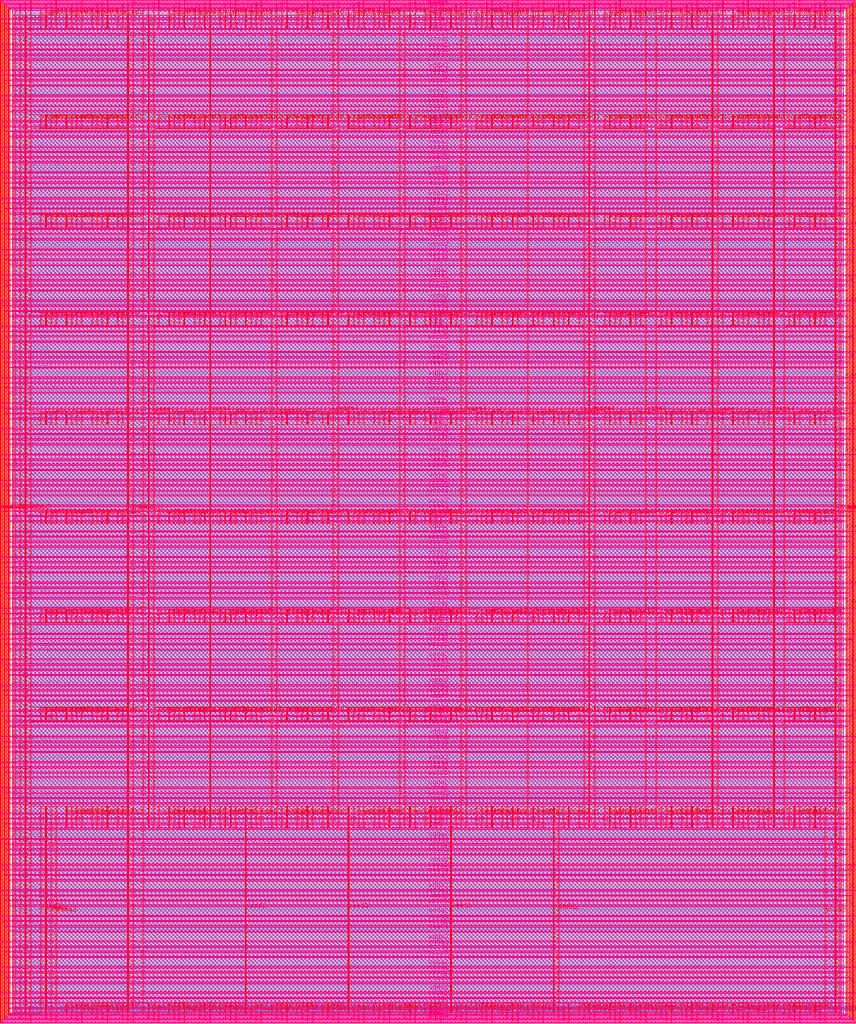
<source format=lef>
VERSION 5.7 ;
  NOWIREEXTENSIONATPIN ON ;
  DIVIDERCHAR "/" ;
  BUSBITCHARS "[]" ;
MACRO user_project_wrapper
  CLASS BLOCK ;
  FOREIGN user_project_wrapper ;
  ORIGIN 0.000 0.000 ;
  SIZE 2920.000 BY 3520.000 ;
  PIN analog_io[0]
    DIRECTION INOUT ;
    USE SIGNAL ;
    PORT
      LAYER met3 ;
        RECT 2917.600 1426.380 2924.800 1427.580 ;
    END
  END analog_io[0]
  PIN analog_io[10]
    DIRECTION INOUT ;
    USE SIGNAL ;
    PORT
      LAYER met2 ;
        RECT 2230.490 3517.600 2231.050 3524.800 ;
    END
  END analog_io[10]
  PIN analog_io[11]
    DIRECTION INOUT ;
    USE SIGNAL ;
    PORT
      LAYER met2 ;
        RECT 1905.730 3517.600 1906.290 3524.800 ;
    END
  END analog_io[11]
  PIN analog_io[12]
    DIRECTION INOUT ;
    USE SIGNAL ;
    PORT
      LAYER met2 ;
        RECT 1581.430 3517.600 1581.990 3524.800 ;
    END
  END analog_io[12]
  PIN analog_io[13]
    DIRECTION INOUT ;
    USE SIGNAL ;
    PORT
      LAYER met2 ;
        RECT 1257.130 3517.600 1257.690 3524.800 ;
    END
  END analog_io[13]
  PIN analog_io[14]
    DIRECTION INOUT ;
    USE SIGNAL ;
    PORT
      LAYER met2 ;
        RECT 932.370 3517.600 932.930 3524.800 ;
    END
  END analog_io[14]
  PIN analog_io[15]
    DIRECTION INOUT ;
    USE SIGNAL ;
    PORT
      LAYER met2 ;
        RECT 608.070 3517.600 608.630 3524.800 ;
    END
  END analog_io[15]
  PIN analog_io[16]
    DIRECTION INOUT ;
    USE SIGNAL ;
    PORT
      LAYER met2 ;
        RECT 283.770 3517.600 284.330 3524.800 ;
    END
  END analog_io[16]
  PIN analog_io[17]
    DIRECTION INOUT ;
    USE SIGNAL ;
    PORT
      LAYER met3 ;
        RECT -4.800 3486.100 2.400 3487.300 ;
    END
  END analog_io[17]
  PIN analog_io[18]
    DIRECTION INOUT ;
    USE SIGNAL ;
    PORT
      LAYER met3 ;
        RECT -4.800 3224.980 2.400 3226.180 ;
    END
  END analog_io[18]
  PIN analog_io[19]
    DIRECTION INOUT ;
    USE SIGNAL ;
    PORT
      LAYER met3 ;
        RECT -4.800 2964.540 2.400 2965.740 ;
    END
  END analog_io[19]
  PIN analog_io[1]
    DIRECTION INOUT ;
    USE SIGNAL ;
    PORT
      LAYER met3 ;
        RECT 2917.600 1692.260 2924.800 1693.460 ;
    END
  END analog_io[1]
  PIN analog_io[20]
    DIRECTION INOUT ;
    USE SIGNAL ;
    PORT
      LAYER met3 ;
        RECT -4.800 2703.420 2.400 2704.620 ;
    END
  END analog_io[20]
  PIN analog_io[21]
    DIRECTION INOUT ;
    USE SIGNAL ;
    PORT
      LAYER met3 ;
        RECT -4.800 2442.980 2.400 2444.180 ;
    END
  END analog_io[21]
  PIN analog_io[22]
    DIRECTION INOUT ;
    USE SIGNAL ;
    PORT
      LAYER met3 ;
        RECT -4.800 2182.540 2.400 2183.740 ;
    END
  END analog_io[22]
  PIN analog_io[23]
    DIRECTION INOUT ;
    USE SIGNAL ;
    PORT
      LAYER met3 ;
        RECT -4.800 1921.420 2.400 1922.620 ;
    END
  END analog_io[23]
  PIN analog_io[24]
    DIRECTION INOUT ;
    USE SIGNAL ;
    PORT
      LAYER met3 ;
        RECT -4.800 1660.980 2.400 1662.180 ;
    END
  END analog_io[24]
  PIN analog_io[25]
    DIRECTION INOUT ;
    USE SIGNAL ;
    PORT
      LAYER met3 ;
        RECT -4.800 1399.860 2.400 1401.060 ;
    END
  END analog_io[25]
  PIN analog_io[26]
    DIRECTION INOUT ;
    USE SIGNAL ;
    PORT
      LAYER met3 ;
        RECT -4.800 1139.420 2.400 1140.620 ;
    END
  END analog_io[26]
  PIN analog_io[27]
    DIRECTION INOUT ;
    USE SIGNAL ;
    PORT
      LAYER met3 ;
        RECT -4.800 878.980 2.400 880.180 ;
    END
  END analog_io[27]
  PIN analog_io[28]
    DIRECTION INOUT ;
    USE SIGNAL ;
    PORT
      LAYER met3 ;
        RECT -4.800 617.860 2.400 619.060 ;
    END
  END analog_io[28]
  PIN analog_io[2]
    DIRECTION INOUT ;
    USE SIGNAL ;
    PORT
      LAYER met3 ;
        RECT 2917.600 1958.140 2924.800 1959.340 ;
    END
  END analog_io[2]
  PIN analog_io[3]
    DIRECTION INOUT ;
    USE SIGNAL ;
    PORT
      LAYER met3 ;
        RECT 2917.600 2223.340 2924.800 2224.540 ;
    END
  END analog_io[3]
  PIN analog_io[4]
    DIRECTION INOUT ;
    USE SIGNAL ;
    PORT
      LAYER met3 ;
        RECT 2917.600 2489.220 2924.800 2490.420 ;
    END
  END analog_io[4]
  PIN analog_io[5]
    DIRECTION INOUT ;
    USE SIGNAL ;
    PORT
      LAYER met3 ;
        RECT 2917.600 2755.100 2924.800 2756.300 ;
    END
  END analog_io[5]
  PIN analog_io[6]
    DIRECTION INOUT ;
    USE SIGNAL ;
    PORT
      LAYER met3 ;
        RECT 2917.600 3020.300 2924.800 3021.500 ;
    END
  END analog_io[6]
  PIN analog_io[7]
    DIRECTION INOUT ;
    USE SIGNAL ;
    PORT
      LAYER met3 ;
        RECT 2917.600 3286.180 2924.800 3287.380 ;
    END
  END analog_io[7]
  PIN analog_io[8]
    DIRECTION INOUT ;
    USE SIGNAL ;
    PORT
      LAYER met2 ;
        RECT 2879.090 3517.600 2879.650 3524.800 ;
    END
  END analog_io[8]
  PIN analog_io[9]
    DIRECTION INOUT ;
    USE SIGNAL ;
    PORT
      LAYER met2 ;
        RECT 2554.790 3517.600 2555.350 3524.800 ;
    END
  END analog_io[9]
  PIN io_in[0]
    DIRECTION INPUT ;
    USE SIGNAL ;
    PORT
      LAYER met3 ;
        RECT 2917.600 32.380 2924.800 33.580 ;
    END
  END io_in[0]
  PIN io_in[10]
    DIRECTION INPUT ;
    USE SIGNAL ;
    PORT
      LAYER met3 ;
        RECT 2917.600 2289.980 2924.800 2291.180 ;
    END
  END io_in[10]
  PIN io_in[11]
    DIRECTION INPUT ;
    USE SIGNAL ;
    PORT
      LAYER met3 ;
        RECT 2917.600 2555.860 2924.800 2557.060 ;
    END
  END io_in[11]
  PIN io_in[12]
    DIRECTION INPUT ;
    USE SIGNAL ;
    PORT
      LAYER met3 ;
        RECT 2917.600 2821.060 2924.800 2822.260 ;
    END
  END io_in[12]
  PIN io_in[13]
    DIRECTION INPUT ;
    USE SIGNAL ;
    PORT
      LAYER met3 ;
        RECT 2917.600 3086.940 2924.800 3088.140 ;
    END
  END io_in[13]
  PIN io_in[14]
    DIRECTION INPUT ;
    USE SIGNAL ;
    PORT
      LAYER met3 ;
        RECT 2917.600 3352.820 2924.800 3354.020 ;
    END
  END io_in[14]
  PIN io_in[15]
    DIRECTION INPUT ;
    USE SIGNAL ;
    PORT
      LAYER met2 ;
        RECT 2798.130 3517.600 2798.690 3524.800 ;
    END
  END io_in[15]
  PIN io_in[16]
    DIRECTION INPUT ;
    USE SIGNAL ;
    PORT
      LAYER met2 ;
        RECT 2473.830 3517.600 2474.390 3524.800 ;
    END
  END io_in[16]
  PIN io_in[17]
    DIRECTION INPUT ;
    USE SIGNAL ;
    PORT
      LAYER met2 ;
        RECT 2149.070 3517.600 2149.630 3524.800 ;
    END
  END io_in[17]
  PIN io_in[18]
    DIRECTION INPUT ;
    USE SIGNAL ;
    PORT
      LAYER met2 ;
        RECT 1824.770 3517.600 1825.330 3524.800 ;
    END
  END io_in[18]
  PIN io_in[19]
    DIRECTION INPUT ;
    USE SIGNAL ;
    PORT
      LAYER met2 ;
        RECT 1500.470 3517.600 1501.030 3524.800 ;
    END
  END io_in[19]
  PIN io_in[1]
    DIRECTION INPUT ;
    USE SIGNAL ;
    PORT
      LAYER met3 ;
        RECT 2917.600 230.940 2924.800 232.140 ;
    END
  END io_in[1]
  PIN io_in[20]
    DIRECTION INPUT ;
    USE SIGNAL ;
    PORT
      LAYER met2 ;
        RECT 1175.710 3517.600 1176.270 3524.800 ;
    END
  END io_in[20]
  PIN io_in[21]
    DIRECTION INPUT ;
    USE SIGNAL ;
    PORT
      LAYER met2 ;
        RECT 851.410 3517.600 851.970 3524.800 ;
    END
  END io_in[21]
  PIN io_in[22]
    DIRECTION INPUT ;
    USE SIGNAL ;
    PORT
      LAYER met2 ;
        RECT 527.110 3517.600 527.670 3524.800 ;
    END
  END io_in[22]
  PIN io_in[23]
    DIRECTION INPUT ;
    USE SIGNAL ;
    PORT
      LAYER met2 ;
        RECT 202.350 3517.600 202.910 3524.800 ;
    END
  END io_in[23]
  PIN io_in[24]
    DIRECTION INPUT ;
    USE SIGNAL ;
    PORT
      LAYER met3 ;
        RECT -4.800 3420.820 2.400 3422.020 ;
    END
  END io_in[24]
  PIN io_in[25]
    DIRECTION INPUT ;
    USE SIGNAL ;
    PORT
      LAYER met3 ;
        RECT -4.800 3159.700 2.400 3160.900 ;
    END
  END io_in[25]
  PIN io_in[26]
    DIRECTION INPUT ;
    USE SIGNAL ;
    PORT
      LAYER met3 ;
        RECT -4.800 2899.260 2.400 2900.460 ;
    END
  END io_in[26]
  PIN io_in[27]
    DIRECTION INPUT ;
    USE SIGNAL ;
    PORT
      LAYER met3 ;
        RECT -4.800 2638.820 2.400 2640.020 ;
    END
  END io_in[27]
  PIN io_in[28]
    DIRECTION INPUT ;
    USE SIGNAL ;
    PORT
      LAYER met3 ;
        RECT -4.800 2377.700 2.400 2378.900 ;
    END
  END io_in[28]
  PIN io_in[29]
    DIRECTION INPUT ;
    USE SIGNAL ;
    PORT
      LAYER met3 ;
        RECT -4.800 2117.260 2.400 2118.460 ;
    END
  END io_in[29]
  PIN io_in[2]
    DIRECTION INPUT ;
    USE SIGNAL ;
    PORT
      LAYER met3 ;
        RECT 2917.600 430.180 2924.800 431.380 ;
    END
  END io_in[2]
  PIN io_in[30]
    DIRECTION INPUT ;
    USE SIGNAL ;
    PORT
      LAYER met3 ;
        RECT -4.800 1856.140 2.400 1857.340 ;
    END
  END io_in[30]
  PIN io_in[31]
    DIRECTION INPUT ;
    USE SIGNAL ;
    PORT
      LAYER met3 ;
        RECT -4.800 1595.700 2.400 1596.900 ;
    END
  END io_in[31]
  PIN io_in[32]
    DIRECTION INPUT ;
    USE SIGNAL ;
    PORT
      LAYER met3 ;
        RECT -4.800 1335.260 2.400 1336.460 ;
    END
  END io_in[32]
  PIN io_in[33]
    DIRECTION INPUT ;
    USE SIGNAL ;
    PORT
      LAYER met3 ;
        RECT -4.800 1074.140 2.400 1075.340 ;
    END
  END io_in[33]
  PIN io_in[34]
    DIRECTION INPUT ;
    USE SIGNAL ;
    PORT
      LAYER met3 ;
        RECT -4.800 813.700 2.400 814.900 ;
    END
  END io_in[34]
  PIN io_in[35]
    DIRECTION INPUT ;
    USE SIGNAL ;
    PORT
      LAYER met3 ;
        RECT -4.800 552.580 2.400 553.780 ;
    END
  END io_in[35]
  PIN io_in[36]
    DIRECTION INPUT ;
    USE SIGNAL ;
    PORT
      LAYER met3 ;
        RECT -4.800 357.420 2.400 358.620 ;
    END
  END io_in[36]
  PIN io_in[37]
    DIRECTION INPUT ;
    USE SIGNAL ;
    PORT
      LAYER met3 ;
        RECT -4.800 161.580 2.400 162.780 ;
    END
  END io_in[37]
  PIN io_in[3]
    DIRECTION INPUT ;
    USE SIGNAL ;
    PORT
      LAYER met3 ;
        RECT 2917.600 629.420 2924.800 630.620 ;
    END
  END io_in[3]
  PIN io_in[4]
    DIRECTION INPUT ;
    USE SIGNAL ;
    PORT
      LAYER met3 ;
        RECT 2917.600 828.660 2924.800 829.860 ;
    END
  END io_in[4]
  PIN io_in[5]
    DIRECTION INPUT ;
    USE SIGNAL ;
    PORT
      LAYER met3 ;
        RECT 2917.600 1027.900 2924.800 1029.100 ;
    END
  END io_in[5]
  PIN io_in[6]
    DIRECTION INPUT ;
    USE SIGNAL ;
    PORT
      LAYER met3 ;
        RECT 2917.600 1227.140 2924.800 1228.340 ;
    END
  END io_in[6]
  PIN io_in[7]
    DIRECTION INPUT ;
    USE SIGNAL ;
    PORT
      LAYER met3 ;
        RECT 2917.600 1493.020 2924.800 1494.220 ;
    END
  END io_in[7]
  PIN io_in[8]
    DIRECTION INPUT ;
    USE SIGNAL ;
    PORT
      LAYER met3 ;
        RECT 2917.600 1758.900 2924.800 1760.100 ;
    END
  END io_in[8]
  PIN io_in[9]
    DIRECTION INPUT ;
    USE SIGNAL ;
    PORT
      LAYER met3 ;
        RECT 2917.600 2024.100 2924.800 2025.300 ;
    END
  END io_in[9]
  PIN io_oeb[0]
    DIRECTION OUTPUT TRISTATE ;
    USE SIGNAL ;
    PORT
      LAYER met3 ;
        RECT 2917.600 164.980 2924.800 166.180 ;
    END
  END io_oeb[0]
  PIN io_oeb[10]
    DIRECTION OUTPUT TRISTATE ;
    USE SIGNAL ;
    PORT
      LAYER met3 ;
        RECT 2917.600 2422.580 2924.800 2423.780 ;
    END
  END io_oeb[10]
  PIN io_oeb[11]
    DIRECTION OUTPUT TRISTATE ;
    USE SIGNAL ;
    PORT
      LAYER met3 ;
        RECT 2917.600 2688.460 2924.800 2689.660 ;
    END
  END io_oeb[11]
  PIN io_oeb[12]
    DIRECTION OUTPUT TRISTATE ;
    USE SIGNAL ;
    PORT
      LAYER met3 ;
        RECT 2917.600 2954.340 2924.800 2955.540 ;
    END
  END io_oeb[12]
  PIN io_oeb[13]
    DIRECTION OUTPUT TRISTATE ;
    USE SIGNAL ;
    PORT
      LAYER met3 ;
        RECT 2917.600 3219.540 2924.800 3220.740 ;
    END
  END io_oeb[13]
  PIN io_oeb[14]
    DIRECTION OUTPUT TRISTATE ;
    USE SIGNAL ;
    PORT
      LAYER met3 ;
        RECT 2917.600 3485.420 2924.800 3486.620 ;
    END
  END io_oeb[14]
  PIN io_oeb[15]
    DIRECTION OUTPUT TRISTATE ;
    USE SIGNAL ;
    PORT
      LAYER met2 ;
        RECT 2635.750 3517.600 2636.310 3524.800 ;
    END
  END io_oeb[15]
  PIN io_oeb[16]
    DIRECTION OUTPUT TRISTATE ;
    USE SIGNAL ;
    PORT
      LAYER met2 ;
        RECT 2311.450 3517.600 2312.010 3524.800 ;
    END
  END io_oeb[16]
  PIN io_oeb[17]
    DIRECTION OUTPUT TRISTATE ;
    USE SIGNAL ;
    PORT
      LAYER met2 ;
        RECT 1987.150 3517.600 1987.710 3524.800 ;
    END
  END io_oeb[17]
  PIN io_oeb[18]
    DIRECTION OUTPUT TRISTATE ;
    USE SIGNAL ;
    PORT
      LAYER met2 ;
        RECT 1662.390 3517.600 1662.950 3524.800 ;
    END
  END io_oeb[18]
  PIN io_oeb[19]
    DIRECTION OUTPUT TRISTATE ;
    USE SIGNAL ;
    PORT
      LAYER met2 ;
        RECT 1338.090 3517.600 1338.650 3524.800 ;
    END
  END io_oeb[19]
  PIN io_oeb[1]
    DIRECTION OUTPUT TRISTATE ;
    USE SIGNAL ;
    PORT
      LAYER met3 ;
        RECT 2917.600 364.220 2924.800 365.420 ;
    END
  END io_oeb[1]
  PIN io_oeb[20]
    DIRECTION OUTPUT TRISTATE ;
    USE SIGNAL ;
    PORT
      LAYER met2 ;
        RECT 1013.790 3517.600 1014.350 3524.800 ;
    END
  END io_oeb[20]
  PIN io_oeb[21]
    DIRECTION OUTPUT TRISTATE ;
    USE SIGNAL ;
    PORT
      LAYER met2 ;
        RECT 689.030 3517.600 689.590 3524.800 ;
    END
  END io_oeb[21]
  PIN io_oeb[22]
    DIRECTION OUTPUT TRISTATE ;
    USE SIGNAL ;
    PORT
      LAYER met2 ;
        RECT 364.730 3517.600 365.290 3524.800 ;
    END
  END io_oeb[22]
  PIN io_oeb[23]
    DIRECTION OUTPUT TRISTATE ;
    USE SIGNAL ;
    PORT
      LAYER met2 ;
        RECT 40.430 3517.600 40.990 3524.800 ;
    END
  END io_oeb[23]
  PIN io_oeb[24]
    DIRECTION OUTPUT TRISTATE ;
    USE SIGNAL ;
    PORT
      LAYER met3 ;
        RECT -4.800 3290.260 2.400 3291.460 ;
    END
  END io_oeb[24]
  PIN io_oeb[25]
    DIRECTION OUTPUT TRISTATE ;
    USE SIGNAL ;
    PORT
      LAYER met3 ;
        RECT -4.800 3029.820 2.400 3031.020 ;
    END
  END io_oeb[25]
  PIN io_oeb[26]
    DIRECTION OUTPUT TRISTATE ;
    USE SIGNAL ;
    PORT
      LAYER met3 ;
        RECT -4.800 2768.700 2.400 2769.900 ;
    END
  END io_oeb[26]
  PIN io_oeb[27]
    DIRECTION OUTPUT TRISTATE ;
    USE SIGNAL ;
    PORT
      LAYER met3 ;
        RECT -4.800 2508.260 2.400 2509.460 ;
    END
  END io_oeb[27]
  PIN io_oeb[28]
    DIRECTION OUTPUT TRISTATE ;
    USE SIGNAL ;
    PORT
      LAYER met3 ;
        RECT -4.800 2247.140 2.400 2248.340 ;
    END
  END io_oeb[28]
  PIN io_oeb[29]
    DIRECTION OUTPUT TRISTATE ;
    USE SIGNAL ;
    PORT
      LAYER met3 ;
        RECT -4.800 1986.700 2.400 1987.900 ;
    END
  END io_oeb[29]
  PIN io_oeb[2]
    DIRECTION OUTPUT TRISTATE ;
    USE SIGNAL ;
    PORT
      LAYER met3 ;
        RECT 2917.600 563.460 2924.800 564.660 ;
    END
  END io_oeb[2]
  PIN io_oeb[30]
    DIRECTION OUTPUT TRISTATE ;
    USE SIGNAL ;
    PORT
      LAYER met3 ;
        RECT -4.800 1726.260 2.400 1727.460 ;
    END
  END io_oeb[30]
  PIN io_oeb[31]
    DIRECTION OUTPUT TRISTATE ;
    USE SIGNAL ;
    PORT
      LAYER met3 ;
        RECT -4.800 1465.140 2.400 1466.340 ;
    END
  END io_oeb[31]
  PIN io_oeb[32]
    DIRECTION OUTPUT TRISTATE ;
    USE SIGNAL ;
    PORT
      LAYER met3 ;
        RECT -4.800 1204.700 2.400 1205.900 ;
    END
  END io_oeb[32]
  PIN io_oeb[33]
    DIRECTION OUTPUT TRISTATE ;
    USE SIGNAL ;
    PORT
      LAYER met3 ;
        RECT -4.800 943.580 2.400 944.780 ;
    END
  END io_oeb[33]
  PIN io_oeb[34]
    DIRECTION OUTPUT TRISTATE ;
    USE SIGNAL ;
    PORT
      LAYER met3 ;
        RECT -4.800 683.140 2.400 684.340 ;
    END
  END io_oeb[34]
  PIN io_oeb[35]
    DIRECTION OUTPUT TRISTATE ;
    USE SIGNAL ;
    PORT
      LAYER met3 ;
        RECT -4.800 422.700 2.400 423.900 ;
    END
  END io_oeb[35]
  PIN io_oeb[36]
    DIRECTION OUTPUT TRISTATE ;
    USE SIGNAL ;
    PORT
      LAYER met3 ;
        RECT -4.800 226.860 2.400 228.060 ;
    END
  END io_oeb[36]
  PIN io_oeb[37]
    DIRECTION OUTPUT TRISTATE ;
    USE SIGNAL ;
    PORT
      LAYER met3 ;
        RECT -4.800 31.700 2.400 32.900 ;
    END
  END io_oeb[37]
  PIN io_oeb[3]
    DIRECTION OUTPUT TRISTATE ;
    USE SIGNAL ;
    PORT
      LAYER met3 ;
        RECT 2917.600 762.700 2924.800 763.900 ;
    END
  END io_oeb[3]
  PIN io_oeb[4]
    DIRECTION OUTPUT TRISTATE ;
    USE SIGNAL ;
    PORT
      LAYER met3 ;
        RECT 2917.600 961.940 2924.800 963.140 ;
    END
  END io_oeb[4]
  PIN io_oeb[5]
    DIRECTION OUTPUT TRISTATE ;
    USE SIGNAL ;
    PORT
      LAYER met3 ;
        RECT 2917.600 1161.180 2924.800 1162.380 ;
    END
  END io_oeb[5]
  PIN io_oeb[6]
    DIRECTION OUTPUT TRISTATE ;
    USE SIGNAL ;
    PORT
      LAYER met3 ;
        RECT 2917.600 1360.420 2924.800 1361.620 ;
    END
  END io_oeb[6]
  PIN io_oeb[7]
    DIRECTION OUTPUT TRISTATE ;
    USE SIGNAL ;
    PORT
      LAYER met3 ;
        RECT 2917.600 1625.620 2924.800 1626.820 ;
    END
  END io_oeb[7]
  PIN io_oeb[8]
    DIRECTION OUTPUT TRISTATE ;
    USE SIGNAL ;
    PORT
      LAYER met3 ;
        RECT 2917.600 1891.500 2924.800 1892.700 ;
    END
  END io_oeb[8]
  PIN io_oeb[9]
    DIRECTION OUTPUT TRISTATE ;
    USE SIGNAL ;
    PORT
      LAYER met3 ;
        RECT 2917.600 2157.380 2924.800 2158.580 ;
    END
  END io_oeb[9]
  PIN io_out[0]
    DIRECTION OUTPUT TRISTATE ;
    USE SIGNAL ;
    PORT
      LAYER met3 ;
        RECT 2917.600 98.340 2924.800 99.540 ;
    END
  END io_out[0]
  PIN io_out[10]
    DIRECTION OUTPUT TRISTATE ;
    USE SIGNAL ;
    PORT
      LAYER met3 ;
        RECT 2917.600 2356.620 2924.800 2357.820 ;
    END
  END io_out[10]
  PIN io_out[11]
    DIRECTION OUTPUT TRISTATE ;
    USE SIGNAL ;
    PORT
      LAYER met3 ;
        RECT 2917.600 2621.820 2924.800 2623.020 ;
    END
  END io_out[11]
  PIN io_out[12]
    DIRECTION OUTPUT TRISTATE ;
    USE SIGNAL ;
    PORT
      LAYER met3 ;
        RECT 2917.600 2887.700 2924.800 2888.900 ;
    END
  END io_out[12]
  PIN io_out[13]
    DIRECTION OUTPUT TRISTATE ;
    USE SIGNAL ;
    PORT
      LAYER met3 ;
        RECT 2917.600 3153.580 2924.800 3154.780 ;
    END
  END io_out[13]
  PIN io_out[14]
    DIRECTION OUTPUT TRISTATE ;
    USE SIGNAL ;
    PORT
      LAYER met3 ;
        RECT 2917.600 3418.780 2924.800 3419.980 ;
    END
  END io_out[14]
  PIN io_out[15]
    DIRECTION OUTPUT TRISTATE ;
    USE SIGNAL ;
    PORT
      LAYER met2 ;
        RECT 2717.170 3517.600 2717.730 3524.800 ;
    END
  END io_out[15]
  PIN io_out[16]
    DIRECTION OUTPUT TRISTATE ;
    USE SIGNAL ;
    PORT
      LAYER met2 ;
        RECT 2392.410 3517.600 2392.970 3524.800 ;
    END
  END io_out[16]
  PIN io_out[17]
    DIRECTION OUTPUT TRISTATE ;
    USE SIGNAL ;
    PORT
      LAYER met2 ;
        RECT 2068.110 3517.600 2068.670 3524.800 ;
    END
  END io_out[17]
  PIN io_out[18]
    DIRECTION OUTPUT TRISTATE ;
    USE SIGNAL ;
    PORT
      LAYER met2 ;
        RECT 1743.810 3517.600 1744.370 3524.800 ;
    END
  END io_out[18]
  PIN io_out[19]
    DIRECTION OUTPUT TRISTATE ;
    USE SIGNAL ;
    PORT
      LAYER met2 ;
        RECT 1419.050 3517.600 1419.610 3524.800 ;
    END
  END io_out[19]
  PIN io_out[1]
    DIRECTION OUTPUT TRISTATE ;
    USE SIGNAL ;
    PORT
      LAYER met3 ;
        RECT 2917.600 297.580 2924.800 298.780 ;
    END
  END io_out[1]
  PIN io_out[20]
    DIRECTION OUTPUT TRISTATE ;
    USE SIGNAL ;
    PORT
      LAYER met2 ;
        RECT 1094.750 3517.600 1095.310 3524.800 ;
    END
  END io_out[20]
  PIN io_out[21]
    DIRECTION OUTPUT TRISTATE ;
    USE SIGNAL ;
    PORT
      LAYER met2 ;
        RECT 770.450 3517.600 771.010 3524.800 ;
    END
  END io_out[21]
  PIN io_out[22]
    DIRECTION OUTPUT TRISTATE ;
    USE SIGNAL ;
    PORT
      LAYER met2 ;
        RECT 445.690 3517.600 446.250 3524.800 ;
    END
  END io_out[22]
  PIN io_out[23]
    DIRECTION OUTPUT TRISTATE ;
    USE SIGNAL ;
    PORT
      LAYER met2 ;
        RECT 121.390 3517.600 121.950 3524.800 ;
    END
  END io_out[23]
  PIN io_out[24]
    DIRECTION OUTPUT TRISTATE ;
    USE SIGNAL ;
    PORT
      LAYER met3 ;
        RECT -4.800 3355.540 2.400 3356.740 ;
    END
  END io_out[24]
  PIN io_out[25]
    DIRECTION OUTPUT TRISTATE ;
    USE SIGNAL ;
    PORT
      LAYER met3 ;
        RECT -4.800 3095.100 2.400 3096.300 ;
    END
  END io_out[25]
  PIN io_out[26]
    DIRECTION OUTPUT TRISTATE ;
    USE SIGNAL ;
    PORT
      LAYER met3 ;
        RECT -4.800 2833.980 2.400 2835.180 ;
    END
  END io_out[26]
  PIN io_out[27]
    DIRECTION OUTPUT TRISTATE ;
    USE SIGNAL ;
    PORT
      LAYER met3 ;
        RECT -4.800 2573.540 2.400 2574.740 ;
    END
  END io_out[27]
  PIN io_out[28]
    DIRECTION OUTPUT TRISTATE ;
    USE SIGNAL ;
    PORT
      LAYER met3 ;
        RECT -4.800 2312.420 2.400 2313.620 ;
    END
  END io_out[28]
  PIN io_out[29]
    DIRECTION OUTPUT TRISTATE ;
    USE SIGNAL ;
    PORT
      LAYER met3 ;
        RECT -4.800 2051.980 2.400 2053.180 ;
    END
  END io_out[29]
  PIN io_out[2]
    DIRECTION OUTPUT TRISTATE ;
    USE SIGNAL ;
    PORT
      LAYER met3 ;
        RECT 2917.600 496.820 2924.800 498.020 ;
    END
  END io_out[2]
  PIN io_out[30]
    DIRECTION OUTPUT TRISTATE ;
    USE SIGNAL ;
    PORT
      LAYER met3 ;
        RECT -4.800 1791.540 2.400 1792.740 ;
    END
  END io_out[30]
  PIN io_out[31]
    DIRECTION OUTPUT TRISTATE ;
    USE SIGNAL ;
    PORT
      LAYER met3 ;
        RECT -4.800 1530.420 2.400 1531.620 ;
    END
  END io_out[31]
  PIN io_out[32]
    DIRECTION OUTPUT TRISTATE ;
    USE SIGNAL ;
    PORT
      LAYER met3 ;
        RECT -4.800 1269.980 2.400 1271.180 ;
    END
  END io_out[32]
  PIN io_out[33]
    DIRECTION OUTPUT TRISTATE ;
    USE SIGNAL ;
    PORT
      LAYER met3 ;
        RECT -4.800 1008.860 2.400 1010.060 ;
    END
  END io_out[33]
  PIN io_out[34]
    DIRECTION OUTPUT TRISTATE ;
    USE SIGNAL ;
    PORT
      LAYER met3 ;
        RECT -4.800 748.420 2.400 749.620 ;
    END
  END io_out[34]
  PIN io_out[35]
    DIRECTION OUTPUT TRISTATE ;
    USE SIGNAL ;
    PORT
      LAYER met3 ;
        RECT -4.800 487.300 2.400 488.500 ;
    END
  END io_out[35]
  PIN io_out[36]
    DIRECTION OUTPUT TRISTATE ;
    USE SIGNAL ;
    PORT
      LAYER met3 ;
        RECT -4.800 292.140 2.400 293.340 ;
    END
  END io_out[36]
  PIN io_out[37]
    DIRECTION OUTPUT TRISTATE ;
    USE SIGNAL ;
    PORT
      LAYER met3 ;
        RECT -4.800 96.300 2.400 97.500 ;
    END
  END io_out[37]
  PIN io_out[3]
    DIRECTION OUTPUT TRISTATE ;
    USE SIGNAL ;
    PORT
      LAYER met3 ;
        RECT 2917.600 696.060 2924.800 697.260 ;
    END
  END io_out[3]
  PIN io_out[4]
    DIRECTION OUTPUT TRISTATE ;
    USE SIGNAL ;
    PORT
      LAYER met3 ;
        RECT 2917.600 895.300 2924.800 896.500 ;
    END
  END io_out[4]
  PIN io_out[5]
    DIRECTION OUTPUT TRISTATE ;
    USE SIGNAL ;
    PORT
      LAYER met3 ;
        RECT 2917.600 1094.540 2924.800 1095.740 ;
    END
  END io_out[5]
  PIN io_out[6]
    DIRECTION OUTPUT TRISTATE ;
    USE SIGNAL ;
    PORT
      LAYER met3 ;
        RECT 2917.600 1293.780 2924.800 1294.980 ;
    END
  END io_out[6]
  PIN io_out[7]
    DIRECTION OUTPUT TRISTATE ;
    USE SIGNAL ;
    PORT
      LAYER met3 ;
        RECT 2917.600 1559.660 2924.800 1560.860 ;
    END
  END io_out[7]
  PIN io_out[8]
    DIRECTION OUTPUT TRISTATE ;
    USE SIGNAL ;
    PORT
      LAYER met3 ;
        RECT 2917.600 1824.860 2924.800 1826.060 ;
    END
  END io_out[8]
  PIN io_out[9]
    DIRECTION OUTPUT TRISTATE ;
    USE SIGNAL ;
    PORT
      LAYER met3 ;
        RECT 2917.600 2090.740 2924.800 2091.940 ;
    END
  END io_out[9]
  PIN la_data_in[0]
    DIRECTION INPUT ;
    USE SIGNAL ;
    PORT
      LAYER met2 ;
        RECT 629.230 -4.800 629.790 2.400 ;
    END
  END la_data_in[0]
  PIN la_data_in[100]
    DIRECTION INPUT ;
    USE SIGNAL ;
    PORT
      LAYER met2 ;
        RECT 2402.530 -4.800 2403.090 2.400 ;
    END
  END la_data_in[100]
  PIN la_data_in[101]
    DIRECTION INPUT ;
    USE SIGNAL ;
    PORT
      LAYER met2 ;
        RECT 2420.010 -4.800 2420.570 2.400 ;
    END
  END la_data_in[101]
  PIN la_data_in[102]
    DIRECTION INPUT ;
    USE SIGNAL ;
    PORT
      LAYER met2 ;
        RECT 2437.950 -4.800 2438.510 2.400 ;
    END
  END la_data_in[102]
  PIN la_data_in[103]
    DIRECTION INPUT ;
    USE SIGNAL ;
    PORT
      LAYER met2 ;
        RECT 2455.430 -4.800 2455.990 2.400 ;
    END
  END la_data_in[103]
  PIN la_data_in[104]
    DIRECTION INPUT ;
    USE SIGNAL ;
    PORT
      LAYER met2 ;
        RECT 2473.370 -4.800 2473.930 2.400 ;
    END
  END la_data_in[104]
  PIN la_data_in[105]
    DIRECTION INPUT ;
    USE SIGNAL ;
    PORT
      LAYER met2 ;
        RECT 2490.850 -4.800 2491.410 2.400 ;
    END
  END la_data_in[105]
  PIN la_data_in[106]
    DIRECTION INPUT ;
    USE SIGNAL ;
    PORT
      LAYER met2 ;
        RECT 2508.790 -4.800 2509.350 2.400 ;
    END
  END la_data_in[106]
  PIN la_data_in[107]
    DIRECTION INPUT ;
    USE SIGNAL ;
    PORT
      LAYER met2 ;
        RECT 2526.730 -4.800 2527.290 2.400 ;
    END
  END la_data_in[107]
  PIN la_data_in[108]
    DIRECTION INPUT ;
    USE SIGNAL ;
    PORT
      LAYER met2 ;
        RECT 2544.210 -4.800 2544.770 2.400 ;
    END
  END la_data_in[108]
  PIN la_data_in[109]
    DIRECTION INPUT ;
    USE SIGNAL ;
    PORT
      LAYER met2 ;
        RECT 2562.150 -4.800 2562.710 2.400 ;
    END
  END la_data_in[109]
  PIN la_data_in[10]
    DIRECTION INPUT ;
    USE SIGNAL ;
    PORT
      LAYER met2 ;
        RECT 806.330 -4.800 806.890 2.400 ;
    END
  END la_data_in[10]
  PIN la_data_in[110]
    DIRECTION INPUT ;
    USE SIGNAL ;
    PORT
      LAYER met2 ;
        RECT 2579.630 -4.800 2580.190 2.400 ;
    END
  END la_data_in[110]
  PIN la_data_in[111]
    DIRECTION INPUT ;
    USE SIGNAL ;
    PORT
      LAYER met2 ;
        RECT 2597.570 -4.800 2598.130 2.400 ;
    END
  END la_data_in[111]
  PIN la_data_in[112]
    DIRECTION INPUT ;
    USE SIGNAL ;
    PORT
      LAYER met2 ;
        RECT 2615.050 -4.800 2615.610 2.400 ;
    END
  END la_data_in[112]
  PIN la_data_in[113]
    DIRECTION INPUT ;
    USE SIGNAL ;
    PORT
      LAYER met2 ;
        RECT 2632.990 -4.800 2633.550 2.400 ;
    END
  END la_data_in[113]
  PIN la_data_in[114]
    DIRECTION INPUT ;
    USE SIGNAL ;
    PORT
      LAYER met2 ;
        RECT 2650.470 -4.800 2651.030 2.400 ;
    END
  END la_data_in[114]
  PIN la_data_in[115]
    DIRECTION INPUT ;
    USE SIGNAL ;
    PORT
      LAYER met2 ;
        RECT 2668.410 -4.800 2668.970 2.400 ;
    END
  END la_data_in[115]
  PIN la_data_in[116]
    DIRECTION INPUT ;
    USE SIGNAL ;
    PORT
      LAYER met2 ;
        RECT 2685.890 -4.800 2686.450 2.400 ;
    END
  END la_data_in[116]
  PIN la_data_in[117]
    DIRECTION INPUT ;
    USE SIGNAL ;
    PORT
      LAYER met2 ;
        RECT 2703.830 -4.800 2704.390 2.400 ;
    END
  END la_data_in[117]
  PIN la_data_in[118]
    DIRECTION INPUT ;
    USE SIGNAL ;
    PORT
      LAYER met2 ;
        RECT 2721.770 -4.800 2722.330 2.400 ;
    END
  END la_data_in[118]
  PIN la_data_in[119]
    DIRECTION INPUT ;
    USE SIGNAL ;
    PORT
      LAYER met2 ;
        RECT 2739.250 -4.800 2739.810 2.400 ;
    END
  END la_data_in[119]
  PIN la_data_in[11]
    DIRECTION INPUT ;
    USE SIGNAL ;
    PORT
      LAYER met2 ;
        RECT 824.270 -4.800 824.830 2.400 ;
    END
  END la_data_in[11]
  PIN la_data_in[120]
    DIRECTION INPUT ;
    USE SIGNAL ;
    PORT
      LAYER met2 ;
        RECT 2757.190 -4.800 2757.750 2.400 ;
    END
  END la_data_in[120]
  PIN la_data_in[121]
    DIRECTION INPUT ;
    USE SIGNAL ;
    PORT
      LAYER met2 ;
        RECT 2774.670 -4.800 2775.230 2.400 ;
    END
  END la_data_in[121]
  PIN la_data_in[122]
    DIRECTION INPUT ;
    USE SIGNAL ;
    PORT
      LAYER met2 ;
        RECT 2792.610 -4.800 2793.170 2.400 ;
    END
  END la_data_in[122]
  PIN la_data_in[123]
    DIRECTION INPUT ;
    USE SIGNAL ;
    PORT
      LAYER met2 ;
        RECT 2810.090 -4.800 2810.650 2.400 ;
    END
  END la_data_in[123]
  PIN la_data_in[124]
    DIRECTION INPUT ;
    USE SIGNAL ;
    PORT
      LAYER met2 ;
        RECT 2828.030 -4.800 2828.590 2.400 ;
    END
  END la_data_in[124]
  PIN la_data_in[125]
    DIRECTION INPUT ;
    USE SIGNAL ;
    PORT
      LAYER met2 ;
        RECT 2845.510 -4.800 2846.070 2.400 ;
    END
  END la_data_in[125]
  PIN la_data_in[126]
    DIRECTION INPUT ;
    USE SIGNAL ;
    PORT
      LAYER met2 ;
        RECT 2863.450 -4.800 2864.010 2.400 ;
    END
  END la_data_in[126]
  PIN la_data_in[127]
    DIRECTION INPUT ;
    USE SIGNAL ;
    PORT
      LAYER met2 ;
        RECT 2881.390 -4.800 2881.950 2.400 ;
    END
  END la_data_in[127]
  PIN la_data_in[12]
    DIRECTION INPUT ;
    USE SIGNAL ;
    PORT
      LAYER met2 ;
        RECT 841.750 -4.800 842.310 2.400 ;
    END
  END la_data_in[12]
  PIN la_data_in[13]
    DIRECTION INPUT ;
    USE SIGNAL ;
    PORT
      LAYER met2 ;
        RECT 859.690 -4.800 860.250 2.400 ;
    END
  END la_data_in[13]
  PIN la_data_in[14]
    DIRECTION INPUT ;
    USE SIGNAL ;
    PORT
      LAYER met2 ;
        RECT 877.170 -4.800 877.730 2.400 ;
    END
  END la_data_in[14]
  PIN la_data_in[15]
    DIRECTION INPUT ;
    USE SIGNAL ;
    PORT
      LAYER met2 ;
        RECT 895.110 -4.800 895.670 2.400 ;
    END
  END la_data_in[15]
  PIN la_data_in[16]
    DIRECTION INPUT ;
    USE SIGNAL ;
    PORT
      LAYER met2 ;
        RECT 912.590 -4.800 913.150 2.400 ;
    END
  END la_data_in[16]
  PIN la_data_in[17]
    DIRECTION INPUT ;
    USE SIGNAL ;
    PORT
      LAYER met2 ;
        RECT 930.530 -4.800 931.090 2.400 ;
    END
  END la_data_in[17]
  PIN la_data_in[18]
    DIRECTION INPUT ;
    USE SIGNAL ;
    PORT
      LAYER met2 ;
        RECT 948.470 -4.800 949.030 2.400 ;
    END
  END la_data_in[18]
  PIN la_data_in[19]
    DIRECTION INPUT ;
    USE SIGNAL ;
    PORT
      LAYER met2 ;
        RECT 965.950 -4.800 966.510 2.400 ;
    END
  END la_data_in[19]
  PIN la_data_in[1]
    DIRECTION INPUT ;
    USE SIGNAL ;
    PORT
      LAYER met2 ;
        RECT 646.710 -4.800 647.270 2.400 ;
    END
  END la_data_in[1]
  PIN la_data_in[20]
    DIRECTION INPUT ;
    USE SIGNAL ;
    PORT
      LAYER met2 ;
        RECT 983.890 -4.800 984.450 2.400 ;
    END
  END la_data_in[20]
  PIN la_data_in[21]
    DIRECTION INPUT ;
    USE SIGNAL ;
    PORT
      LAYER met2 ;
        RECT 1001.370 -4.800 1001.930 2.400 ;
    END
  END la_data_in[21]
  PIN la_data_in[22]
    DIRECTION INPUT ;
    USE SIGNAL ;
    PORT
      LAYER met2 ;
        RECT 1019.310 -4.800 1019.870 2.400 ;
    END
  END la_data_in[22]
  PIN la_data_in[23]
    DIRECTION INPUT ;
    USE SIGNAL ;
    PORT
      LAYER met2 ;
        RECT 1036.790 -4.800 1037.350 2.400 ;
    END
  END la_data_in[23]
  PIN la_data_in[24]
    DIRECTION INPUT ;
    USE SIGNAL ;
    PORT
      LAYER met2 ;
        RECT 1054.730 -4.800 1055.290 2.400 ;
    END
  END la_data_in[24]
  PIN la_data_in[25]
    DIRECTION INPUT ;
    USE SIGNAL ;
    PORT
      LAYER met2 ;
        RECT 1072.210 -4.800 1072.770 2.400 ;
    END
  END la_data_in[25]
  PIN la_data_in[26]
    DIRECTION INPUT ;
    USE SIGNAL ;
    PORT
      LAYER met2 ;
        RECT 1090.150 -4.800 1090.710 2.400 ;
    END
  END la_data_in[26]
  PIN la_data_in[27]
    DIRECTION INPUT ;
    USE SIGNAL ;
    PORT
      LAYER met2 ;
        RECT 1107.630 -4.800 1108.190 2.400 ;
    END
  END la_data_in[27]
  PIN la_data_in[28]
    DIRECTION INPUT ;
    USE SIGNAL ;
    PORT
      LAYER met2 ;
        RECT 1125.570 -4.800 1126.130 2.400 ;
    END
  END la_data_in[28]
  PIN la_data_in[29]
    DIRECTION INPUT ;
    USE SIGNAL ;
    PORT
      LAYER met2 ;
        RECT 1143.510 -4.800 1144.070 2.400 ;
    END
  END la_data_in[29]
  PIN la_data_in[2]
    DIRECTION INPUT ;
    USE SIGNAL ;
    PORT
      LAYER met2 ;
        RECT 664.650 -4.800 665.210 2.400 ;
    END
  END la_data_in[2]
  PIN la_data_in[30]
    DIRECTION INPUT ;
    USE SIGNAL ;
    PORT
      LAYER met2 ;
        RECT 1160.990 -4.800 1161.550 2.400 ;
    END
  END la_data_in[30]
  PIN la_data_in[31]
    DIRECTION INPUT ;
    USE SIGNAL ;
    PORT
      LAYER met2 ;
        RECT 1178.930 -4.800 1179.490 2.400 ;
    END
  END la_data_in[31]
  PIN la_data_in[32]
    DIRECTION INPUT ;
    USE SIGNAL ;
    PORT
      LAYER met2 ;
        RECT 1196.410 -4.800 1196.970 2.400 ;
    END
  END la_data_in[32]
  PIN la_data_in[33]
    DIRECTION INPUT ;
    USE SIGNAL ;
    PORT
      LAYER met2 ;
        RECT 1214.350 -4.800 1214.910 2.400 ;
    END
  END la_data_in[33]
  PIN la_data_in[34]
    DIRECTION INPUT ;
    USE SIGNAL ;
    PORT
      LAYER met2 ;
        RECT 1231.830 -4.800 1232.390 2.400 ;
    END
  END la_data_in[34]
  PIN la_data_in[35]
    DIRECTION INPUT ;
    USE SIGNAL ;
    PORT
      LAYER met2 ;
        RECT 1249.770 -4.800 1250.330 2.400 ;
    END
  END la_data_in[35]
  PIN la_data_in[36]
    DIRECTION INPUT ;
    USE SIGNAL ;
    PORT
      LAYER met2 ;
        RECT 1267.250 -4.800 1267.810 2.400 ;
    END
  END la_data_in[36]
  PIN la_data_in[37]
    DIRECTION INPUT ;
    USE SIGNAL ;
    PORT
      LAYER met2 ;
        RECT 1285.190 -4.800 1285.750 2.400 ;
    END
  END la_data_in[37]
  PIN la_data_in[38]
    DIRECTION INPUT ;
    USE SIGNAL ;
    PORT
      LAYER met2 ;
        RECT 1303.130 -4.800 1303.690 2.400 ;
    END
  END la_data_in[38]
  PIN la_data_in[39]
    DIRECTION INPUT ;
    USE SIGNAL ;
    PORT
      LAYER met2 ;
        RECT 1320.610 -4.800 1321.170 2.400 ;
    END
  END la_data_in[39]
  PIN la_data_in[3]
    DIRECTION INPUT ;
    USE SIGNAL ;
    PORT
      LAYER met2 ;
        RECT 682.130 -4.800 682.690 2.400 ;
    END
  END la_data_in[3]
  PIN la_data_in[40]
    DIRECTION INPUT ;
    USE SIGNAL ;
    PORT
      LAYER met2 ;
        RECT 1338.550 -4.800 1339.110 2.400 ;
    END
  END la_data_in[40]
  PIN la_data_in[41]
    DIRECTION INPUT ;
    USE SIGNAL ;
    PORT
      LAYER met2 ;
        RECT 1356.030 -4.800 1356.590 2.400 ;
    END
  END la_data_in[41]
  PIN la_data_in[42]
    DIRECTION INPUT ;
    USE SIGNAL ;
    PORT
      LAYER met2 ;
        RECT 1373.970 -4.800 1374.530 2.400 ;
    END
  END la_data_in[42]
  PIN la_data_in[43]
    DIRECTION INPUT ;
    USE SIGNAL ;
    PORT
      LAYER met2 ;
        RECT 1391.450 -4.800 1392.010 2.400 ;
    END
  END la_data_in[43]
  PIN la_data_in[44]
    DIRECTION INPUT ;
    USE SIGNAL ;
    PORT
      LAYER met2 ;
        RECT 1409.390 -4.800 1409.950 2.400 ;
    END
  END la_data_in[44]
  PIN la_data_in[45]
    DIRECTION INPUT ;
    USE SIGNAL ;
    PORT
      LAYER met2 ;
        RECT 1426.870 -4.800 1427.430 2.400 ;
    END
  END la_data_in[45]
  PIN la_data_in[46]
    DIRECTION INPUT ;
    USE SIGNAL ;
    PORT
      LAYER met2 ;
        RECT 1444.810 -4.800 1445.370 2.400 ;
    END
  END la_data_in[46]
  PIN la_data_in[47]
    DIRECTION INPUT ;
    USE SIGNAL ;
    PORT
      LAYER met2 ;
        RECT 1462.750 -4.800 1463.310 2.400 ;
    END
  END la_data_in[47]
  PIN la_data_in[48]
    DIRECTION INPUT ;
    USE SIGNAL ;
    PORT
      LAYER met2 ;
        RECT 1480.230 -4.800 1480.790 2.400 ;
    END
  END la_data_in[48]
  PIN la_data_in[49]
    DIRECTION INPUT ;
    USE SIGNAL ;
    PORT
      LAYER met2 ;
        RECT 1498.170 -4.800 1498.730 2.400 ;
    END
  END la_data_in[49]
  PIN la_data_in[4]
    DIRECTION INPUT ;
    USE SIGNAL ;
    PORT
      LAYER met2 ;
        RECT 700.070 -4.800 700.630 2.400 ;
    END
  END la_data_in[4]
  PIN la_data_in[50]
    DIRECTION INPUT ;
    USE SIGNAL ;
    PORT
      LAYER met2 ;
        RECT 1515.650 -4.800 1516.210 2.400 ;
    END
  END la_data_in[50]
  PIN la_data_in[51]
    DIRECTION INPUT ;
    USE SIGNAL ;
    PORT
      LAYER met2 ;
        RECT 1533.590 -4.800 1534.150 2.400 ;
    END
  END la_data_in[51]
  PIN la_data_in[52]
    DIRECTION INPUT ;
    USE SIGNAL ;
    PORT
      LAYER met2 ;
        RECT 1551.070 -4.800 1551.630 2.400 ;
    END
  END la_data_in[52]
  PIN la_data_in[53]
    DIRECTION INPUT ;
    USE SIGNAL ;
    PORT
      LAYER met2 ;
        RECT 1569.010 -4.800 1569.570 2.400 ;
    END
  END la_data_in[53]
  PIN la_data_in[54]
    DIRECTION INPUT ;
    USE SIGNAL ;
    PORT
      LAYER met2 ;
        RECT 1586.490 -4.800 1587.050 2.400 ;
    END
  END la_data_in[54]
  PIN la_data_in[55]
    DIRECTION INPUT ;
    USE SIGNAL ;
    PORT
      LAYER met2 ;
        RECT 1604.430 -4.800 1604.990 2.400 ;
    END
  END la_data_in[55]
  PIN la_data_in[56]
    DIRECTION INPUT ;
    USE SIGNAL ;
    PORT
      LAYER met2 ;
        RECT 1621.910 -4.800 1622.470 2.400 ;
    END
  END la_data_in[56]
  PIN la_data_in[57]
    DIRECTION INPUT ;
    USE SIGNAL ;
    PORT
      LAYER met2 ;
        RECT 1639.850 -4.800 1640.410 2.400 ;
    END
  END la_data_in[57]
  PIN la_data_in[58]
    DIRECTION INPUT ;
    USE SIGNAL ;
    PORT
      LAYER met2 ;
        RECT 1657.790 -4.800 1658.350 2.400 ;
    END
  END la_data_in[58]
  PIN la_data_in[59]
    DIRECTION INPUT ;
    USE SIGNAL ;
    PORT
      LAYER met2 ;
        RECT 1675.270 -4.800 1675.830 2.400 ;
    END
  END la_data_in[59]
  PIN la_data_in[5]
    DIRECTION INPUT ;
    USE SIGNAL ;
    PORT
      LAYER met2 ;
        RECT 717.550 -4.800 718.110 2.400 ;
    END
  END la_data_in[5]
  PIN la_data_in[60]
    DIRECTION INPUT ;
    USE SIGNAL ;
    PORT
      LAYER met2 ;
        RECT 1693.210 -4.800 1693.770 2.400 ;
    END
  END la_data_in[60]
  PIN la_data_in[61]
    DIRECTION INPUT ;
    USE SIGNAL ;
    PORT
      LAYER met2 ;
        RECT 1710.690 -4.800 1711.250 2.400 ;
    END
  END la_data_in[61]
  PIN la_data_in[62]
    DIRECTION INPUT ;
    USE SIGNAL ;
    PORT
      LAYER met2 ;
        RECT 1728.630 -4.800 1729.190 2.400 ;
    END
  END la_data_in[62]
  PIN la_data_in[63]
    DIRECTION INPUT ;
    USE SIGNAL ;
    PORT
      LAYER met2 ;
        RECT 1746.110 -4.800 1746.670 2.400 ;
    END
  END la_data_in[63]
  PIN la_data_in[64]
    DIRECTION INPUT ;
    USE SIGNAL ;
    PORT
      LAYER met2 ;
        RECT 1764.050 -4.800 1764.610 2.400 ;
    END
  END la_data_in[64]
  PIN la_data_in[65]
    DIRECTION INPUT ;
    USE SIGNAL ;
    PORT
      LAYER met2 ;
        RECT 1781.530 -4.800 1782.090 2.400 ;
    END
  END la_data_in[65]
  PIN la_data_in[66]
    DIRECTION INPUT ;
    USE SIGNAL ;
    PORT
      LAYER met2 ;
        RECT 1799.470 -4.800 1800.030 2.400 ;
    END
  END la_data_in[66]
  PIN la_data_in[67]
    DIRECTION INPUT ;
    USE SIGNAL ;
    PORT
      LAYER met2 ;
        RECT 1817.410 -4.800 1817.970 2.400 ;
    END
  END la_data_in[67]
  PIN la_data_in[68]
    DIRECTION INPUT ;
    USE SIGNAL ;
    PORT
      LAYER met2 ;
        RECT 1834.890 -4.800 1835.450 2.400 ;
    END
  END la_data_in[68]
  PIN la_data_in[69]
    DIRECTION INPUT ;
    USE SIGNAL ;
    PORT
      LAYER met2 ;
        RECT 1852.830 -4.800 1853.390 2.400 ;
    END
  END la_data_in[69]
  PIN la_data_in[6]
    DIRECTION INPUT ;
    USE SIGNAL ;
    PORT
      LAYER met2 ;
        RECT 735.490 -4.800 736.050 2.400 ;
    END
  END la_data_in[6]
  PIN la_data_in[70]
    DIRECTION INPUT ;
    USE SIGNAL ;
    PORT
      LAYER met2 ;
        RECT 1870.310 -4.800 1870.870 2.400 ;
    END
  END la_data_in[70]
  PIN la_data_in[71]
    DIRECTION INPUT ;
    USE SIGNAL ;
    PORT
      LAYER met2 ;
        RECT 1888.250 -4.800 1888.810 2.400 ;
    END
  END la_data_in[71]
  PIN la_data_in[72]
    DIRECTION INPUT ;
    USE SIGNAL ;
    PORT
      LAYER met2 ;
        RECT 1905.730 -4.800 1906.290 2.400 ;
    END
  END la_data_in[72]
  PIN la_data_in[73]
    DIRECTION INPUT ;
    USE SIGNAL ;
    PORT
      LAYER met2 ;
        RECT 1923.670 -4.800 1924.230 2.400 ;
    END
  END la_data_in[73]
  PIN la_data_in[74]
    DIRECTION INPUT ;
    USE SIGNAL ;
    PORT
      LAYER met2 ;
        RECT 1941.150 -4.800 1941.710 2.400 ;
    END
  END la_data_in[74]
  PIN la_data_in[75]
    DIRECTION INPUT ;
    USE SIGNAL ;
    PORT
      LAYER met2 ;
        RECT 1959.090 -4.800 1959.650 2.400 ;
    END
  END la_data_in[75]
  PIN la_data_in[76]
    DIRECTION INPUT ;
    USE SIGNAL ;
    PORT
      LAYER met2 ;
        RECT 1976.570 -4.800 1977.130 2.400 ;
    END
  END la_data_in[76]
  PIN la_data_in[77]
    DIRECTION INPUT ;
    USE SIGNAL ;
    PORT
      LAYER met2 ;
        RECT 1994.510 -4.800 1995.070 2.400 ;
    END
  END la_data_in[77]
  PIN la_data_in[78]
    DIRECTION INPUT ;
    USE SIGNAL ;
    PORT
      LAYER met2 ;
        RECT 2012.450 -4.800 2013.010 2.400 ;
    END
  END la_data_in[78]
  PIN la_data_in[79]
    DIRECTION INPUT ;
    USE SIGNAL ;
    PORT
      LAYER met2 ;
        RECT 2029.930 -4.800 2030.490 2.400 ;
    END
  END la_data_in[79]
  PIN la_data_in[7]
    DIRECTION INPUT ;
    USE SIGNAL ;
    PORT
      LAYER met2 ;
        RECT 752.970 -4.800 753.530 2.400 ;
    END
  END la_data_in[7]
  PIN la_data_in[80]
    DIRECTION INPUT ;
    USE SIGNAL ;
    PORT
      LAYER met2 ;
        RECT 2047.870 -4.800 2048.430 2.400 ;
    END
  END la_data_in[80]
  PIN la_data_in[81]
    DIRECTION INPUT ;
    USE SIGNAL ;
    PORT
      LAYER met2 ;
        RECT 2065.350 -4.800 2065.910 2.400 ;
    END
  END la_data_in[81]
  PIN la_data_in[82]
    DIRECTION INPUT ;
    USE SIGNAL ;
    PORT
      LAYER met2 ;
        RECT 2083.290 -4.800 2083.850 2.400 ;
    END
  END la_data_in[82]
  PIN la_data_in[83]
    DIRECTION INPUT ;
    USE SIGNAL ;
    PORT
      LAYER met2 ;
        RECT 2100.770 -4.800 2101.330 2.400 ;
    END
  END la_data_in[83]
  PIN la_data_in[84]
    DIRECTION INPUT ;
    USE SIGNAL ;
    PORT
      LAYER met2 ;
        RECT 2118.710 -4.800 2119.270 2.400 ;
    END
  END la_data_in[84]
  PIN la_data_in[85]
    DIRECTION INPUT ;
    USE SIGNAL ;
    PORT
      LAYER met2 ;
        RECT 2136.190 -4.800 2136.750 2.400 ;
    END
  END la_data_in[85]
  PIN la_data_in[86]
    DIRECTION INPUT ;
    USE SIGNAL ;
    PORT
      LAYER met2 ;
        RECT 2154.130 -4.800 2154.690 2.400 ;
    END
  END la_data_in[86]
  PIN la_data_in[87]
    DIRECTION INPUT ;
    USE SIGNAL ;
    PORT
      LAYER met2 ;
        RECT 2172.070 -4.800 2172.630 2.400 ;
    END
  END la_data_in[87]
  PIN la_data_in[88]
    DIRECTION INPUT ;
    USE SIGNAL ;
    PORT
      LAYER met2 ;
        RECT 2189.550 -4.800 2190.110 2.400 ;
    END
  END la_data_in[88]
  PIN la_data_in[89]
    DIRECTION INPUT ;
    USE SIGNAL ;
    PORT
      LAYER met2 ;
        RECT 2207.490 -4.800 2208.050 2.400 ;
    END
  END la_data_in[89]
  PIN la_data_in[8]
    DIRECTION INPUT ;
    USE SIGNAL ;
    PORT
      LAYER met2 ;
        RECT 770.910 -4.800 771.470 2.400 ;
    END
  END la_data_in[8]
  PIN la_data_in[90]
    DIRECTION INPUT ;
    USE SIGNAL ;
    PORT
      LAYER met2 ;
        RECT 2224.970 -4.800 2225.530 2.400 ;
    END
  END la_data_in[90]
  PIN la_data_in[91]
    DIRECTION INPUT ;
    USE SIGNAL ;
    PORT
      LAYER met2 ;
        RECT 2242.910 -4.800 2243.470 2.400 ;
    END
  END la_data_in[91]
  PIN la_data_in[92]
    DIRECTION INPUT ;
    USE SIGNAL ;
    PORT
      LAYER met2 ;
        RECT 2260.390 -4.800 2260.950 2.400 ;
    END
  END la_data_in[92]
  PIN la_data_in[93]
    DIRECTION INPUT ;
    USE SIGNAL ;
    PORT
      LAYER met2 ;
        RECT 2278.330 -4.800 2278.890 2.400 ;
    END
  END la_data_in[93]
  PIN la_data_in[94]
    DIRECTION INPUT ;
    USE SIGNAL ;
    PORT
      LAYER met2 ;
        RECT 2295.810 -4.800 2296.370 2.400 ;
    END
  END la_data_in[94]
  PIN la_data_in[95]
    DIRECTION INPUT ;
    USE SIGNAL ;
    PORT
      LAYER met2 ;
        RECT 2313.750 -4.800 2314.310 2.400 ;
    END
  END la_data_in[95]
  PIN la_data_in[96]
    DIRECTION INPUT ;
    USE SIGNAL ;
    PORT
      LAYER met2 ;
        RECT 2331.230 -4.800 2331.790 2.400 ;
    END
  END la_data_in[96]
  PIN la_data_in[97]
    DIRECTION INPUT ;
    USE SIGNAL ;
    PORT
      LAYER met2 ;
        RECT 2349.170 -4.800 2349.730 2.400 ;
    END
  END la_data_in[97]
  PIN la_data_in[98]
    DIRECTION INPUT ;
    USE SIGNAL ;
    PORT
      LAYER met2 ;
        RECT 2367.110 -4.800 2367.670 2.400 ;
    END
  END la_data_in[98]
  PIN la_data_in[99]
    DIRECTION INPUT ;
    USE SIGNAL ;
    PORT
      LAYER met2 ;
        RECT 2384.590 -4.800 2385.150 2.400 ;
    END
  END la_data_in[99]
  PIN la_data_in[9]
    DIRECTION INPUT ;
    USE SIGNAL ;
    PORT
      LAYER met2 ;
        RECT 788.850 -4.800 789.410 2.400 ;
    END
  END la_data_in[9]
  PIN la_data_out[0]
    DIRECTION OUTPUT TRISTATE ;
    USE SIGNAL ;
    PORT
      LAYER met2 ;
        RECT 634.750 -4.800 635.310 2.400 ;
    END
  END la_data_out[0]
  PIN la_data_out[100]
    DIRECTION OUTPUT TRISTATE ;
    USE SIGNAL ;
    PORT
      LAYER met2 ;
        RECT 2408.510 -4.800 2409.070 2.400 ;
    END
  END la_data_out[100]
  PIN la_data_out[101]
    DIRECTION OUTPUT TRISTATE ;
    USE SIGNAL ;
    PORT
      LAYER met2 ;
        RECT 2425.990 -4.800 2426.550 2.400 ;
    END
  END la_data_out[101]
  PIN la_data_out[102]
    DIRECTION OUTPUT TRISTATE ;
    USE SIGNAL ;
    PORT
      LAYER met2 ;
        RECT 2443.930 -4.800 2444.490 2.400 ;
    END
  END la_data_out[102]
  PIN la_data_out[103]
    DIRECTION OUTPUT TRISTATE ;
    USE SIGNAL ;
    PORT
      LAYER met2 ;
        RECT 2461.410 -4.800 2461.970 2.400 ;
    END
  END la_data_out[103]
  PIN la_data_out[104]
    DIRECTION OUTPUT TRISTATE ;
    USE SIGNAL ;
    PORT
      LAYER met2 ;
        RECT 2479.350 -4.800 2479.910 2.400 ;
    END
  END la_data_out[104]
  PIN la_data_out[105]
    DIRECTION OUTPUT TRISTATE ;
    USE SIGNAL ;
    PORT
      LAYER met2 ;
        RECT 2496.830 -4.800 2497.390 2.400 ;
    END
  END la_data_out[105]
  PIN la_data_out[106]
    DIRECTION OUTPUT TRISTATE ;
    USE SIGNAL ;
    PORT
      LAYER met2 ;
        RECT 2514.770 -4.800 2515.330 2.400 ;
    END
  END la_data_out[106]
  PIN la_data_out[107]
    DIRECTION OUTPUT TRISTATE ;
    USE SIGNAL ;
    PORT
      LAYER met2 ;
        RECT 2532.250 -4.800 2532.810 2.400 ;
    END
  END la_data_out[107]
  PIN la_data_out[108]
    DIRECTION OUTPUT TRISTATE ;
    USE SIGNAL ;
    PORT
      LAYER met2 ;
        RECT 2550.190 -4.800 2550.750 2.400 ;
    END
  END la_data_out[108]
  PIN la_data_out[109]
    DIRECTION OUTPUT TRISTATE ;
    USE SIGNAL ;
    PORT
      LAYER met2 ;
        RECT 2567.670 -4.800 2568.230 2.400 ;
    END
  END la_data_out[109]
  PIN la_data_out[10]
    DIRECTION OUTPUT TRISTATE ;
    USE SIGNAL ;
    PORT
      LAYER met2 ;
        RECT 812.310 -4.800 812.870 2.400 ;
    END
  END la_data_out[10]
  PIN la_data_out[110]
    DIRECTION OUTPUT TRISTATE ;
    USE SIGNAL ;
    PORT
      LAYER met2 ;
        RECT 2585.610 -4.800 2586.170 2.400 ;
    END
  END la_data_out[110]
  PIN la_data_out[111]
    DIRECTION OUTPUT TRISTATE ;
    USE SIGNAL ;
    PORT
      LAYER met2 ;
        RECT 2603.550 -4.800 2604.110 2.400 ;
    END
  END la_data_out[111]
  PIN la_data_out[112]
    DIRECTION OUTPUT TRISTATE ;
    USE SIGNAL ;
    PORT
      LAYER met2 ;
        RECT 2621.030 -4.800 2621.590 2.400 ;
    END
  END la_data_out[112]
  PIN la_data_out[113]
    DIRECTION OUTPUT TRISTATE ;
    USE SIGNAL ;
    PORT
      LAYER met2 ;
        RECT 2638.970 -4.800 2639.530 2.400 ;
    END
  END la_data_out[113]
  PIN la_data_out[114]
    DIRECTION OUTPUT TRISTATE ;
    USE SIGNAL ;
    PORT
      LAYER met2 ;
        RECT 2656.450 -4.800 2657.010 2.400 ;
    END
  END la_data_out[114]
  PIN la_data_out[115]
    DIRECTION OUTPUT TRISTATE ;
    USE SIGNAL ;
    PORT
      LAYER met2 ;
        RECT 2674.390 -4.800 2674.950 2.400 ;
    END
  END la_data_out[115]
  PIN la_data_out[116]
    DIRECTION OUTPUT TRISTATE ;
    USE SIGNAL ;
    PORT
      LAYER met2 ;
        RECT 2691.870 -4.800 2692.430 2.400 ;
    END
  END la_data_out[116]
  PIN la_data_out[117]
    DIRECTION OUTPUT TRISTATE ;
    USE SIGNAL ;
    PORT
      LAYER met2 ;
        RECT 2709.810 -4.800 2710.370 2.400 ;
    END
  END la_data_out[117]
  PIN la_data_out[118]
    DIRECTION OUTPUT TRISTATE ;
    USE SIGNAL ;
    PORT
      LAYER met2 ;
        RECT 2727.290 -4.800 2727.850 2.400 ;
    END
  END la_data_out[118]
  PIN la_data_out[119]
    DIRECTION OUTPUT TRISTATE ;
    USE SIGNAL ;
    PORT
      LAYER met2 ;
        RECT 2745.230 -4.800 2745.790 2.400 ;
    END
  END la_data_out[119]
  PIN la_data_out[11]
    DIRECTION OUTPUT TRISTATE ;
    USE SIGNAL ;
    PORT
      LAYER met2 ;
        RECT 830.250 -4.800 830.810 2.400 ;
    END
  END la_data_out[11]
  PIN la_data_out[120]
    DIRECTION OUTPUT TRISTATE ;
    USE SIGNAL ;
    PORT
      LAYER met2 ;
        RECT 2763.170 -4.800 2763.730 2.400 ;
    END
  END la_data_out[120]
  PIN la_data_out[121]
    DIRECTION OUTPUT TRISTATE ;
    USE SIGNAL ;
    PORT
      LAYER met2 ;
        RECT 2780.650 -4.800 2781.210 2.400 ;
    END
  END la_data_out[121]
  PIN la_data_out[122]
    DIRECTION OUTPUT TRISTATE ;
    USE SIGNAL ;
    PORT
      LAYER met2 ;
        RECT 2798.590 -4.800 2799.150 2.400 ;
    END
  END la_data_out[122]
  PIN la_data_out[123]
    DIRECTION OUTPUT TRISTATE ;
    USE SIGNAL ;
    PORT
      LAYER met2 ;
        RECT 2816.070 -4.800 2816.630 2.400 ;
    END
  END la_data_out[123]
  PIN la_data_out[124]
    DIRECTION OUTPUT TRISTATE ;
    USE SIGNAL ;
    PORT
      LAYER met2 ;
        RECT 2834.010 -4.800 2834.570 2.400 ;
    END
  END la_data_out[124]
  PIN la_data_out[125]
    DIRECTION OUTPUT TRISTATE ;
    USE SIGNAL ;
    PORT
      LAYER met2 ;
        RECT 2851.490 -4.800 2852.050 2.400 ;
    END
  END la_data_out[125]
  PIN la_data_out[126]
    DIRECTION OUTPUT TRISTATE ;
    USE SIGNAL ;
    PORT
      LAYER met2 ;
        RECT 2869.430 -4.800 2869.990 2.400 ;
    END
  END la_data_out[126]
  PIN la_data_out[127]
    DIRECTION OUTPUT TRISTATE ;
    USE SIGNAL ;
    PORT
      LAYER met2 ;
        RECT 2886.910 -4.800 2887.470 2.400 ;
    END
  END la_data_out[127]
  PIN la_data_out[12]
    DIRECTION OUTPUT TRISTATE ;
    USE SIGNAL ;
    PORT
      LAYER met2 ;
        RECT 847.730 -4.800 848.290 2.400 ;
    END
  END la_data_out[12]
  PIN la_data_out[13]
    DIRECTION OUTPUT TRISTATE ;
    USE SIGNAL ;
    PORT
      LAYER met2 ;
        RECT 865.670 -4.800 866.230 2.400 ;
    END
  END la_data_out[13]
  PIN la_data_out[14]
    DIRECTION OUTPUT TRISTATE ;
    USE SIGNAL ;
    PORT
      LAYER met2 ;
        RECT 883.150 -4.800 883.710 2.400 ;
    END
  END la_data_out[14]
  PIN la_data_out[15]
    DIRECTION OUTPUT TRISTATE ;
    USE SIGNAL ;
    PORT
      LAYER met2 ;
        RECT 901.090 -4.800 901.650 2.400 ;
    END
  END la_data_out[15]
  PIN la_data_out[16]
    DIRECTION OUTPUT TRISTATE ;
    USE SIGNAL ;
    PORT
      LAYER met2 ;
        RECT 918.570 -4.800 919.130 2.400 ;
    END
  END la_data_out[16]
  PIN la_data_out[17]
    DIRECTION OUTPUT TRISTATE ;
    USE SIGNAL ;
    PORT
      LAYER met2 ;
        RECT 936.510 -4.800 937.070 2.400 ;
    END
  END la_data_out[17]
  PIN la_data_out[18]
    DIRECTION OUTPUT TRISTATE ;
    USE SIGNAL ;
    PORT
      LAYER met2 ;
        RECT 953.990 -4.800 954.550 2.400 ;
    END
  END la_data_out[18]
  PIN la_data_out[19]
    DIRECTION OUTPUT TRISTATE ;
    USE SIGNAL ;
    PORT
      LAYER met2 ;
        RECT 971.930 -4.800 972.490 2.400 ;
    END
  END la_data_out[19]
  PIN la_data_out[1]
    DIRECTION OUTPUT TRISTATE ;
    USE SIGNAL ;
    PORT
      LAYER met2 ;
        RECT 652.690 -4.800 653.250 2.400 ;
    END
  END la_data_out[1]
  PIN la_data_out[20]
    DIRECTION OUTPUT TRISTATE ;
    USE SIGNAL ;
    PORT
      LAYER met2 ;
        RECT 989.410 -4.800 989.970 2.400 ;
    END
  END la_data_out[20]
  PIN la_data_out[21]
    DIRECTION OUTPUT TRISTATE ;
    USE SIGNAL ;
    PORT
      LAYER met2 ;
        RECT 1007.350 -4.800 1007.910 2.400 ;
    END
  END la_data_out[21]
  PIN la_data_out[22]
    DIRECTION OUTPUT TRISTATE ;
    USE SIGNAL ;
    PORT
      LAYER met2 ;
        RECT 1025.290 -4.800 1025.850 2.400 ;
    END
  END la_data_out[22]
  PIN la_data_out[23]
    DIRECTION OUTPUT TRISTATE ;
    USE SIGNAL ;
    PORT
      LAYER met2 ;
        RECT 1042.770 -4.800 1043.330 2.400 ;
    END
  END la_data_out[23]
  PIN la_data_out[24]
    DIRECTION OUTPUT TRISTATE ;
    USE SIGNAL ;
    PORT
      LAYER met2 ;
        RECT 1060.710 -4.800 1061.270 2.400 ;
    END
  END la_data_out[24]
  PIN la_data_out[25]
    DIRECTION OUTPUT TRISTATE ;
    USE SIGNAL ;
    PORT
      LAYER met2 ;
        RECT 1078.190 -4.800 1078.750 2.400 ;
    END
  END la_data_out[25]
  PIN la_data_out[26]
    DIRECTION OUTPUT TRISTATE ;
    USE SIGNAL ;
    PORT
      LAYER met2 ;
        RECT 1096.130 -4.800 1096.690 2.400 ;
    END
  END la_data_out[26]
  PIN la_data_out[27]
    DIRECTION OUTPUT TRISTATE ;
    USE SIGNAL ;
    PORT
      LAYER met2 ;
        RECT 1113.610 -4.800 1114.170 2.400 ;
    END
  END la_data_out[27]
  PIN la_data_out[28]
    DIRECTION OUTPUT TRISTATE ;
    USE SIGNAL ;
    PORT
      LAYER met2 ;
        RECT 1131.550 -4.800 1132.110 2.400 ;
    END
  END la_data_out[28]
  PIN la_data_out[29]
    DIRECTION OUTPUT TRISTATE ;
    USE SIGNAL ;
    PORT
      LAYER met2 ;
        RECT 1149.030 -4.800 1149.590 2.400 ;
    END
  END la_data_out[29]
  PIN la_data_out[2]
    DIRECTION OUTPUT TRISTATE ;
    USE SIGNAL ;
    PORT
      LAYER met2 ;
        RECT 670.630 -4.800 671.190 2.400 ;
    END
  END la_data_out[2]
  PIN la_data_out[30]
    DIRECTION OUTPUT TRISTATE ;
    USE SIGNAL ;
    PORT
      LAYER met2 ;
        RECT 1166.970 -4.800 1167.530 2.400 ;
    END
  END la_data_out[30]
  PIN la_data_out[31]
    DIRECTION OUTPUT TRISTATE ;
    USE SIGNAL ;
    PORT
      LAYER met2 ;
        RECT 1184.910 -4.800 1185.470 2.400 ;
    END
  END la_data_out[31]
  PIN la_data_out[32]
    DIRECTION OUTPUT TRISTATE ;
    USE SIGNAL ;
    PORT
      LAYER met2 ;
        RECT 1202.390 -4.800 1202.950 2.400 ;
    END
  END la_data_out[32]
  PIN la_data_out[33]
    DIRECTION OUTPUT TRISTATE ;
    USE SIGNAL ;
    PORT
      LAYER met2 ;
        RECT 1220.330 -4.800 1220.890 2.400 ;
    END
  END la_data_out[33]
  PIN la_data_out[34]
    DIRECTION OUTPUT TRISTATE ;
    USE SIGNAL ;
    PORT
      LAYER met2 ;
        RECT 1237.810 -4.800 1238.370 2.400 ;
    END
  END la_data_out[34]
  PIN la_data_out[35]
    DIRECTION OUTPUT TRISTATE ;
    USE SIGNAL ;
    PORT
      LAYER met2 ;
        RECT 1255.750 -4.800 1256.310 2.400 ;
    END
  END la_data_out[35]
  PIN la_data_out[36]
    DIRECTION OUTPUT TRISTATE ;
    USE SIGNAL ;
    PORT
      LAYER met2 ;
        RECT 1273.230 -4.800 1273.790 2.400 ;
    END
  END la_data_out[36]
  PIN la_data_out[37]
    DIRECTION OUTPUT TRISTATE ;
    USE SIGNAL ;
    PORT
      LAYER met2 ;
        RECT 1291.170 -4.800 1291.730 2.400 ;
    END
  END la_data_out[37]
  PIN la_data_out[38]
    DIRECTION OUTPUT TRISTATE ;
    USE SIGNAL ;
    PORT
      LAYER met2 ;
        RECT 1308.650 -4.800 1309.210 2.400 ;
    END
  END la_data_out[38]
  PIN la_data_out[39]
    DIRECTION OUTPUT TRISTATE ;
    USE SIGNAL ;
    PORT
      LAYER met2 ;
        RECT 1326.590 -4.800 1327.150 2.400 ;
    END
  END la_data_out[39]
  PIN la_data_out[3]
    DIRECTION OUTPUT TRISTATE ;
    USE SIGNAL ;
    PORT
      LAYER met2 ;
        RECT 688.110 -4.800 688.670 2.400 ;
    END
  END la_data_out[3]
  PIN la_data_out[40]
    DIRECTION OUTPUT TRISTATE ;
    USE SIGNAL ;
    PORT
      LAYER met2 ;
        RECT 1344.070 -4.800 1344.630 2.400 ;
    END
  END la_data_out[40]
  PIN la_data_out[41]
    DIRECTION OUTPUT TRISTATE ;
    USE SIGNAL ;
    PORT
      LAYER met2 ;
        RECT 1362.010 -4.800 1362.570 2.400 ;
    END
  END la_data_out[41]
  PIN la_data_out[42]
    DIRECTION OUTPUT TRISTATE ;
    USE SIGNAL ;
    PORT
      LAYER met2 ;
        RECT 1379.950 -4.800 1380.510 2.400 ;
    END
  END la_data_out[42]
  PIN la_data_out[43]
    DIRECTION OUTPUT TRISTATE ;
    USE SIGNAL ;
    PORT
      LAYER met2 ;
        RECT 1397.430 -4.800 1397.990 2.400 ;
    END
  END la_data_out[43]
  PIN la_data_out[44]
    DIRECTION OUTPUT TRISTATE ;
    USE SIGNAL ;
    PORT
      LAYER met2 ;
        RECT 1415.370 -4.800 1415.930 2.400 ;
    END
  END la_data_out[44]
  PIN la_data_out[45]
    DIRECTION OUTPUT TRISTATE ;
    USE SIGNAL ;
    PORT
      LAYER met2 ;
        RECT 1432.850 -4.800 1433.410 2.400 ;
    END
  END la_data_out[45]
  PIN la_data_out[46]
    DIRECTION OUTPUT TRISTATE ;
    USE SIGNAL ;
    PORT
      LAYER met2 ;
        RECT 1450.790 -4.800 1451.350 2.400 ;
    END
  END la_data_out[46]
  PIN la_data_out[47]
    DIRECTION OUTPUT TRISTATE ;
    USE SIGNAL ;
    PORT
      LAYER met2 ;
        RECT 1468.270 -4.800 1468.830 2.400 ;
    END
  END la_data_out[47]
  PIN la_data_out[48]
    DIRECTION OUTPUT TRISTATE ;
    USE SIGNAL ;
    PORT
      LAYER met2 ;
        RECT 1486.210 -4.800 1486.770 2.400 ;
    END
  END la_data_out[48]
  PIN la_data_out[49]
    DIRECTION OUTPUT TRISTATE ;
    USE SIGNAL ;
    PORT
      LAYER met2 ;
        RECT 1503.690 -4.800 1504.250 2.400 ;
    END
  END la_data_out[49]
  PIN la_data_out[4]
    DIRECTION OUTPUT TRISTATE ;
    USE SIGNAL ;
    PORT
      LAYER met2 ;
        RECT 706.050 -4.800 706.610 2.400 ;
    END
  END la_data_out[4]
  PIN la_data_out[50]
    DIRECTION OUTPUT TRISTATE ;
    USE SIGNAL ;
    PORT
      LAYER met2 ;
        RECT 1521.630 -4.800 1522.190 2.400 ;
    END
  END la_data_out[50]
  PIN la_data_out[51]
    DIRECTION OUTPUT TRISTATE ;
    USE SIGNAL ;
    PORT
      LAYER met2 ;
        RECT 1539.570 -4.800 1540.130 2.400 ;
    END
  END la_data_out[51]
  PIN la_data_out[52]
    DIRECTION OUTPUT TRISTATE ;
    USE SIGNAL ;
    PORT
      LAYER met2 ;
        RECT 1557.050 -4.800 1557.610 2.400 ;
    END
  END la_data_out[52]
  PIN la_data_out[53]
    DIRECTION OUTPUT TRISTATE ;
    USE SIGNAL ;
    PORT
      LAYER met2 ;
        RECT 1574.990 -4.800 1575.550 2.400 ;
    END
  END la_data_out[53]
  PIN la_data_out[54]
    DIRECTION OUTPUT TRISTATE ;
    USE SIGNAL ;
    PORT
      LAYER met2 ;
        RECT 1592.470 -4.800 1593.030 2.400 ;
    END
  END la_data_out[54]
  PIN la_data_out[55]
    DIRECTION OUTPUT TRISTATE ;
    USE SIGNAL ;
    PORT
      LAYER met2 ;
        RECT 1610.410 -4.800 1610.970 2.400 ;
    END
  END la_data_out[55]
  PIN la_data_out[56]
    DIRECTION OUTPUT TRISTATE ;
    USE SIGNAL ;
    PORT
      LAYER met2 ;
        RECT 1627.890 -4.800 1628.450 2.400 ;
    END
  END la_data_out[56]
  PIN la_data_out[57]
    DIRECTION OUTPUT TRISTATE ;
    USE SIGNAL ;
    PORT
      LAYER met2 ;
        RECT 1645.830 -4.800 1646.390 2.400 ;
    END
  END la_data_out[57]
  PIN la_data_out[58]
    DIRECTION OUTPUT TRISTATE ;
    USE SIGNAL ;
    PORT
      LAYER met2 ;
        RECT 1663.310 -4.800 1663.870 2.400 ;
    END
  END la_data_out[58]
  PIN la_data_out[59]
    DIRECTION OUTPUT TRISTATE ;
    USE SIGNAL ;
    PORT
      LAYER met2 ;
        RECT 1681.250 -4.800 1681.810 2.400 ;
    END
  END la_data_out[59]
  PIN la_data_out[5]
    DIRECTION OUTPUT TRISTATE ;
    USE SIGNAL ;
    PORT
      LAYER met2 ;
        RECT 723.530 -4.800 724.090 2.400 ;
    END
  END la_data_out[5]
  PIN la_data_out[60]
    DIRECTION OUTPUT TRISTATE ;
    USE SIGNAL ;
    PORT
      LAYER met2 ;
        RECT 1699.190 -4.800 1699.750 2.400 ;
    END
  END la_data_out[60]
  PIN la_data_out[61]
    DIRECTION OUTPUT TRISTATE ;
    USE SIGNAL ;
    PORT
      LAYER met2 ;
        RECT 1716.670 -4.800 1717.230 2.400 ;
    END
  END la_data_out[61]
  PIN la_data_out[62]
    DIRECTION OUTPUT TRISTATE ;
    USE SIGNAL ;
    PORT
      LAYER met2 ;
        RECT 1734.610 -4.800 1735.170 2.400 ;
    END
  END la_data_out[62]
  PIN la_data_out[63]
    DIRECTION OUTPUT TRISTATE ;
    USE SIGNAL ;
    PORT
      LAYER met2 ;
        RECT 1752.090 -4.800 1752.650 2.400 ;
    END
  END la_data_out[63]
  PIN la_data_out[64]
    DIRECTION OUTPUT TRISTATE ;
    USE SIGNAL ;
    PORT
      LAYER met2 ;
        RECT 1770.030 -4.800 1770.590 2.400 ;
    END
  END la_data_out[64]
  PIN la_data_out[65]
    DIRECTION OUTPUT TRISTATE ;
    USE SIGNAL ;
    PORT
      LAYER met2 ;
        RECT 1787.510 -4.800 1788.070 2.400 ;
    END
  END la_data_out[65]
  PIN la_data_out[66]
    DIRECTION OUTPUT TRISTATE ;
    USE SIGNAL ;
    PORT
      LAYER met2 ;
        RECT 1805.450 -4.800 1806.010 2.400 ;
    END
  END la_data_out[66]
  PIN la_data_out[67]
    DIRECTION OUTPUT TRISTATE ;
    USE SIGNAL ;
    PORT
      LAYER met2 ;
        RECT 1822.930 -4.800 1823.490 2.400 ;
    END
  END la_data_out[67]
  PIN la_data_out[68]
    DIRECTION OUTPUT TRISTATE ;
    USE SIGNAL ;
    PORT
      LAYER met2 ;
        RECT 1840.870 -4.800 1841.430 2.400 ;
    END
  END la_data_out[68]
  PIN la_data_out[69]
    DIRECTION OUTPUT TRISTATE ;
    USE SIGNAL ;
    PORT
      LAYER met2 ;
        RECT 1858.350 -4.800 1858.910 2.400 ;
    END
  END la_data_out[69]
  PIN la_data_out[6]
    DIRECTION OUTPUT TRISTATE ;
    USE SIGNAL ;
    PORT
      LAYER met2 ;
        RECT 741.470 -4.800 742.030 2.400 ;
    END
  END la_data_out[6]
  PIN la_data_out[70]
    DIRECTION OUTPUT TRISTATE ;
    USE SIGNAL ;
    PORT
      LAYER met2 ;
        RECT 1876.290 -4.800 1876.850 2.400 ;
    END
  END la_data_out[70]
  PIN la_data_out[71]
    DIRECTION OUTPUT TRISTATE ;
    USE SIGNAL ;
    PORT
      LAYER met2 ;
        RECT 1894.230 -4.800 1894.790 2.400 ;
    END
  END la_data_out[71]
  PIN la_data_out[72]
    DIRECTION OUTPUT TRISTATE ;
    USE SIGNAL ;
    PORT
      LAYER met2 ;
        RECT 1911.710 -4.800 1912.270 2.400 ;
    END
  END la_data_out[72]
  PIN la_data_out[73]
    DIRECTION OUTPUT TRISTATE ;
    USE SIGNAL ;
    PORT
      LAYER met2 ;
        RECT 1929.650 -4.800 1930.210 2.400 ;
    END
  END la_data_out[73]
  PIN la_data_out[74]
    DIRECTION OUTPUT TRISTATE ;
    USE SIGNAL ;
    PORT
      LAYER met2 ;
        RECT 1947.130 -4.800 1947.690 2.400 ;
    END
  END la_data_out[74]
  PIN la_data_out[75]
    DIRECTION OUTPUT TRISTATE ;
    USE SIGNAL ;
    PORT
      LAYER met2 ;
        RECT 1965.070 -4.800 1965.630 2.400 ;
    END
  END la_data_out[75]
  PIN la_data_out[76]
    DIRECTION OUTPUT TRISTATE ;
    USE SIGNAL ;
    PORT
      LAYER met2 ;
        RECT 1982.550 -4.800 1983.110 2.400 ;
    END
  END la_data_out[76]
  PIN la_data_out[77]
    DIRECTION OUTPUT TRISTATE ;
    USE SIGNAL ;
    PORT
      LAYER met2 ;
        RECT 2000.490 -4.800 2001.050 2.400 ;
    END
  END la_data_out[77]
  PIN la_data_out[78]
    DIRECTION OUTPUT TRISTATE ;
    USE SIGNAL ;
    PORT
      LAYER met2 ;
        RECT 2017.970 -4.800 2018.530 2.400 ;
    END
  END la_data_out[78]
  PIN la_data_out[79]
    DIRECTION OUTPUT TRISTATE ;
    USE SIGNAL ;
    PORT
      LAYER met2 ;
        RECT 2035.910 -4.800 2036.470 2.400 ;
    END
  END la_data_out[79]
  PIN la_data_out[7]
    DIRECTION OUTPUT TRISTATE ;
    USE SIGNAL ;
    PORT
      LAYER met2 ;
        RECT 758.950 -4.800 759.510 2.400 ;
    END
  END la_data_out[7]
  PIN la_data_out[80]
    DIRECTION OUTPUT TRISTATE ;
    USE SIGNAL ;
    PORT
      LAYER met2 ;
        RECT 2053.850 -4.800 2054.410 2.400 ;
    END
  END la_data_out[80]
  PIN la_data_out[81]
    DIRECTION OUTPUT TRISTATE ;
    USE SIGNAL ;
    PORT
      LAYER met2 ;
        RECT 2071.330 -4.800 2071.890 2.400 ;
    END
  END la_data_out[81]
  PIN la_data_out[82]
    DIRECTION OUTPUT TRISTATE ;
    USE SIGNAL ;
    PORT
      LAYER met2 ;
        RECT 2089.270 -4.800 2089.830 2.400 ;
    END
  END la_data_out[82]
  PIN la_data_out[83]
    DIRECTION OUTPUT TRISTATE ;
    USE SIGNAL ;
    PORT
      LAYER met2 ;
        RECT 2106.750 -4.800 2107.310 2.400 ;
    END
  END la_data_out[83]
  PIN la_data_out[84]
    DIRECTION OUTPUT TRISTATE ;
    USE SIGNAL ;
    PORT
      LAYER met2 ;
        RECT 2124.690 -4.800 2125.250 2.400 ;
    END
  END la_data_out[84]
  PIN la_data_out[85]
    DIRECTION OUTPUT TRISTATE ;
    USE SIGNAL ;
    PORT
      LAYER met2 ;
        RECT 2142.170 -4.800 2142.730 2.400 ;
    END
  END la_data_out[85]
  PIN la_data_out[86]
    DIRECTION OUTPUT TRISTATE ;
    USE SIGNAL ;
    PORT
      LAYER met2 ;
        RECT 2160.110 -4.800 2160.670 2.400 ;
    END
  END la_data_out[86]
  PIN la_data_out[87]
    DIRECTION OUTPUT TRISTATE ;
    USE SIGNAL ;
    PORT
      LAYER met2 ;
        RECT 2177.590 -4.800 2178.150 2.400 ;
    END
  END la_data_out[87]
  PIN la_data_out[88]
    DIRECTION OUTPUT TRISTATE ;
    USE SIGNAL ;
    PORT
      LAYER met2 ;
        RECT 2195.530 -4.800 2196.090 2.400 ;
    END
  END la_data_out[88]
  PIN la_data_out[89]
    DIRECTION OUTPUT TRISTATE ;
    USE SIGNAL ;
    PORT
      LAYER met2 ;
        RECT 2213.010 -4.800 2213.570 2.400 ;
    END
  END la_data_out[89]
  PIN la_data_out[8]
    DIRECTION OUTPUT TRISTATE ;
    USE SIGNAL ;
    PORT
      LAYER met2 ;
        RECT 776.890 -4.800 777.450 2.400 ;
    END
  END la_data_out[8]
  PIN la_data_out[90]
    DIRECTION OUTPUT TRISTATE ;
    USE SIGNAL ;
    PORT
      LAYER met2 ;
        RECT 2230.950 -4.800 2231.510 2.400 ;
    END
  END la_data_out[90]
  PIN la_data_out[91]
    DIRECTION OUTPUT TRISTATE ;
    USE SIGNAL ;
    PORT
      LAYER met2 ;
        RECT 2248.890 -4.800 2249.450 2.400 ;
    END
  END la_data_out[91]
  PIN la_data_out[92]
    DIRECTION OUTPUT TRISTATE ;
    USE SIGNAL ;
    PORT
      LAYER met2 ;
        RECT 2266.370 -4.800 2266.930 2.400 ;
    END
  END la_data_out[92]
  PIN la_data_out[93]
    DIRECTION OUTPUT TRISTATE ;
    USE SIGNAL ;
    PORT
      LAYER met2 ;
        RECT 2284.310 -4.800 2284.870 2.400 ;
    END
  END la_data_out[93]
  PIN la_data_out[94]
    DIRECTION OUTPUT TRISTATE ;
    USE SIGNAL ;
    PORT
      LAYER met2 ;
        RECT 2301.790 -4.800 2302.350 2.400 ;
    END
  END la_data_out[94]
  PIN la_data_out[95]
    DIRECTION OUTPUT TRISTATE ;
    USE SIGNAL ;
    PORT
      LAYER met2 ;
        RECT 2319.730 -4.800 2320.290 2.400 ;
    END
  END la_data_out[95]
  PIN la_data_out[96]
    DIRECTION OUTPUT TRISTATE ;
    USE SIGNAL ;
    PORT
      LAYER met2 ;
        RECT 2337.210 -4.800 2337.770 2.400 ;
    END
  END la_data_out[96]
  PIN la_data_out[97]
    DIRECTION OUTPUT TRISTATE ;
    USE SIGNAL ;
    PORT
      LAYER met2 ;
        RECT 2355.150 -4.800 2355.710 2.400 ;
    END
  END la_data_out[97]
  PIN la_data_out[98]
    DIRECTION OUTPUT TRISTATE ;
    USE SIGNAL ;
    PORT
      LAYER met2 ;
        RECT 2372.630 -4.800 2373.190 2.400 ;
    END
  END la_data_out[98]
  PIN la_data_out[99]
    DIRECTION OUTPUT TRISTATE ;
    USE SIGNAL ;
    PORT
      LAYER met2 ;
        RECT 2390.570 -4.800 2391.130 2.400 ;
    END
  END la_data_out[99]
  PIN la_data_out[9]
    DIRECTION OUTPUT TRISTATE ;
    USE SIGNAL ;
    PORT
      LAYER met2 ;
        RECT 794.370 -4.800 794.930 2.400 ;
    END
  END la_data_out[9]
  PIN la_oenb[0]
    DIRECTION INPUT ;
    USE SIGNAL ;
    PORT
      LAYER met2 ;
        RECT 640.730 -4.800 641.290 2.400 ;
    END
  END la_oenb[0]
  PIN la_oenb[100]
    DIRECTION INPUT ;
    USE SIGNAL ;
    PORT
      LAYER met2 ;
        RECT 2414.030 -4.800 2414.590 2.400 ;
    END
  END la_oenb[100]
  PIN la_oenb[101]
    DIRECTION INPUT ;
    USE SIGNAL ;
    PORT
      LAYER met2 ;
        RECT 2431.970 -4.800 2432.530 2.400 ;
    END
  END la_oenb[101]
  PIN la_oenb[102]
    DIRECTION INPUT ;
    USE SIGNAL ;
    PORT
      LAYER met2 ;
        RECT 2449.450 -4.800 2450.010 2.400 ;
    END
  END la_oenb[102]
  PIN la_oenb[103]
    DIRECTION INPUT ;
    USE SIGNAL ;
    PORT
      LAYER met2 ;
        RECT 2467.390 -4.800 2467.950 2.400 ;
    END
  END la_oenb[103]
  PIN la_oenb[104]
    DIRECTION INPUT ;
    USE SIGNAL ;
    PORT
      LAYER met2 ;
        RECT 2485.330 -4.800 2485.890 2.400 ;
    END
  END la_oenb[104]
  PIN la_oenb[105]
    DIRECTION INPUT ;
    USE SIGNAL ;
    PORT
      LAYER met2 ;
        RECT 2502.810 -4.800 2503.370 2.400 ;
    END
  END la_oenb[105]
  PIN la_oenb[106]
    DIRECTION INPUT ;
    USE SIGNAL ;
    PORT
      LAYER met2 ;
        RECT 2520.750 -4.800 2521.310 2.400 ;
    END
  END la_oenb[106]
  PIN la_oenb[107]
    DIRECTION INPUT ;
    USE SIGNAL ;
    PORT
      LAYER met2 ;
        RECT 2538.230 -4.800 2538.790 2.400 ;
    END
  END la_oenb[107]
  PIN la_oenb[108]
    DIRECTION INPUT ;
    USE SIGNAL ;
    PORT
      LAYER met2 ;
        RECT 2556.170 -4.800 2556.730 2.400 ;
    END
  END la_oenb[108]
  PIN la_oenb[109]
    DIRECTION INPUT ;
    USE SIGNAL ;
    PORT
      LAYER met2 ;
        RECT 2573.650 -4.800 2574.210 2.400 ;
    END
  END la_oenb[109]
  PIN la_oenb[10]
    DIRECTION INPUT ;
    USE SIGNAL ;
    PORT
      LAYER met2 ;
        RECT 818.290 -4.800 818.850 2.400 ;
    END
  END la_oenb[10]
  PIN la_oenb[110]
    DIRECTION INPUT ;
    USE SIGNAL ;
    PORT
      LAYER met2 ;
        RECT 2591.590 -4.800 2592.150 2.400 ;
    END
  END la_oenb[110]
  PIN la_oenb[111]
    DIRECTION INPUT ;
    USE SIGNAL ;
    PORT
      LAYER met2 ;
        RECT 2609.070 -4.800 2609.630 2.400 ;
    END
  END la_oenb[111]
  PIN la_oenb[112]
    DIRECTION INPUT ;
    USE SIGNAL ;
    PORT
      LAYER met2 ;
        RECT 2627.010 -4.800 2627.570 2.400 ;
    END
  END la_oenb[112]
  PIN la_oenb[113]
    DIRECTION INPUT ;
    USE SIGNAL ;
    PORT
      LAYER met2 ;
        RECT 2644.950 -4.800 2645.510 2.400 ;
    END
  END la_oenb[113]
  PIN la_oenb[114]
    DIRECTION INPUT ;
    USE SIGNAL ;
    PORT
      LAYER met2 ;
        RECT 2662.430 -4.800 2662.990 2.400 ;
    END
  END la_oenb[114]
  PIN la_oenb[115]
    DIRECTION INPUT ;
    USE SIGNAL ;
    PORT
      LAYER met2 ;
        RECT 2680.370 -4.800 2680.930 2.400 ;
    END
  END la_oenb[115]
  PIN la_oenb[116]
    DIRECTION INPUT ;
    USE SIGNAL ;
    PORT
      LAYER met2 ;
        RECT 2697.850 -4.800 2698.410 2.400 ;
    END
  END la_oenb[116]
  PIN la_oenb[117]
    DIRECTION INPUT ;
    USE SIGNAL ;
    PORT
      LAYER met2 ;
        RECT 2715.790 -4.800 2716.350 2.400 ;
    END
  END la_oenb[117]
  PIN la_oenb[118]
    DIRECTION INPUT ;
    USE SIGNAL ;
    PORT
      LAYER met2 ;
        RECT 2733.270 -4.800 2733.830 2.400 ;
    END
  END la_oenb[118]
  PIN la_oenb[119]
    DIRECTION INPUT ;
    USE SIGNAL ;
    PORT
      LAYER met2 ;
        RECT 2751.210 -4.800 2751.770 2.400 ;
    END
  END la_oenb[119]
  PIN la_oenb[11]
    DIRECTION INPUT ;
    USE SIGNAL ;
    PORT
      LAYER met2 ;
        RECT 835.770 -4.800 836.330 2.400 ;
    END
  END la_oenb[11]
  PIN la_oenb[120]
    DIRECTION INPUT ;
    USE SIGNAL ;
    PORT
      LAYER met2 ;
        RECT 2768.690 -4.800 2769.250 2.400 ;
    END
  END la_oenb[120]
  PIN la_oenb[121]
    DIRECTION INPUT ;
    USE SIGNAL ;
    PORT
      LAYER met2 ;
        RECT 2786.630 -4.800 2787.190 2.400 ;
    END
  END la_oenb[121]
  PIN la_oenb[122]
    DIRECTION INPUT ;
    USE SIGNAL ;
    PORT
      LAYER met2 ;
        RECT 2804.110 -4.800 2804.670 2.400 ;
    END
  END la_oenb[122]
  PIN la_oenb[123]
    DIRECTION INPUT ;
    USE SIGNAL ;
    PORT
      LAYER met2 ;
        RECT 2822.050 -4.800 2822.610 2.400 ;
    END
  END la_oenb[123]
  PIN la_oenb[124]
    DIRECTION INPUT ;
    USE SIGNAL ;
    PORT
      LAYER met2 ;
        RECT 2839.990 -4.800 2840.550 2.400 ;
    END
  END la_oenb[124]
  PIN la_oenb[125]
    DIRECTION INPUT ;
    USE SIGNAL ;
    PORT
      LAYER met2 ;
        RECT 2857.470 -4.800 2858.030 2.400 ;
    END
  END la_oenb[125]
  PIN la_oenb[126]
    DIRECTION INPUT ;
    USE SIGNAL ;
    PORT
      LAYER met2 ;
        RECT 2875.410 -4.800 2875.970 2.400 ;
    END
  END la_oenb[126]
  PIN la_oenb[127]
    DIRECTION INPUT ;
    USE SIGNAL ;
    PORT
      LAYER met2 ;
        RECT 2892.890 -4.800 2893.450 2.400 ;
    END
  END la_oenb[127]
  PIN la_oenb[12]
    DIRECTION INPUT ;
    USE SIGNAL ;
    PORT
      LAYER met2 ;
        RECT 853.710 -4.800 854.270 2.400 ;
    END
  END la_oenb[12]
  PIN la_oenb[13]
    DIRECTION INPUT ;
    USE SIGNAL ;
    PORT
      LAYER met2 ;
        RECT 871.190 -4.800 871.750 2.400 ;
    END
  END la_oenb[13]
  PIN la_oenb[14]
    DIRECTION INPUT ;
    USE SIGNAL ;
    PORT
      LAYER met2 ;
        RECT 889.130 -4.800 889.690 2.400 ;
    END
  END la_oenb[14]
  PIN la_oenb[15]
    DIRECTION INPUT ;
    USE SIGNAL ;
    PORT
      LAYER met2 ;
        RECT 907.070 -4.800 907.630 2.400 ;
    END
  END la_oenb[15]
  PIN la_oenb[16]
    DIRECTION INPUT ;
    USE SIGNAL ;
    PORT
      LAYER met2 ;
        RECT 924.550 -4.800 925.110 2.400 ;
    END
  END la_oenb[16]
  PIN la_oenb[17]
    DIRECTION INPUT ;
    USE SIGNAL ;
    PORT
      LAYER met2 ;
        RECT 942.490 -4.800 943.050 2.400 ;
    END
  END la_oenb[17]
  PIN la_oenb[18]
    DIRECTION INPUT ;
    USE SIGNAL ;
    PORT
      LAYER met2 ;
        RECT 959.970 -4.800 960.530 2.400 ;
    END
  END la_oenb[18]
  PIN la_oenb[19]
    DIRECTION INPUT ;
    USE SIGNAL ;
    PORT
      LAYER met2 ;
        RECT 977.910 -4.800 978.470 2.400 ;
    END
  END la_oenb[19]
  PIN la_oenb[1]
    DIRECTION INPUT ;
    USE SIGNAL ;
    PORT
      LAYER met2 ;
        RECT 658.670 -4.800 659.230 2.400 ;
    END
  END la_oenb[1]
  PIN la_oenb[20]
    DIRECTION INPUT ;
    USE SIGNAL ;
    PORT
      LAYER met2 ;
        RECT 995.390 -4.800 995.950 2.400 ;
    END
  END la_oenb[20]
  PIN la_oenb[21]
    DIRECTION INPUT ;
    USE SIGNAL ;
    PORT
      LAYER met2 ;
        RECT 1013.330 -4.800 1013.890 2.400 ;
    END
  END la_oenb[21]
  PIN la_oenb[22]
    DIRECTION INPUT ;
    USE SIGNAL ;
    PORT
      LAYER met2 ;
        RECT 1030.810 -4.800 1031.370 2.400 ;
    END
  END la_oenb[22]
  PIN la_oenb[23]
    DIRECTION INPUT ;
    USE SIGNAL ;
    PORT
      LAYER met2 ;
        RECT 1048.750 -4.800 1049.310 2.400 ;
    END
  END la_oenb[23]
  PIN la_oenb[24]
    DIRECTION INPUT ;
    USE SIGNAL ;
    PORT
      LAYER met2 ;
        RECT 1066.690 -4.800 1067.250 2.400 ;
    END
  END la_oenb[24]
  PIN la_oenb[25]
    DIRECTION INPUT ;
    USE SIGNAL ;
    PORT
      LAYER met2 ;
        RECT 1084.170 -4.800 1084.730 2.400 ;
    END
  END la_oenb[25]
  PIN la_oenb[26]
    DIRECTION INPUT ;
    USE SIGNAL ;
    PORT
      LAYER met2 ;
        RECT 1102.110 -4.800 1102.670 2.400 ;
    END
  END la_oenb[26]
  PIN la_oenb[27]
    DIRECTION INPUT ;
    USE SIGNAL ;
    PORT
      LAYER met2 ;
        RECT 1119.590 -4.800 1120.150 2.400 ;
    END
  END la_oenb[27]
  PIN la_oenb[28]
    DIRECTION INPUT ;
    USE SIGNAL ;
    PORT
      LAYER met2 ;
        RECT 1137.530 -4.800 1138.090 2.400 ;
    END
  END la_oenb[28]
  PIN la_oenb[29]
    DIRECTION INPUT ;
    USE SIGNAL ;
    PORT
      LAYER met2 ;
        RECT 1155.010 -4.800 1155.570 2.400 ;
    END
  END la_oenb[29]
  PIN la_oenb[2]
    DIRECTION INPUT ;
    USE SIGNAL ;
    PORT
      LAYER met2 ;
        RECT 676.150 -4.800 676.710 2.400 ;
    END
  END la_oenb[2]
  PIN la_oenb[30]
    DIRECTION INPUT ;
    USE SIGNAL ;
    PORT
      LAYER met2 ;
        RECT 1172.950 -4.800 1173.510 2.400 ;
    END
  END la_oenb[30]
  PIN la_oenb[31]
    DIRECTION INPUT ;
    USE SIGNAL ;
    PORT
      LAYER met2 ;
        RECT 1190.430 -4.800 1190.990 2.400 ;
    END
  END la_oenb[31]
  PIN la_oenb[32]
    DIRECTION INPUT ;
    USE SIGNAL ;
    PORT
      LAYER met2 ;
        RECT 1208.370 -4.800 1208.930 2.400 ;
    END
  END la_oenb[32]
  PIN la_oenb[33]
    DIRECTION INPUT ;
    USE SIGNAL ;
    PORT
      LAYER met2 ;
        RECT 1225.850 -4.800 1226.410 2.400 ;
    END
  END la_oenb[33]
  PIN la_oenb[34]
    DIRECTION INPUT ;
    USE SIGNAL ;
    PORT
      LAYER met2 ;
        RECT 1243.790 -4.800 1244.350 2.400 ;
    END
  END la_oenb[34]
  PIN la_oenb[35]
    DIRECTION INPUT ;
    USE SIGNAL ;
    PORT
      LAYER met2 ;
        RECT 1261.730 -4.800 1262.290 2.400 ;
    END
  END la_oenb[35]
  PIN la_oenb[36]
    DIRECTION INPUT ;
    USE SIGNAL ;
    PORT
      LAYER met2 ;
        RECT 1279.210 -4.800 1279.770 2.400 ;
    END
  END la_oenb[36]
  PIN la_oenb[37]
    DIRECTION INPUT ;
    USE SIGNAL ;
    PORT
      LAYER met2 ;
        RECT 1297.150 -4.800 1297.710 2.400 ;
    END
  END la_oenb[37]
  PIN la_oenb[38]
    DIRECTION INPUT ;
    USE SIGNAL ;
    PORT
      LAYER met2 ;
        RECT 1314.630 -4.800 1315.190 2.400 ;
    END
  END la_oenb[38]
  PIN la_oenb[39]
    DIRECTION INPUT ;
    USE SIGNAL ;
    PORT
      LAYER met2 ;
        RECT 1332.570 -4.800 1333.130 2.400 ;
    END
  END la_oenb[39]
  PIN la_oenb[3]
    DIRECTION INPUT ;
    USE SIGNAL ;
    PORT
      LAYER met2 ;
        RECT 694.090 -4.800 694.650 2.400 ;
    END
  END la_oenb[3]
  PIN la_oenb[40]
    DIRECTION INPUT ;
    USE SIGNAL ;
    PORT
      LAYER met2 ;
        RECT 1350.050 -4.800 1350.610 2.400 ;
    END
  END la_oenb[40]
  PIN la_oenb[41]
    DIRECTION INPUT ;
    USE SIGNAL ;
    PORT
      LAYER met2 ;
        RECT 1367.990 -4.800 1368.550 2.400 ;
    END
  END la_oenb[41]
  PIN la_oenb[42]
    DIRECTION INPUT ;
    USE SIGNAL ;
    PORT
      LAYER met2 ;
        RECT 1385.470 -4.800 1386.030 2.400 ;
    END
  END la_oenb[42]
  PIN la_oenb[43]
    DIRECTION INPUT ;
    USE SIGNAL ;
    PORT
      LAYER met2 ;
        RECT 1403.410 -4.800 1403.970 2.400 ;
    END
  END la_oenb[43]
  PIN la_oenb[44]
    DIRECTION INPUT ;
    USE SIGNAL ;
    PORT
      LAYER met2 ;
        RECT 1421.350 -4.800 1421.910 2.400 ;
    END
  END la_oenb[44]
  PIN la_oenb[45]
    DIRECTION INPUT ;
    USE SIGNAL ;
    PORT
      LAYER met2 ;
        RECT 1438.830 -4.800 1439.390 2.400 ;
    END
  END la_oenb[45]
  PIN la_oenb[46]
    DIRECTION INPUT ;
    USE SIGNAL ;
    PORT
      LAYER met2 ;
        RECT 1456.770 -4.800 1457.330 2.400 ;
    END
  END la_oenb[46]
  PIN la_oenb[47]
    DIRECTION INPUT ;
    USE SIGNAL ;
    PORT
      LAYER met2 ;
        RECT 1474.250 -4.800 1474.810 2.400 ;
    END
  END la_oenb[47]
  PIN la_oenb[48]
    DIRECTION INPUT ;
    USE SIGNAL ;
    PORT
      LAYER met2 ;
        RECT 1492.190 -4.800 1492.750 2.400 ;
    END
  END la_oenb[48]
  PIN la_oenb[49]
    DIRECTION INPUT ;
    USE SIGNAL ;
    PORT
      LAYER met2 ;
        RECT 1509.670 -4.800 1510.230 2.400 ;
    END
  END la_oenb[49]
  PIN la_oenb[4]
    DIRECTION INPUT ;
    USE SIGNAL ;
    PORT
      LAYER met2 ;
        RECT 712.030 -4.800 712.590 2.400 ;
    END
  END la_oenb[4]
  PIN la_oenb[50]
    DIRECTION INPUT ;
    USE SIGNAL ;
    PORT
      LAYER met2 ;
        RECT 1527.610 -4.800 1528.170 2.400 ;
    END
  END la_oenb[50]
  PIN la_oenb[51]
    DIRECTION INPUT ;
    USE SIGNAL ;
    PORT
      LAYER met2 ;
        RECT 1545.090 -4.800 1545.650 2.400 ;
    END
  END la_oenb[51]
  PIN la_oenb[52]
    DIRECTION INPUT ;
    USE SIGNAL ;
    PORT
      LAYER met2 ;
        RECT 1563.030 -4.800 1563.590 2.400 ;
    END
  END la_oenb[52]
  PIN la_oenb[53]
    DIRECTION INPUT ;
    USE SIGNAL ;
    PORT
      LAYER met2 ;
        RECT 1580.970 -4.800 1581.530 2.400 ;
    END
  END la_oenb[53]
  PIN la_oenb[54]
    DIRECTION INPUT ;
    USE SIGNAL ;
    PORT
      LAYER met2 ;
        RECT 1598.450 -4.800 1599.010 2.400 ;
    END
  END la_oenb[54]
  PIN la_oenb[55]
    DIRECTION INPUT ;
    USE SIGNAL ;
    PORT
      LAYER met2 ;
        RECT 1616.390 -4.800 1616.950 2.400 ;
    END
  END la_oenb[55]
  PIN la_oenb[56]
    DIRECTION INPUT ;
    USE SIGNAL ;
    PORT
      LAYER met2 ;
        RECT 1633.870 -4.800 1634.430 2.400 ;
    END
  END la_oenb[56]
  PIN la_oenb[57]
    DIRECTION INPUT ;
    USE SIGNAL ;
    PORT
      LAYER met2 ;
        RECT 1651.810 -4.800 1652.370 2.400 ;
    END
  END la_oenb[57]
  PIN la_oenb[58]
    DIRECTION INPUT ;
    USE SIGNAL ;
    PORT
      LAYER met2 ;
        RECT 1669.290 -4.800 1669.850 2.400 ;
    END
  END la_oenb[58]
  PIN la_oenb[59]
    DIRECTION INPUT ;
    USE SIGNAL ;
    PORT
      LAYER met2 ;
        RECT 1687.230 -4.800 1687.790 2.400 ;
    END
  END la_oenb[59]
  PIN la_oenb[5]
    DIRECTION INPUT ;
    USE SIGNAL ;
    PORT
      LAYER met2 ;
        RECT 729.510 -4.800 730.070 2.400 ;
    END
  END la_oenb[5]
  PIN la_oenb[60]
    DIRECTION INPUT ;
    USE SIGNAL ;
    PORT
      LAYER met2 ;
        RECT 1704.710 -4.800 1705.270 2.400 ;
    END
  END la_oenb[60]
  PIN la_oenb[61]
    DIRECTION INPUT ;
    USE SIGNAL ;
    PORT
      LAYER met2 ;
        RECT 1722.650 -4.800 1723.210 2.400 ;
    END
  END la_oenb[61]
  PIN la_oenb[62]
    DIRECTION INPUT ;
    USE SIGNAL ;
    PORT
      LAYER met2 ;
        RECT 1740.130 -4.800 1740.690 2.400 ;
    END
  END la_oenb[62]
  PIN la_oenb[63]
    DIRECTION INPUT ;
    USE SIGNAL ;
    PORT
      LAYER met2 ;
        RECT 1758.070 -4.800 1758.630 2.400 ;
    END
  END la_oenb[63]
  PIN la_oenb[64]
    DIRECTION INPUT ;
    USE SIGNAL ;
    PORT
      LAYER met2 ;
        RECT 1776.010 -4.800 1776.570 2.400 ;
    END
  END la_oenb[64]
  PIN la_oenb[65]
    DIRECTION INPUT ;
    USE SIGNAL ;
    PORT
      LAYER met2 ;
        RECT 1793.490 -4.800 1794.050 2.400 ;
    END
  END la_oenb[65]
  PIN la_oenb[66]
    DIRECTION INPUT ;
    USE SIGNAL ;
    PORT
      LAYER met2 ;
        RECT 1811.430 -4.800 1811.990 2.400 ;
    END
  END la_oenb[66]
  PIN la_oenb[67]
    DIRECTION INPUT ;
    USE SIGNAL ;
    PORT
      LAYER met2 ;
        RECT 1828.910 -4.800 1829.470 2.400 ;
    END
  END la_oenb[67]
  PIN la_oenb[68]
    DIRECTION INPUT ;
    USE SIGNAL ;
    PORT
      LAYER met2 ;
        RECT 1846.850 -4.800 1847.410 2.400 ;
    END
  END la_oenb[68]
  PIN la_oenb[69]
    DIRECTION INPUT ;
    USE SIGNAL ;
    PORT
      LAYER met2 ;
        RECT 1864.330 -4.800 1864.890 2.400 ;
    END
  END la_oenb[69]
  PIN la_oenb[6]
    DIRECTION INPUT ;
    USE SIGNAL ;
    PORT
      LAYER met2 ;
        RECT 747.450 -4.800 748.010 2.400 ;
    END
  END la_oenb[6]
  PIN la_oenb[70]
    DIRECTION INPUT ;
    USE SIGNAL ;
    PORT
      LAYER met2 ;
        RECT 1882.270 -4.800 1882.830 2.400 ;
    END
  END la_oenb[70]
  PIN la_oenb[71]
    DIRECTION INPUT ;
    USE SIGNAL ;
    PORT
      LAYER met2 ;
        RECT 1899.750 -4.800 1900.310 2.400 ;
    END
  END la_oenb[71]
  PIN la_oenb[72]
    DIRECTION INPUT ;
    USE SIGNAL ;
    PORT
      LAYER met2 ;
        RECT 1917.690 -4.800 1918.250 2.400 ;
    END
  END la_oenb[72]
  PIN la_oenb[73]
    DIRECTION INPUT ;
    USE SIGNAL ;
    PORT
      LAYER met2 ;
        RECT 1935.630 -4.800 1936.190 2.400 ;
    END
  END la_oenb[73]
  PIN la_oenb[74]
    DIRECTION INPUT ;
    USE SIGNAL ;
    PORT
      LAYER met2 ;
        RECT 1953.110 -4.800 1953.670 2.400 ;
    END
  END la_oenb[74]
  PIN la_oenb[75]
    DIRECTION INPUT ;
    USE SIGNAL ;
    PORT
      LAYER met2 ;
        RECT 1971.050 -4.800 1971.610 2.400 ;
    END
  END la_oenb[75]
  PIN la_oenb[76]
    DIRECTION INPUT ;
    USE SIGNAL ;
    PORT
      LAYER met2 ;
        RECT 1988.530 -4.800 1989.090 2.400 ;
    END
  END la_oenb[76]
  PIN la_oenb[77]
    DIRECTION INPUT ;
    USE SIGNAL ;
    PORT
      LAYER met2 ;
        RECT 2006.470 -4.800 2007.030 2.400 ;
    END
  END la_oenb[77]
  PIN la_oenb[78]
    DIRECTION INPUT ;
    USE SIGNAL ;
    PORT
      LAYER met2 ;
        RECT 2023.950 -4.800 2024.510 2.400 ;
    END
  END la_oenb[78]
  PIN la_oenb[79]
    DIRECTION INPUT ;
    USE SIGNAL ;
    PORT
      LAYER met2 ;
        RECT 2041.890 -4.800 2042.450 2.400 ;
    END
  END la_oenb[79]
  PIN la_oenb[7]
    DIRECTION INPUT ;
    USE SIGNAL ;
    PORT
      LAYER met2 ;
        RECT 764.930 -4.800 765.490 2.400 ;
    END
  END la_oenb[7]
  PIN la_oenb[80]
    DIRECTION INPUT ;
    USE SIGNAL ;
    PORT
      LAYER met2 ;
        RECT 2059.370 -4.800 2059.930 2.400 ;
    END
  END la_oenb[80]
  PIN la_oenb[81]
    DIRECTION INPUT ;
    USE SIGNAL ;
    PORT
      LAYER met2 ;
        RECT 2077.310 -4.800 2077.870 2.400 ;
    END
  END la_oenb[81]
  PIN la_oenb[82]
    DIRECTION INPUT ;
    USE SIGNAL ;
    PORT
      LAYER met2 ;
        RECT 2094.790 -4.800 2095.350 2.400 ;
    END
  END la_oenb[82]
  PIN la_oenb[83]
    DIRECTION INPUT ;
    USE SIGNAL ;
    PORT
      LAYER met2 ;
        RECT 2112.730 -4.800 2113.290 2.400 ;
    END
  END la_oenb[83]
  PIN la_oenb[84]
    DIRECTION INPUT ;
    USE SIGNAL ;
    PORT
      LAYER met2 ;
        RECT 2130.670 -4.800 2131.230 2.400 ;
    END
  END la_oenb[84]
  PIN la_oenb[85]
    DIRECTION INPUT ;
    USE SIGNAL ;
    PORT
      LAYER met2 ;
        RECT 2148.150 -4.800 2148.710 2.400 ;
    END
  END la_oenb[85]
  PIN la_oenb[86]
    DIRECTION INPUT ;
    USE SIGNAL ;
    PORT
      LAYER met2 ;
        RECT 2166.090 -4.800 2166.650 2.400 ;
    END
  END la_oenb[86]
  PIN la_oenb[87]
    DIRECTION INPUT ;
    USE SIGNAL ;
    PORT
      LAYER met2 ;
        RECT 2183.570 -4.800 2184.130 2.400 ;
    END
  END la_oenb[87]
  PIN la_oenb[88]
    DIRECTION INPUT ;
    USE SIGNAL ;
    PORT
      LAYER met2 ;
        RECT 2201.510 -4.800 2202.070 2.400 ;
    END
  END la_oenb[88]
  PIN la_oenb[89]
    DIRECTION INPUT ;
    USE SIGNAL ;
    PORT
      LAYER met2 ;
        RECT 2218.990 -4.800 2219.550 2.400 ;
    END
  END la_oenb[89]
  PIN la_oenb[8]
    DIRECTION INPUT ;
    USE SIGNAL ;
    PORT
      LAYER met2 ;
        RECT 782.870 -4.800 783.430 2.400 ;
    END
  END la_oenb[8]
  PIN la_oenb[90]
    DIRECTION INPUT ;
    USE SIGNAL ;
    PORT
      LAYER met2 ;
        RECT 2236.930 -4.800 2237.490 2.400 ;
    END
  END la_oenb[90]
  PIN la_oenb[91]
    DIRECTION INPUT ;
    USE SIGNAL ;
    PORT
      LAYER met2 ;
        RECT 2254.410 -4.800 2254.970 2.400 ;
    END
  END la_oenb[91]
  PIN la_oenb[92]
    DIRECTION INPUT ;
    USE SIGNAL ;
    PORT
      LAYER met2 ;
        RECT 2272.350 -4.800 2272.910 2.400 ;
    END
  END la_oenb[92]
  PIN la_oenb[93]
    DIRECTION INPUT ;
    USE SIGNAL ;
    PORT
      LAYER met2 ;
        RECT 2290.290 -4.800 2290.850 2.400 ;
    END
  END la_oenb[93]
  PIN la_oenb[94]
    DIRECTION INPUT ;
    USE SIGNAL ;
    PORT
      LAYER met2 ;
        RECT 2307.770 -4.800 2308.330 2.400 ;
    END
  END la_oenb[94]
  PIN la_oenb[95]
    DIRECTION INPUT ;
    USE SIGNAL ;
    PORT
      LAYER met2 ;
        RECT 2325.710 -4.800 2326.270 2.400 ;
    END
  END la_oenb[95]
  PIN la_oenb[96]
    DIRECTION INPUT ;
    USE SIGNAL ;
    PORT
      LAYER met2 ;
        RECT 2343.190 -4.800 2343.750 2.400 ;
    END
  END la_oenb[96]
  PIN la_oenb[97]
    DIRECTION INPUT ;
    USE SIGNAL ;
    PORT
      LAYER met2 ;
        RECT 2361.130 -4.800 2361.690 2.400 ;
    END
  END la_oenb[97]
  PIN la_oenb[98]
    DIRECTION INPUT ;
    USE SIGNAL ;
    PORT
      LAYER met2 ;
        RECT 2378.610 -4.800 2379.170 2.400 ;
    END
  END la_oenb[98]
  PIN la_oenb[99]
    DIRECTION INPUT ;
    USE SIGNAL ;
    PORT
      LAYER met2 ;
        RECT 2396.550 -4.800 2397.110 2.400 ;
    END
  END la_oenb[99]
  PIN la_oenb[9]
    DIRECTION INPUT ;
    USE SIGNAL ;
    PORT
      LAYER met2 ;
        RECT 800.350 -4.800 800.910 2.400 ;
    END
  END la_oenb[9]
  PIN user_clock2
    DIRECTION INPUT ;
    USE SIGNAL ;
    PORT
      LAYER met2 ;
        RECT 2898.870 -4.800 2899.430 2.400 ;
    END
  END user_clock2
  PIN user_irq[0]
    DIRECTION OUTPUT TRISTATE ;
    USE SIGNAL ;
    PORT
      LAYER met2 ;
        RECT 2904.850 -4.800 2905.410 2.400 ;
    END
  END user_irq[0]
  PIN user_irq[1]
    DIRECTION OUTPUT TRISTATE ;
    USE SIGNAL ;
    PORT
      LAYER met2 ;
        RECT 2910.830 -4.800 2911.390 2.400 ;
    END
  END user_irq[1]
  PIN user_irq[2]
    DIRECTION OUTPUT TRISTATE ;
    USE SIGNAL ;
    PORT
      LAYER met2 ;
        RECT 2916.810 -4.800 2917.370 2.400 ;
    END
  END user_irq[2]
  PIN wb_clk_i
    DIRECTION INPUT ;
    USE SIGNAL ;
    PORT
      LAYER met2 ;
        RECT 2.710 -4.800 3.270 2.400 ;
    END
  END wb_clk_i
  PIN wb_rst_i
    DIRECTION INPUT ;
    USE SIGNAL ;
    PORT
      LAYER met2 ;
        RECT 8.230 -4.800 8.790 2.400 ;
    END
  END wb_rst_i
  PIN wbs_ack_o
    DIRECTION OUTPUT TRISTATE ;
    USE SIGNAL ;
    PORT
      LAYER met2 ;
        RECT 14.210 -4.800 14.770 2.400 ;
    END
  END wbs_ack_o
  PIN wbs_adr_i[0]
    DIRECTION INPUT ;
    USE SIGNAL ;
    PORT
      LAYER met2 ;
        RECT 38.130 -4.800 38.690 2.400 ;
    END
  END wbs_adr_i[0]
  PIN wbs_adr_i[10]
    DIRECTION INPUT ;
    USE SIGNAL ;
    PORT
      LAYER met2 ;
        RECT 239.150 -4.800 239.710 2.400 ;
    END
  END wbs_adr_i[10]
  PIN wbs_adr_i[11]
    DIRECTION INPUT ;
    USE SIGNAL ;
    PORT
      LAYER met2 ;
        RECT 256.630 -4.800 257.190 2.400 ;
    END
  END wbs_adr_i[11]
  PIN wbs_adr_i[12]
    DIRECTION INPUT ;
    USE SIGNAL ;
    PORT
      LAYER met2 ;
        RECT 274.570 -4.800 275.130 2.400 ;
    END
  END wbs_adr_i[12]
  PIN wbs_adr_i[13]
    DIRECTION INPUT ;
    USE SIGNAL ;
    PORT
      LAYER met2 ;
        RECT 292.050 -4.800 292.610 2.400 ;
    END
  END wbs_adr_i[13]
  PIN wbs_adr_i[14]
    DIRECTION INPUT ;
    USE SIGNAL ;
    PORT
      LAYER met2 ;
        RECT 309.990 -4.800 310.550 2.400 ;
    END
  END wbs_adr_i[14]
  PIN wbs_adr_i[15]
    DIRECTION INPUT ;
    USE SIGNAL ;
    PORT
      LAYER met2 ;
        RECT 327.470 -4.800 328.030 2.400 ;
    END
  END wbs_adr_i[15]
  PIN wbs_adr_i[16]
    DIRECTION INPUT ;
    USE SIGNAL ;
    PORT
      LAYER met2 ;
        RECT 345.410 -4.800 345.970 2.400 ;
    END
  END wbs_adr_i[16]
  PIN wbs_adr_i[17]
    DIRECTION INPUT ;
    USE SIGNAL ;
    PORT
      LAYER met2 ;
        RECT 362.890 -4.800 363.450 2.400 ;
    END
  END wbs_adr_i[17]
  PIN wbs_adr_i[18]
    DIRECTION INPUT ;
    USE SIGNAL ;
    PORT
      LAYER met2 ;
        RECT 380.830 -4.800 381.390 2.400 ;
    END
  END wbs_adr_i[18]
  PIN wbs_adr_i[19]
    DIRECTION INPUT ;
    USE SIGNAL ;
    PORT
      LAYER met2 ;
        RECT 398.310 -4.800 398.870 2.400 ;
    END
  END wbs_adr_i[19]
  PIN wbs_adr_i[1]
    DIRECTION INPUT ;
    USE SIGNAL ;
    PORT
      LAYER met2 ;
        RECT 61.590 -4.800 62.150 2.400 ;
    END
  END wbs_adr_i[1]
  PIN wbs_adr_i[20]
    DIRECTION INPUT ;
    USE SIGNAL ;
    PORT
      LAYER met2 ;
        RECT 416.250 -4.800 416.810 2.400 ;
    END
  END wbs_adr_i[20]
  PIN wbs_adr_i[21]
    DIRECTION INPUT ;
    USE SIGNAL ;
    PORT
      LAYER met2 ;
        RECT 434.190 -4.800 434.750 2.400 ;
    END
  END wbs_adr_i[21]
  PIN wbs_adr_i[22]
    DIRECTION INPUT ;
    USE SIGNAL ;
    PORT
      LAYER met2 ;
        RECT 451.670 -4.800 452.230 2.400 ;
    END
  END wbs_adr_i[22]
  PIN wbs_adr_i[23]
    DIRECTION INPUT ;
    USE SIGNAL ;
    PORT
      LAYER met2 ;
        RECT 469.610 -4.800 470.170 2.400 ;
    END
  END wbs_adr_i[23]
  PIN wbs_adr_i[24]
    DIRECTION INPUT ;
    USE SIGNAL ;
    PORT
      LAYER met2 ;
        RECT 487.090 -4.800 487.650 2.400 ;
    END
  END wbs_adr_i[24]
  PIN wbs_adr_i[25]
    DIRECTION INPUT ;
    USE SIGNAL ;
    PORT
      LAYER met2 ;
        RECT 505.030 -4.800 505.590 2.400 ;
    END
  END wbs_adr_i[25]
  PIN wbs_adr_i[26]
    DIRECTION INPUT ;
    USE SIGNAL ;
    PORT
      LAYER met2 ;
        RECT 522.510 -4.800 523.070 2.400 ;
    END
  END wbs_adr_i[26]
  PIN wbs_adr_i[27]
    DIRECTION INPUT ;
    USE SIGNAL ;
    PORT
      LAYER met2 ;
        RECT 540.450 -4.800 541.010 2.400 ;
    END
  END wbs_adr_i[27]
  PIN wbs_adr_i[28]
    DIRECTION INPUT ;
    USE SIGNAL ;
    PORT
      LAYER met2 ;
        RECT 557.930 -4.800 558.490 2.400 ;
    END
  END wbs_adr_i[28]
  PIN wbs_adr_i[29]
    DIRECTION INPUT ;
    USE SIGNAL ;
    PORT
      LAYER met2 ;
        RECT 575.870 -4.800 576.430 2.400 ;
    END
  END wbs_adr_i[29]
  PIN wbs_adr_i[2]
    DIRECTION INPUT ;
    USE SIGNAL ;
    PORT
      LAYER met2 ;
        RECT 85.050 -4.800 85.610 2.400 ;
    END
  END wbs_adr_i[2]
  PIN wbs_adr_i[30]
    DIRECTION INPUT ;
    USE SIGNAL ;
    PORT
      LAYER met2 ;
        RECT 593.810 -4.800 594.370 2.400 ;
    END
  END wbs_adr_i[30]
  PIN wbs_adr_i[31]
    DIRECTION INPUT ;
    USE SIGNAL ;
    PORT
      LAYER met2 ;
        RECT 611.290 -4.800 611.850 2.400 ;
    END
  END wbs_adr_i[31]
  PIN wbs_adr_i[3]
    DIRECTION INPUT ;
    USE SIGNAL ;
    PORT
      LAYER met2 ;
        RECT 108.970 -4.800 109.530 2.400 ;
    END
  END wbs_adr_i[3]
  PIN wbs_adr_i[4]
    DIRECTION INPUT ;
    USE SIGNAL ;
    PORT
      LAYER met2 ;
        RECT 132.430 -4.800 132.990 2.400 ;
    END
  END wbs_adr_i[4]
  PIN wbs_adr_i[5]
    DIRECTION INPUT ;
    USE SIGNAL ;
    PORT
      LAYER met2 ;
        RECT 150.370 -4.800 150.930 2.400 ;
    END
  END wbs_adr_i[5]
  PIN wbs_adr_i[6]
    DIRECTION INPUT ;
    USE SIGNAL ;
    PORT
      LAYER met2 ;
        RECT 167.850 -4.800 168.410 2.400 ;
    END
  END wbs_adr_i[6]
  PIN wbs_adr_i[7]
    DIRECTION INPUT ;
    USE SIGNAL ;
    PORT
      LAYER met2 ;
        RECT 185.790 -4.800 186.350 2.400 ;
    END
  END wbs_adr_i[7]
  PIN wbs_adr_i[8]
    DIRECTION INPUT ;
    USE SIGNAL ;
    PORT
      LAYER met2 ;
        RECT 203.270 -4.800 203.830 2.400 ;
    END
  END wbs_adr_i[8]
  PIN wbs_adr_i[9]
    DIRECTION INPUT ;
    USE SIGNAL ;
    PORT
      LAYER met2 ;
        RECT 221.210 -4.800 221.770 2.400 ;
    END
  END wbs_adr_i[9]
  PIN wbs_cyc_i
    DIRECTION INPUT ;
    USE SIGNAL ;
    PORT
      LAYER met2 ;
        RECT 20.190 -4.800 20.750 2.400 ;
    END
  END wbs_cyc_i
  PIN wbs_dat_i[0]
    DIRECTION INPUT ;
    USE SIGNAL ;
    PORT
      LAYER met2 ;
        RECT 43.650 -4.800 44.210 2.400 ;
    END
  END wbs_dat_i[0]
  PIN wbs_dat_i[10]
    DIRECTION INPUT ;
    USE SIGNAL ;
    PORT
      LAYER met2 ;
        RECT 244.670 -4.800 245.230 2.400 ;
    END
  END wbs_dat_i[10]
  PIN wbs_dat_i[11]
    DIRECTION INPUT ;
    USE SIGNAL ;
    PORT
      LAYER met2 ;
        RECT 262.610 -4.800 263.170 2.400 ;
    END
  END wbs_dat_i[11]
  PIN wbs_dat_i[12]
    DIRECTION INPUT ;
    USE SIGNAL ;
    PORT
      LAYER met2 ;
        RECT 280.090 -4.800 280.650 2.400 ;
    END
  END wbs_dat_i[12]
  PIN wbs_dat_i[13]
    DIRECTION INPUT ;
    USE SIGNAL ;
    PORT
      LAYER met2 ;
        RECT 298.030 -4.800 298.590 2.400 ;
    END
  END wbs_dat_i[13]
  PIN wbs_dat_i[14]
    DIRECTION INPUT ;
    USE SIGNAL ;
    PORT
      LAYER met2 ;
        RECT 315.970 -4.800 316.530 2.400 ;
    END
  END wbs_dat_i[14]
  PIN wbs_dat_i[15]
    DIRECTION INPUT ;
    USE SIGNAL ;
    PORT
      LAYER met2 ;
        RECT 333.450 -4.800 334.010 2.400 ;
    END
  END wbs_dat_i[15]
  PIN wbs_dat_i[16]
    DIRECTION INPUT ;
    USE SIGNAL ;
    PORT
      LAYER met2 ;
        RECT 351.390 -4.800 351.950 2.400 ;
    END
  END wbs_dat_i[16]
  PIN wbs_dat_i[17]
    DIRECTION INPUT ;
    USE SIGNAL ;
    PORT
      LAYER met2 ;
        RECT 368.870 -4.800 369.430 2.400 ;
    END
  END wbs_dat_i[17]
  PIN wbs_dat_i[18]
    DIRECTION INPUT ;
    USE SIGNAL ;
    PORT
      LAYER met2 ;
        RECT 386.810 -4.800 387.370 2.400 ;
    END
  END wbs_dat_i[18]
  PIN wbs_dat_i[19]
    DIRECTION INPUT ;
    USE SIGNAL ;
    PORT
      LAYER met2 ;
        RECT 404.290 -4.800 404.850 2.400 ;
    END
  END wbs_dat_i[19]
  PIN wbs_dat_i[1]
    DIRECTION INPUT ;
    USE SIGNAL ;
    PORT
      LAYER met2 ;
        RECT 67.570 -4.800 68.130 2.400 ;
    END
  END wbs_dat_i[1]
  PIN wbs_dat_i[20]
    DIRECTION INPUT ;
    USE SIGNAL ;
    PORT
      LAYER met2 ;
        RECT 422.230 -4.800 422.790 2.400 ;
    END
  END wbs_dat_i[20]
  PIN wbs_dat_i[21]
    DIRECTION INPUT ;
    USE SIGNAL ;
    PORT
      LAYER met2 ;
        RECT 439.710 -4.800 440.270 2.400 ;
    END
  END wbs_dat_i[21]
  PIN wbs_dat_i[22]
    DIRECTION INPUT ;
    USE SIGNAL ;
    PORT
      LAYER met2 ;
        RECT 457.650 -4.800 458.210 2.400 ;
    END
  END wbs_dat_i[22]
  PIN wbs_dat_i[23]
    DIRECTION INPUT ;
    USE SIGNAL ;
    PORT
      LAYER met2 ;
        RECT 475.590 -4.800 476.150 2.400 ;
    END
  END wbs_dat_i[23]
  PIN wbs_dat_i[24]
    DIRECTION INPUT ;
    USE SIGNAL ;
    PORT
      LAYER met2 ;
        RECT 493.070 -4.800 493.630 2.400 ;
    END
  END wbs_dat_i[24]
  PIN wbs_dat_i[25]
    DIRECTION INPUT ;
    USE SIGNAL ;
    PORT
      LAYER met2 ;
        RECT 511.010 -4.800 511.570 2.400 ;
    END
  END wbs_dat_i[25]
  PIN wbs_dat_i[26]
    DIRECTION INPUT ;
    USE SIGNAL ;
    PORT
      LAYER met2 ;
        RECT 528.490 -4.800 529.050 2.400 ;
    END
  END wbs_dat_i[26]
  PIN wbs_dat_i[27]
    DIRECTION INPUT ;
    USE SIGNAL ;
    PORT
      LAYER met2 ;
        RECT 546.430 -4.800 546.990 2.400 ;
    END
  END wbs_dat_i[27]
  PIN wbs_dat_i[28]
    DIRECTION INPUT ;
    USE SIGNAL ;
    PORT
      LAYER met2 ;
        RECT 563.910 -4.800 564.470 2.400 ;
    END
  END wbs_dat_i[28]
  PIN wbs_dat_i[29]
    DIRECTION INPUT ;
    USE SIGNAL ;
    PORT
      LAYER met2 ;
        RECT 581.850 -4.800 582.410 2.400 ;
    END
  END wbs_dat_i[29]
  PIN wbs_dat_i[2]
    DIRECTION INPUT ;
    USE SIGNAL ;
    PORT
      LAYER met2 ;
        RECT 91.030 -4.800 91.590 2.400 ;
    END
  END wbs_dat_i[2]
  PIN wbs_dat_i[30]
    DIRECTION INPUT ;
    USE SIGNAL ;
    PORT
      LAYER met2 ;
        RECT 599.330 -4.800 599.890 2.400 ;
    END
  END wbs_dat_i[30]
  PIN wbs_dat_i[31]
    DIRECTION INPUT ;
    USE SIGNAL ;
    PORT
      LAYER met2 ;
        RECT 617.270 -4.800 617.830 2.400 ;
    END
  END wbs_dat_i[31]
  PIN wbs_dat_i[3]
    DIRECTION INPUT ;
    USE SIGNAL ;
    PORT
      LAYER met2 ;
        RECT 114.950 -4.800 115.510 2.400 ;
    END
  END wbs_dat_i[3]
  PIN wbs_dat_i[4]
    DIRECTION INPUT ;
    USE SIGNAL ;
    PORT
      LAYER met2 ;
        RECT 138.410 -4.800 138.970 2.400 ;
    END
  END wbs_dat_i[4]
  PIN wbs_dat_i[5]
    DIRECTION INPUT ;
    USE SIGNAL ;
    PORT
      LAYER met2 ;
        RECT 156.350 -4.800 156.910 2.400 ;
    END
  END wbs_dat_i[5]
  PIN wbs_dat_i[6]
    DIRECTION INPUT ;
    USE SIGNAL ;
    PORT
      LAYER met2 ;
        RECT 173.830 -4.800 174.390 2.400 ;
    END
  END wbs_dat_i[6]
  PIN wbs_dat_i[7]
    DIRECTION INPUT ;
    USE SIGNAL ;
    PORT
      LAYER met2 ;
        RECT 191.770 -4.800 192.330 2.400 ;
    END
  END wbs_dat_i[7]
  PIN wbs_dat_i[8]
    DIRECTION INPUT ;
    USE SIGNAL ;
    PORT
      LAYER met2 ;
        RECT 209.250 -4.800 209.810 2.400 ;
    END
  END wbs_dat_i[8]
  PIN wbs_dat_i[9]
    DIRECTION INPUT ;
    USE SIGNAL ;
    PORT
      LAYER met2 ;
        RECT 227.190 -4.800 227.750 2.400 ;
    END
  END wbs_dat_i[9]
  PIN wbs_dat_o[0]
    DIRECTION OUTPUT TRISTATE ;
    USE SIGNAL ;
    PORT
      LAYER met2 ;
        RECT 49.630 -4.800 50.190 2.400 ;
    END
  END wbs_dat_o[0]
  PIN wbs_dat_o[10]
    DIRECTION OUTPUT TRISTATE ;
    USE SIGNAL ;
    PORT
      LAYER met2 ;
        RECT 250.650 -4.800 251.210 2.400 ;
    END
  END wbs_dat_o[10]
  PIN wbs_dat_o[11]
    DIRECTION OUTPUT TRISTATE ;
    USE SIGNAL ;
    PORT
      LAYER met2 ;
        RECT 268.590 -4.800 269.150 2.400 ;
    END
  END wbs_dat_o[11]
  PIN wbs_dat_o[12]
    DIRECTION OUTPUT TRISTATE ;
    USE SIGNAL ;
    PORT
      LAYER met2 ;
        RECT 286.070 -4.800 286.630 2.400 ;
    END
  END wbs_dat_o[12]
  PIN wbs_dat_o[13]
    DIRECTION OUTPUT TRISTATE ;
    USE SIGNAL ;
    PORT
      LAYER met2 ;
        RECT 304.010 -4.800 304.570 2.400 ;
    END
  END wbs_dat_o[13]
  PIN wbs_dat_o[14]
    DIRECTION OUTPUT TRISTATE ;
    USE SIGNAL ;
    PORT
      LAYER met2 ;
        RECT 321.490 -4.800 322.050 2.400 ;
    END
  END wbs_dat_o[14]
  PIN wbs_dat_o[15]
    DIRECTION OUTPUT TRISTATE ;
    USE SIGNAL ;
    PORT
      LAYER met2 ;
        RECT 339.430 -4.800 339.990 2.400 ;
    END
  END wbs_dat_o[15]
  PIN wbs_dat_o[16]
    DIRECTION OUTPUT TRISTATE ;
    USE SIGNAL ;
    PORT
      LAYER met2 ;
        RECT 357.370 -4.800 357.930 2.400 ;
    END
  END wbs_dat_o[16]
  PIN wbs_dat_o[17]
    DIRECTION OUTPUT TRISTATE ;
    USE SIGNAL ;
    PORT
      LAYER met2 ;
        RECT 374.850 -4.800 375.410 2.400 ;
    END
  END wbs_dat_o[17]
  PIN wbs_dat_o[18]
    DIRECTION OUTPUT TRISTATE ;
    USE SIGNAL ;
    PORT
      LAYER met2 ;
        RECT 392.790 -4.800 393.350 2.400 ;
    END
  END wbs_dat_o[18]
  PIN wbs_dat_o[19]
    DIRECTION OUTPUT TRISTATE ;
    USE SIGNAL ;
    PORT
      LAYER met2 ;
        RECT 410.270 -4.800 410.830 2.400 ;
    END
  END wbs_dat_o[19]
  PIN wbs_dat_o[1]
    DIRECTION OUTPUT TRISTATE ;
    USE SIGNAL ;
    PORT
      LAYER met2 ;
        RECT 73.550 -4.800 74.110 2.400 ;
    END
  END wbs_dat_o[1]
  PIN wbs_dat_o[20]
    DIRECTION OUTPUT TRISTATE ;
    USE SIGNAL ;
    PORT
      LAYER met2 ;
        RECT 428.210 -4.800 428.770 2.400 ;
    END
  END wbs_dat_o[20]
  PIN wbs_dat_o[21]
    DIRECTION OUTPUT TRISTATE ;
    USE SIGNAL ;
    PORT
      LAYER met2 ;
        RECT 445.690 -4.800 446.250 2.400 ;
    END
  END wbs_dat_o[21]
  PIN wbs_dat_o[22]
    DIRECTION OUTPUT TRISTATE ;
    USE SIGNAL ;
    PORT
      LAYER met2 ;
        RECT 463.630 -4.800 464.190 2.400 ;
    END
  END wbs_dat_o[22]
  PIN wbs_dat_o[23]
    DIRECTION OUTPUT TRISTATE ;
    USE SIGNAL ;
    PORT
      LAYER met2 ;
        RECT 481.110 -4.800 481.670 2.400 ;
    END
  END wbs_dat_o[23]
  PIN wbs_dat_o[24]
    DIRECTION OUTPUT TRISTATE ;
    USE SIGNAL ;
    PORT
      LAYER met2 ;
        RECT 499.050 -4.800 499.610 2.400 ;
    END
  END wbs_dat_o[24]
  PIN wbs_dat_o[25]
    DIRECTION OUTPUT TRISTATE ;
    USE SIGNAL ;
    PORT
      LAYER met2 ;
        RECT 516.530 -4.800 517.090 2.400 ;
    END
  END wbs_dat_o[25]
  PIN wbs_dat_o[26]
    DIRECTION OUTPUT TRISTATE ;
    USE SIGNAL ;
    PORT
      LAYER met2 ;
        RECT 534.470 -4.800 535.030 2.400 ;
    END
  END wbs_dat_o[26]
  PIN wbs_dat_o[27]
    DIRECTION OUTPUT TRISTATE ;
    USE SIGNAL ;
    PORT
      LAYER met2 ;
        RECT 552.410 -4.800 552.970 2.400 ;
    END
  END wbs_dat_o[27]
  PIN wbs_dat_o[28]
    DIRECTION OUTPUT TRISTATE ;
    USE SIGNAL ;
    PORT
      LAYER met2 ;
        RECT 569.890 -4.800 570.450 2.400 ;
    END
  END wbs_dat_o[28]
  PIN wbs_dat_o[29]
    DIRECTION OUTPUT TRISTATE ;
    USE SIGNAL ;
    PORT
      LAYER met2 ;
        RECT 587.830 -4.800 588.390 2.400 ;
    END
  END wbs_dat_o[29]
  PIN wbs_dat_o[2]
    DIRECTION OUTPUT TRISTATE ;
    USE SIGNAL ;
    PORT
      LAYER met2 ;
        RECT 97.010 -4.800 97.570 2.400 ;
    END
  END wbs_dat_o[2]
  PIN wbs_dat_o[30]
    DIRECTION OUTPUT TRISTATE ;
    USE SIGNAL ;
    PORT
      LAYER met2 ;
        RECT 605.310 -4.800 605.870 2.400 ;
    END
  END wbs_dat_o[30]
  PIN wbs_dat_o[31]
    DIRECTION OUTPUT TRISTATE ;
    USE SIGNAL ;
    PORT
      LAYER met2 ;
        RECT 623.250 -4.800 623.810 2.400 ;
    END
  END wbs_dat_o[31]
  PIN wbs_dat_o[3]
    DIRECTION OUTPUT TRISTATE ;
    USE SIGNAL ;
    PORT
      LAYER met2 ;
        RECT 120.930 -4.800 121.490 2.400 ;
    END
  END wbs_dat_o[3]
  PIN wbs_dat_o[4]
    DIRECTION OUTPUT TRISTATE ;
    USE SIGNAL ;
    PORT
      LAYER met2 ;
        RECT 144.390 -4.800 144.950 2.400 ;
    END
  END wbs_dat_o[4]
  PIN wbs_dat_o[5]
    DIRECTION OUTPUT TRISTATE ;
    USE SIGNAL ;
    PORT
      LAYER met2 ;
        RECT 161.870 -4.800 162.430 2.400 ;
    END
  END wbs_dat_o[5]
  PIN wbs_dat_o[6]
    DIRECTION OUTPUT TRISTATE ;
    USE SIGNAL ;
    PORT
      LAYER met2 ;
        RECT 179.810 -4.800 180.370 2.400 ;
    END
  END wbs_dat_o[6]
  PIN wbs_dat_o[7]
    DIRECTION OUTPUT TRISTATE ;
    USE SIGNAL ;
    PORT
      LAYER met2 ;
        RECT 197.750 -4.800 198.310 2.400 ;
    END
  END wbs_dat_o[7]
  PIN wbs_dat_o[8]
    DIRECTION OUTPUT TRISTATE ;
    USE SIGNAL ;
    PORT
      LAYER met2 ;
        RECT 215.230 -4.800 215.790 2.400 ;
    END
  END wbs_dat_o[8]
  PIN wbs_dat_o[9]
    DIRECTION OUTPUT TRISTATE ;
    USE SIGNAL ;
    PORT
      LAYER met2 ;
        RECT 233.170 -4.800 233.730 2.400 ;
    END
  END wbs_dat_o[9]
  PIN wbs_sel_i[0]
    DIRECTION INPUT ;
    USE SIGNAL ;
    PORT
      LAYER met2 ;
        RECT 55.610 -4.800 56.170 2.400 ;
    END
  END wbs_sel_i[0]
  PIN wbs_sel_i[1]
    DIRECTION INPUT ;
    USE SIGNAL ;
    PORT
      LAYER met2 ;
        RECT 79.530 -4.800 80.090 2.400 ;
    END
  END wbs_sel_i[1]
  PIN wbs_sel_i[2]
    DIRECTION INPUT ;
    USE SIGNAL ;
    PORT
      LAYER met2 ;
        RECT 102.990 -4.800 103.550 2.400 ;
    END
  END wbs_sel_i[2]
  PIN wbs_sel_i[3]
    DIRECTION INPUT ;
    USE SIGNAL ;
    PORT
      LAYER met2 ;
        RECT 126.450 -4.800 127.010 2.400 ;
    END
  END wbs_sel_i[3]
  PIN wbs_stb_i
    DIRECTION INPUT ;
    USE SIGNAL ;
    PORT
      LAYER met2 ;
        RECT 26.170 -4.800 26.730 2.400 ;
    END
  END wbs_stb_i
  PIN wbs_we_i
    DIRECTION INPUT ;
    USE SIGNAL ;
    PORT
      LAYER met2 ;
        RECT 32.150 -4.800 32.710 2.400 ;
    END
  END wbs_we_i
  PIN vccd1
    DIRECTION INOUT ;
    USE POWER ;
    PORT
      LAYER met4 ;
        RECT 2889.020 -9.320 2892.020 3529.000 ;
    END
  END vccd1
  PIN vccd1
    DIRECTION INOUT ;
    USE POWER ;
    PORT
      LAYER met4 ;
        RECT 2709.020 650.560 2712.020 3529.000 ;
    END
  END vccd1
  PIN vccd1
    DIRECTION INOUT ;
    USE POWER ;
    PORT
      LAYER met4 ;
        RECT 2529.020 3451.760 2532.020 3529.000 ;
    END
  END vccd1
  PIN vccd1
    DIRECTION INOUT ;
    USE POWER ;
    PORT
      LAYER met4 ;
        RECT 2349.020 3451.760 2352.020 3529.000 ;
    END
  END vccd1
  PIN vccd1
    DIRECTION INOUT ;
    USE POWER ;
    PORT
      LAYER met4 ;
        RECT 2169.020 3451.760 2172.020 3529.000 ;
    END
  END vccd1
  PIN vccd1
    DIRECTION INOUT ;
    USE POWER ;
    PORT
      LAYER met4 ;
        RECT 1989.020 3451.760 1992.020 3529.000 ;
    END
  END vccd1
  PIN vccd1
    DIRECTION INOUT ;
    USE POWER ;
    PORT
      LAYER met4 ;
        RECT 1809.020 650.560 1812.020 3529.000 ;
    END
  END vccd1
  PIN vccd1
    DIRECTION INOUT ;
    USE POWER ;
    PORT
      LAYER met4 ;
        RECT 1629.020 3451.760 1632.020 3529.000 ;
    END
  END vccd1
  PIN vccd1
    DIRECTION INOUT ;
    USE POWER ;
    PORT
      LAYER met4 ;
        RECT 1449.020 3451.760 1452.020 3529.000 ;
    END
  END vccd1
  PIN vccd1
    DIRECTION INOUT ;
    USE POWER ;
    PORT
      LAYER met4 ;
        RECT 1269.020 3451.760 1272.020 3529.000 ;
    END
  END vccd1
  PIN vccd1
    DIRECTION INOUT ;
    USE POWER ;
    PORT
      LAYER met4 ;
        RECT 1089.020 3451.760 1092.020 3529.000 ;
    END
  END vccd1
  PIN vccd1
    DIRECTION INOUT ;
    USE POWER ;
    PORT
      LAYER met4 ;
        RECT 909.020 650.560 912.020 3529.000 ;
    END
  END vccd1
  PIN vccd1
    DIRECTION INOUT ;
    USE POWER ;
    PORT
      LAYER met4 ;
        RECT 729.020 3451.760 732.020 3529.000 ;
    END
  END vccd1
  PIN vccd1
    DIRECTION INOUT ;
    USE POWER ;
    PORT
      LAYER met4 ;
        RECT 549.020 3451.760 552.020 3529.000 ;
    END
  END vccd1
  PIN vccd1
    DIRECTION INOUT ;
    USE POWER ;
    PORT
      LAYER met4 ;
        RECT 369.020 3451.760 372.020 3529.000 ;
    END
  END vccd1
  PIN vccd1
    DIRECTION INOUT ;
    USE POWER ;
    PORT
      LAYER met4 ;
        RECT 189.020 3451.760 192.020 3529.000 ;
    END
  END vccd1
  PIN vccd1
    DIRECTION INOUT ;
    USE POWER ;
    PORT
      LAYER met4 ;
        RECT 9.020 -9.320 12.020 3529.000 ;
    END
  END vccd1
  PIN vccd1
    DIRECTION INOUT ;
    USE POWER ;
    PORT
      LAYER met4 ;
        RECT 2926.600 -4.620 2929.600 3524.300 ;
    END
  END vccd1
  PIN vccd1
    DIRECTION INOUT ;
    USE POWER ;
    PORT
      LAYER met4 ;
        RECT -9.980 -4.620 -6.980 3524.300 ;
    END
  END vccd1
  PIN vccd1
    DIRECTION INOUT ;
    USE POWER ;
    PORT
      LAYER met4 ;
        RECT 2529.020 3104.960 2532.020 3152.240 ;
    END
  END vccd1
  PIN vccd1
    DIRECTION INOUT ;
    USE POWER ;
    PORT
      LAYER met4 ;
        RECT 2349.020 3104.960 2352.020 3152.240 ;
    END
  END vccd1
  PIN vccd1
    DIRECTION INOUT ;
    USE POWER ;
    PORT
      LAYER met4 ;
        RECT 2169.020 3104.960 2172.020 3152.240 ;
    END
  END vccd1
  PIN vccd1
    DIRECTION INOUT ;
    USE POWER ;
    PORT
      LAYER met4 ;
        RECT 1989.020 3104.960 1992.020 3152.240 ;
    END
  END vccd1
  PIN vccd1
    DIRECTION INOUT ;
    USE POWER ;
    PORT
      LAYER met4 ;
        RECT 1629.020 3104.960 1632.020 3152.240 ;
    END
  END vccd1
  PIN vccd1
    DIRECTION INOUT ;
    USE POWER ;
    PORT
      LAYER met4 ;
        RECT 1449.020 3104.960 1452.020 3152.240 ;
    END
  END vccd1
  PIN vccd1
    DIRECTION INOUT ;
    USE POWER ;
    PORT
      LAYER met4 ;
        RECT 1269.020 3104.960 1272.020 3152.240 ;
    END
  END vccd1
  PIN vccd1
    DIRECTION INOUT ;
    USE POWER ;
    PORT
      LAYER met4 ;
        RECT 1089.020 3104.960 1092.020 3152.240 ;
    END
  END vccd1
  PIN vccd1
    DIRECTION INOUT ;
    USE POWER ;
    PORT
      LAYER met4 ;
        RECT 729.020 3104.960 732.020 3152.240 ;
    END
  END vccd1
  PIN vccd1
    DIRECTION INOUT ;
    USE POWER ;
    PORT
      LAYER met4 ;
        RECT 549.020 3104.960 552.020 3152.240 ;
    END
  END vccd1
  PIN vccd1
    DIRECTION INOUT ;
    USE POWER ;
    PORT
      LAYER met4 ;
        RECT 369.020 3104.960 372.020 3152.240 ;
    END
  END vccd1
  PIN vccd1
    DIRECTION INOUT ;
    USE POWER ;
    PORT
      LAYER met4 ;
        RECT 189.020 3104.960 192.020 3152.240 ;
    END
  END vccd1
  PIN vccd1
    DIRECTION INOUT ;
    USE POWER ;
    PORT
      LAYER met4 ;
        RECT 2529.020 2758.160 2532.020 2805.440 ;
    END
  END vccd1
  PIN vccd1
    DIRECTION INOUT ;
    USE POWER ;
    PORT
      LAYER met4 ;
        RECT 2349.020 2758.160 2352.020 2805.440 ;
    END
  END vccd1
  PIN vccd1
    DIRECTION INOUT ;
    USE POWER ;
    PORT
      LAYER met4 ;
        RECT 2169.020 2758.160 2172.020 2805.440 ;
    END
  END vccd1
  PIN vccd1
    DIRECTION INOUT ;
    USE POWER ;
    PORT
      LAYER met4 ;
        RECT 1989.020 2758.160 1992.020 2805.440 ;
    END
  END vccd1
  PIN vccd1
    DIRECTION INOUT ;
    USE POWER ;
    PORT
      LAYER met4 ;
        RECT 1629.020 2758.160 1632.020 2805.440 ;
    END
  END vccd1
  PIN vccd1
    DIRECTION INOUT ;
    USE POWER ;
    PORT
      LAYER met4 ;
        RECT 1449.020 2758.160 1452.020 2805.440 ;
    END
  END vccd1
  PIN vccd1
    DIRECTION INOUT ;
    USE POWER ;
    PORT
      LAYER met4 ;
        RECT 1269.020 2758.160 1272.020 2805.440 ;
    END
  END vccd1
  PIN vccd1
    DIRECTION INOUT ;
    USE POWER ;
    PORT
      LAYER met4 ;
        RECT 1089.020 2758.160 1092.020 2805.440 ;
    END
  END vccd1
  PIN vccd1
    DIRECTION INOUT ;
    USE POWER ;
    PORT
      LAYER met4 ;
        RECT 729.020 2758.160 732.020 2805.440 ;
    END
  END vccd1
  PIN vccd1
    DIRECTION INOUT ;
    USE POWER ;
    PORT
      LAYER met4 ;
        RECT 549.020 2758.160 552.020 2805.440 ;
    END
  END vccd1
  PIN vccd1
    DIRECTION INOUT ;
    USE POWER ;
    PORT
      LAYER met4 ;
        RECT 369.020 2758.160 372.020 2805.440 ;
    END
  END vccd1
  PIN vccd1
    DIRECTION INOUT ;
    USE POWER ;
    PORT
      LAYER met4 ;
        RECT 189.020 2758.160 192.020 2805.440 ;
    END
  END vccd1
  PIN vccd1
    DIRECTION INOUT ;
    USE POWER ;
    PORT
      LAYER met4 ;
        RECT 2529.020 2411.360 2532.020 2458.640 ;
    END
  END vccd1
  PIN vccd1
    DIRECTION INOUT ;
    USE POWER ;
    PORT
      LAYER met4 ;
        RECT 2349.020 2411.360 2352.020 2458.640 ;
    END
  END vccd1
  PIN vccd1
    DIRECTION INOUT ;
    USE POWER ;
    PORT
      LAYER met4 ;
        RECT 2169.020 2411.360 2172.020 2458.640 ;
    END
  END vccd1
  PIN vccd1
    DIRECTION INOUT ;
    USE POWER ;
    PORT
      LAYER met4 ;
        RECT 1989.020 2411.360 1992.020 2458.640 ;
    END
  END vccd1
  PIN vccd1
    DIRECTION INOUT ;
    USE POWER ;
    PORT
      LAYER met4 ;
        RECT 1629.020 2411.360 1632.020 2458.640 ;
    END
  END vccd1
  PIN vccd1
    DIRECTION INOUT ;
    USE POWER ;
    PORT
      LAYER met4 ;
        RECT 1449.020 2411.360 1452.020 2458.640 ;
    END
  END vccd1
  PIN vccd1
    DIRECTION INOUT ;
    USE POWER ;
    PORT
      LAYER met4 ;
        RECT 1269.020 2411.360 1272.020 2458.640 ;
    END
  END vccd1
  PIN vccd1
    DIRECTION INOUT ;
    USE POWER ;
    PORT
      LAYER met4 ;
        RECT 1089.020 2411.360 1092.020 2458.640 ;
    END
  END vccd1
  PIN vccd1
    DIRECTION INOUT ;
    USE POWER ;
    PORT
      LAYER met4 ;
        RECT 729.020 2411.360 732.020 2458.640 ;
    END
  END vccd1
  PIN vccd1
    DIRECTION INOUT ;
    USE POWER ;
    PORT
      LAYER met4 ;
        RECT 549.020 2411.360 552.020 2458.640 ;
    END
  END vccd1
  PIN vccd1
    DIRECTION INOUT ;
    USE POWER ;
    PORT
      LAYER met4 ;
        RECT 369.020 2411.360 372.020 2458.640 ;
    END
  END vccd1
  PIN vccd1
    DIRECTION INOUT ;
    USE POWER ;
    PORT
      LAYER met4 ;
        RECT 189.020 2411.360 192.020 2458.640 ;
    END
  END vccd1
  PIN vccd1
    DIRECTION INOUT ;
    USE POWER ;
    PORT
      LAYER met4 ;
        RECT 2529.020 2064.560 2532.020 2111.840 ;
    END
  END vccd1
  PIN vccd1
    DIRECTION INOUT ;
    USE POWER ;
    PORT
      LAYER met4 ;
        RECT 2349.020 2064.560 2352.020 2111.840 ;
    END
  END vccd1
  PIN vccd1
    DIRECTION INOUT ;
    USE POWER ;
    PORT
      LAYER met4 ;
        RECT 2169.020 2064.560 2172.020 2111.840 ;
    END
  END vccd1
  PIN vccd1
    DIRECTION INOUT ;
    USE POWER ;
    PORT
      LAYER met4 ;
        RECT 1989.020 2064.560 1992.020 2111.840 ;
    END
  END vccd1
  PIN vccd1
    DIRECTION INOUT ;
    USE POWER ;
    PORT
      LAYER met4 ;
        RECT 1629.020 2064.560 1632.020 2111.840 ;
    END
  END vccd1
  PIN vccd1
    DIRECTION INOUT ;
    USE POWER ;
    PORT
      LAYER met4 ;
        RECT 1449.020 2064.560 1452.020 2111.840 ;
    END
  END vccd1
  PIN vccd1
    DIRECTION INOUT ;
    USE POWER ;
    PORT
      LAYER met4 ;
        RECT 1269.020 2064.560 1272.020 2111.840 ;
    END
  END vccd1
  PIN vccd1
    DIRECTION INOUT ;
    USE POWER ;
    PORT
      LAYER met4 ;
        RECT 1089.020 2064.560 1092.020 2111.840 ;
    END
  END vccd1
  PIN vccd1
    DIRECTION INOUT ;
    USE POWER ;
    PORT
      LAYER met4 ;
        RECT 729.020 2064.560 732.020 2111.840 ;
    END
  END vccd1
  PIN vccd1
    DIRECTION INOUT ;
    USE POWER ;
    PORT
      LAYER met4 ;
        RECT 549.020 2064.560 552.020 2111.840 ;
    END
  END vccd1
  PIN vccd1
    DIRECTION INOUT ;
    USE POWER ;
    PORT
      LAYER met4 ;
        RECT 369.020 2064.560 372.020 2111.840 ;
    END
  END vccd1
  PIN vccd1
    DIRECTION INOUT ;
    USE POWER ;
    PORT
      LAYER met4 ;
        RECT 189.020 2064.560 192.020 2111.840 ;
    END
  END vccd1
  PIN vccd1
    DIRECTION INOUT ;
    USE POWER ;
    PORT
      LAYER met4 ;
        RECT 2529.020 1717.760 2532.020 1765.040 ;
    END
  END vccd1
  PIN vccd1
    DIRECTION INOUT ;
    USE POWER ;
    PORT
      LAYER met4 ;
        RECT 2349.020 1717.760 2352.020 1765.040 ;
    END
  END vccd1
  PIN vccd1
    DIRECTION INOUT ;
    USE POWER ;
    PORT
      LAYER met4 ;
        RECT 2169.020 1717.760 2172.020 1765.040 ;
    END
  END vccd1
  PIN vccd1
    DIRECTION INOUT ;
    USE POWER ;
    PORT
      LAYER met4 ;
        RECT 1989.020 1717.760 1992.020 1765.040 ;
    END
  END vccd1
  PIN vccd1
    DIRECTION INOUT ;
    USE POWER ;
    PORT
      LAYER met4 ;
        RECT 1629.020 1717.760 1632.020 1765.040 ;
    END
  END vccd1
  PIN vccd1
    DIRECTION INOUT ;
    USE POWER ;
    PORT
      LAYER met4 ;
        RECT 1449.020 1717.760 1452.020 1765.040 ;
    END
  END vccd1
  PIN vccd1
    DIRECTION INOUT ;
    USE POWER ;
    PORT
      LAYER met4 ;
        RECT 1269.020 1717.760 1272.020 1765.040 ;
    END
  END vccd1
  PIN vccd1
    DIRECTION INOUT ;
    USE POWER ;
    PORT
      LAYER met4 ;
        RECT 1089.020 1717.760 1092.020 1765.040 ;
    END
  END vccd1
  PIN vccd1
    DIRECTION INOUT ;
    USE POWER ;
    PORT
      LAYER met4 ;
        RECT 729.020 1717.760 732.020 1765.040 ;
    END
  END vccd1
  PIN vccd1
    DIRECTION INOUT ;
    USE POWER ;
    PORT
      LAYER met4 ;
        RECT 549.020 1717.760 552.020 1765.040 ;
    END
  END vccd1
  PIN vccd1
    DIRECTION INOUT ;
    USE POWER ;
    PORT
      LAYER met4 ;
        RECT 369.020 1717.760 372.020 1765.040 ;
    END
  END vccd1
  PIN vccd1
    DIRECTION INOUT ;
    USE POWER ;
    PORT
      LAYER met4 ;
        RECT 189.020 1717.760 192.020 1765.040 ;
    END
  END vccd1
  PIN vccd1
    DIRECTION INOUT ;
    USE POWER ;
    PORT
      LAYER met4 ;
        RECT 2529.020 1370.960 2532.020 1418.240 ;
    END
  END vccd1
  PIN vccd1
    DIRECTION INOUT ;
    USE POWER ;
    PORT
      LAYER met4 ;
        RECT 2349.020 1370.960 2352.020 1418.240 ;
    END
  END vccd1
  PIN vccd1
    DIRECTION INOUT ;
    USE POWER ;
    PORT
      LAYER met4 ;
        RECT 2169.020 1370.960 2172.020 1418.240 ;
    END
  END vccd1
  PIN vccd1
    DIRECTION INOUT ;
    USE POWER ;
    PORT
      LAYER met4 ;
        RECT 1989.020 1370.960 1992.020 1418.240 ;
    END
  END vccd1
  PIN vccd1
    DIRECTION INOUT ;
    USE POWER ;
    PORT
      LAYER met4 ;
        RECT 1629.020 1370.960 1632.020 1418.240 ;
    END
  END vccd1
  PIN vccd1
    DIRECTION INOUT ;
    USE POWER ;
    PORT
      LAYER met4 ;
        RECT 1449.020 1370.960 1452.020 1418.240 ;
    END
  END vccd1
  PIN vccd1
    DIRECTION INOUT ;
    USE POWER ;
    PORT
      LAYER met4 ;
        RECT 1269.020 1370.960 1272.020 1418.240 ;
    END
  END vccd1
  PIN vccd1
    DIRECTION INOUT ;
    USE POWER ;
    PORT
      LAYER met4 ;
        RECT 1089.020 1370.960 1092.020 1418.240 ;
    END
  END vccd1
  PIN vccd1
    DIRECTION INOUT ;
    USE POWER ;
    PORT
      LAYER met4 ;
        RECT 729.020 1370.960 732.020 1418.240 ;
    END
  END vccd1
  PIN vccd1
    DIRECTION INOUT ;
    USE POWER ;
    PORT
      LAYER met4 ;
        RECT 549.020 1370.960 552.020 1418.240 ;
    END
  END vccd1
  PIN vccd1
    DIRECTION INOUT ;
    USE POWER ;
    PORT
      LAYER met4 ;
        RECT 369.020 1370.960 372.020 1418.240 ;
    END
  END vccd1
  PIN vccd1
    DIRECTION INOUT ;
    USE POWER ;
    PORT
      LAYER met4 ;
        RECT 189.020 1370.960 192.020 1418.240 ;
    END
  END vccd1
  PIN vccd1
    DIRECTION INOUT ;
    USE POWER ;
    PORT
      LAYER met4 ;
        RECT 2529.020 1024.160 2532.020 1071.440 ;
    END
  END vccd1
  PIN vccd1
    DIRECTION INOUT ;
    USE POWER ;
    PORT
      LAYER met4 ;
        RECT 2349.020 1024.160 2352.020 1071.440 ;
    END
  END vccd1
  PIN vccd1
    DIRECTION INOUT ;
    USE POWER ;
    PORT
      LAYER met4 ;
        RECT 2169.020 1024.160 2172.020 1071.440 ;
    END
  END vccd1
  PIN vccd1
    DIRECTION INOUT ;
    USE POWER ;
    PORT
      LAYER met4 ;
        RECT 1989.020 1024.160 1992.020 1071.440 ;
    END
  END vccd1
  PIN vccd1
    DIRECTION INOUT ;
    USE POWER ;
    PORT
      LAYER met4 ;
        RECT 1629.020 1024.160 1632.020 1071.440 ;
    END
  END vccd1
  PIN vccd1
    DIRECTION INOUT ;
    USE POWER ;
    PORT
      LAYER met4 ;
        RECT 1449.020 1024.160 1452.020 1071.440 ;
    END
  END vccd1
  PIN vccd1
    DIRECTION INOUT ;
    USE POWER ;
    PORT
      LAYER met4 ;
        RECT 1269.020 1024.160 1272.020 1071.440 ;
    END
  END vccd1
  PIN vccd1
    DIRECTION INOUT ;
    USE POWER ;
    PORT
      LAYER met4 ;
        RECT 1089.020 1024.160 1092.020 1071.440 ;
    END
  END vccd1
  PIN vccd1
    DIRECTION INOUT ;
    USE POWER ;
    PORT
      LAYER met4 ;
        RECT 729.020 1024.160 732.020 1071.440 ;
    END
  END vccd1
  PIN vccd1
    DIRECTION INOUT ;
    USE POWER ;
    PORT
      LAYER met4 ;
        RECT 549.020 1024.160 552.020 1071.440 ;
    END
  END vccd1
  PIN vccd1
    DIRECTION INOUT ;
    USE POWER ;
    PORT
      LAYER met4 ;
        RECT 369.020 1024.160 372.020 1071.440 ;
    END
  END vccd1
  PIN vccd1
    DIRECTION INOUT ;
    USE POWER ;
    PORT
      LAYER met4 ;
        RECT 189.020 1024.160 192.020 1071.440 ;
    END
  END vccd1
  PIN vccd1
    DIRECTION INOUT ;
    USE POWER ;
    PORT
      LAYER met4 ;
        RECT 2529.020 650.560 2532.020 724.640 ;
    END
  END vccd1
  PIN vccd1
    DIRECTION INOUT ;
    USE POWER ;
    PORT
      LAYER met4 ;
        RECT 2349.020 650.560 2352.020 724.640 ;
    END
  END vccd1
  PIN vccd1
    DIRECTION INOUT ;
    USE POWER ;
    PORT
      LAYER met4 ;
        RECT 2169.020 650.560 2172.020 724.640 ;
    END
  END vccd1
  PIN vccd1
    DIRECTION INOUT ;
    USE POWER ;
    PORT
      LAYER met4 ;
        RECT 1989.020 650.560 1992.020 724.640 ;
    END
  END vccd1
  PIN vccd1
    DIRECTION INOUT ;
    USE POWER ;
    PORT
      LAYER met4 ;
        RECT 1629.020 650.560 1632.020 724.640 ;
    END
  END vccd1
  PIN vccd1
    DIRECTION INOUT ;
    USE POWER ;
    PORT
      LAYER met4 ;
        RECT 1449.020 650.560 1452.020 724.640 ;
    END
  END vccd1
  PIN vccd1
    DIRECTION INOUT ;
    USE POWER ;
    PORT
      LAYER met4 ;
        RECT 1269.020 650.560 1272.020 724.640 ;
    END
  END vccd1
  PIN vccd1
    DIRECTION INOUT ;
    USE POWER ;
    PORT
      LAYER met4 ;
        RECT 1089.020 650.560 1092.020 724.640 ;
    END
  END vccd1
  PIN vccd1
    DIRECTION INOUT ;
    USE POWER ;
    PORT
      LAYER met4 ;
        RECT 729.020 650.560 732.020 724.640 ;
    END
  END vccd1
  PIN vccd1
    DIRECTION INOUT ;
    USE POWER ;
    PORT
      LAYER met4 ;
        RECT 549.020 650.560 552.020 724.640 ;
    END
  END vccd1
  PIN vccd1
    DIRECTION INOUT ;
    USE POWER ;
    PORT
      LAYER met4 ;
        RECT 369.020 650.560 372.020 724.640 ;
    END
  END vccd1
  PIN vccd1
    DIRECTION INOUT ;
    USE POWER ;
    PORT
      LAYER met4 ;
        RECT 189.020 650.560 192.020 724.640 ;
    END
  END vccd1
  PIN vccd1
    DIRECTION INOUT ;
    USE POWER ;
    PORT
      LAYER met4 ;
        RECT 2709.020 -9.320 2712.020 31.040 ;
    END
  END vccd1
  PIN vccd1
    DIRECTION INOUT ;
    USE POWER ;
    PORT
      LAYER met4 ;
        RECT 2529.020 -9.320 2532.020 31.040 ;
    END
  END vccd1
  PIN vccd1
    DIRECTION INOUT ;
    USE POWER ;
    PORT
      LAYER met4 ;
        RECT 2349.020 -9.320 2352.020 31.040 ;
    END
  END vccd1
  PIN vccd1
    DIRECTION INOUT ;
    USE POWER ;
    PORT
      LAYER met4 ;
        RECT 2169.020 -9.320 2172.020 31.040 ;
    END
  END vccd1
  PIN vccd1
    DIRECTION INOUT ;
    USE POWER ;
    PORT
      LAYER met4 ;
        RECT 1989.020 -9.320 1992.020 31.040 ;
    END
  END vccd1
  PIN vccd1
    DIRECTION INOUT ;
    USE POWER ;
    PORT
      LAYER met4 ;
        RECT 1809.020 -9.320 1812.020 31.040 ;
    END
  END vccd1
  PIN vccd1
    DIRECTION INOUT ;
    USE POWER ;
    PORT
      LAYER met4 ;
        RECT 1629.020 -9.320 1632.020 31.040 ;
    END
  END vccd1
  PIN vccd1
    DIRECTION INOUT ;
    USE POWER ;
    PORT
      LAYER met4 ;
        RECT 1449.020 -9.320 1452.020 31.040 ;
    END
  END vccd1
  PIN vccd1
    DIRECTION INOUT ;
    USE POWER ;
    PORT
      LAYER met4 ;
        RECT 1269.020 -9.320 1272.020 31.040 ;
    END
  END vccd1
  PIN vccd1
    DIRECTION INOUT ;
    USE POWER ;
    PORT
      LAYER met4 ;
        RECT 1089.020 -9.320 1092.020 31.040 ;
    END
  END vccd1
  PIN vccd1
    DIRECTION INOUT ;
    USE POWER ;
    PORT
      LAYER met4 ;
        RECT 909.020 -9.320 912.020 31.040 ;
    END
  END vccd1
  PIN vccd1
    DIRECTION INOUT ;
    USE POWER ;
    PORT
      LAYER met4 ;
        RECT 729.020 -9.320 732.020 31.040 ;
    END
  END vccd1
  PIN vccd1
    DIRECTION INOUT ;
    USE POWER ;
    PORT
      LAYER met4 ;
        RECT 549.020 -9.320 552.020 31.040 ;
    END
  END vccd1
  PIN vccd1
    DIRECTION INOUT ;
    USE POWER ;
    PORT
      LAYER met4 ;
        RECT 369.020 -9.320 372.020 31.040 ;
    END
  END vccd1
  PIN vccd1
    DIRECTION INOUT ;
    USE POWER ;
    PORT
      LAYER met4 ;
        RECT 189.020 -9.320 192.020 31.040 ;
    END
  END vccd1
  PIN vccd1
    DIRECTION INOUT ;
    USE POWER ;
    PORT
      LAYER met5 ;
        RECT -9.980 3521.300 2929.600 3524.300 ;
    END
  END vccd1
  PIN vccd1
    DIRECTION INOUT ;
    USE POWER ;
    PORT
      LAYER met5 ;
        RECT -14.680 3434.140 2934.300 3437.140 ;
    END
  END vccd1
  PIN vccd1
    DIRECTION INOUT ;
    USE POWER ;
    PORT
      LAYER met5 ;
        RECT -14.680 3254.140 2934.300 3257.140 ;
    END
  END vccd1
  PIN vccd1
    DIRECTION INOUT ;
    USE POWER ;
    PORT
      LAYER met5 ;
        RECT -14.680 3074.140 2934.300 3077.140 ;
    END
  END vccd1
  PIN vccd1
    DIRECTION INOUT ;
    USE POWER ;
    PORT
      LAYER met5 ;
        RECT -14.680 2894.140 2934.300 2897.140 ;
    END
  END vccd1
  PIN vccd1
    DIRECTION INOUT ;
    USE POWER ;
    PORT
      LAYER met5 ;
        RECT -14.680 2714.140 2934.300 2717.140 ;
    END
  END vccd1
  PIN vccd1
    DIRECTION INOUT ;
    USE POWER ;
    PORT
      LAYER met5 ;
        RECT -14.680 2534.140 2934.300 2537.140 ;
    END
  END vccd1
  PIN vccd1
    DIRECTION INOUT ;
    USE POWER ;
    PORT
      LAYER met5 ;
        RECT -14.680 2354.140 2934.300 2357.140 ;
    END
  END vccd1
  PIN vccd1
    DIRECTION INOUT ;
    USE POWER ;
    PORT
      LAYER met5 ;
        RECT -14.680 2174.140 2934.300 2177.140 ;
    END
  END vccd1
  PIN vccd1
    DIRECTION INOUT ;
    USE POWER ;
    PORT
      LAYER met5 ;
        RECT -14.680 1994.140 2934.300 1997.140 ;
    END
  END vccd1
  PIN vccd1
    DIRECTION INOUT ;
    USE POWER ;
    PORT
      LAYER met5 ;
        RECT -14.680 1814.140 2934.300 1817.140 ;
    END
  END vccd1
  PIN vccd1
    DIRECTION INOUT ;
    USE POWER ;
    PORT
      LAYER met5 ;
        RECT -14.680 1634.140 2934.300 1637.140 ;
    END
  END vccd1
  PIN vccd1
    DIRECTION INOUT ;
    USE POWER ;
    PORT
      LAYER met5 ;
        RECT -14.680 1454.140 2934.300 1457.140 ;
    END
  END vccd1
  PIN vccd1
    DIRECTION INOUT ;
    USE POWER ;
    PORT
      LAYER met5 ;
        RECT -14.680 1274.140 2934.300 1277.140 ;
    END
  END vccd1
  PIN vccd1
    DIRECTION INOUT ;
    USE POWER ;
    PORT
      LAYER met5 ;
        RECT -14.680 1094.140 2934.300 1097.140 ;
    END
  END vccd1
  PIN vccd1
    DIRECTION INOUT ;
    USE POWER ;
    PORT
      LAYER met5 ;
        RECT -14.680 914.140 2934.300 917.140 ;
    END
  END vccd1
  PIN vccd1
    DIRECTION INOUT ;
    USE POWER ;
    PORT
      LAYER met5 ;
        RECT -14.680 734.140 2934.300 737.140 ;
    END
  END vccd1
  PIN vccd1
    DIRECTION INOUT ;
    USE POWER ;
    PORT
      LAYER met5 ;
        RECT -14.680 554.140 2934.300 557.140 ;
    END
  END vccd1
  PIN vccd1
    DIRECTION INOUT ;
    USE POWER ;
    PORT
      LAYER met5 ;
        RECT -14.680 374.140 2934.300 377.140 ;
    END
  END vccd1
  PIN vccd1
    DIRECTION INOUT ;
    USE POWER ;
    PORT
      LAYER met5 ;
        RECT -14.680 194.140 2934.300 197.140 ;
    END
  END vccd1
  PIN vccd1
    DIRECTION INOUT ;
    USE POWER ;
    PORT
      LAYER met5 ;
        RECT -14.680 14.140 2934.300 17.140 ;
    END
  END vccd1
  PIN vccd1
    DIRECTION INOUT ;
    USE POWER ;
    PORT
      LAYER met5 ;
        RECT -9.980 -4.620 2929.600 -1.620 ;
    END
  END vccd1
  PIN vssd1
    DIRECTION INOUT ;
    USE GROUND ;
    PORT
      LAYER met4 ;
        RECT 2931.300 -9.320 2934.300 3529.000 ;
    END
  END vssd1
  PIN vssd1
    DIRECTION INOUT ;
    USE GROUND ;
    PORT
      LAYER met4 ;
        RECT 2799.020 3451.760 2802.020 3529.000 ;
    END
  END vssd1
  PIN vssd1
    DIRECTION INOUT ;
    USE GROUND ;
    PORT
      LAYER met4 ;
        RECT 2619.020 3451.760 2622.020 3529.000 ;
    END
  END vssd1
  PIN vssd1
    DIRECTION INOUT ;
    USE GROUND ;
    PORT
      LAYER met4 ;
        RECT 2439.020 3451.760 2442.020 3529.000 ;
    END
  END vssd1
  PIN vssd1
    DIRECTION INOUT ;
    USE GROUND ;
    PORT
      LAYER met4 ;
        RECT 2259.020 650.560 2262.020 3529.000 ;
    END
  END vssd1
  PIN vssd1
    DIRECTION INOUT ;
    USE GROUND ;
    PORT
      LAYER met4 ;
        RECT 2079.020 3451.760 2082.020 3529.000 ;
    END
  END vssd1
  PIN vssd1
    DIRECTION INOUT ;
    USE GROUND ;
    PORT
      LAYER met4 ;
        RECT 1899.020 3451.760 1902.020 3529.000 ;
    END
  END vssd1
  PIN vssd1
    DIRECTION INOUT ;
    USE GROUND ;
    PORT
      LAYER met4 ;
        RECT 1719.020 3451.760 1722.020 3529.000 ;
    END
  END vssd1
  PIN vssd1
    DIRECTION INOUT ;
    USE GROUND ;
    PORT
      LAYER met4 ;
        RECT 1539.020 3451.760 1542.020 3529.000 ;
    END
  END vssd1
  PIN vssd1
    DIRECTION INOUT ;
    USE GROUND ;
    PORT
      LAYER met4 ;
        RECT 1359.020 650.560 1362.020 3529.000 ;
    END
  END vssd1
  PIN vssd1
    DIRECTION INOUT ;
    USE GROUND ;
    PORT
      LAYER met4 ;
        RECT 1179.020 3451.760 1182.020 3529.000 ;
    END
  END vssd1
  PIN vssd1
    DIRECTION INOUT ;
    USE GROUND ;
    PORT
      LAYER met4 ;
        RECT 999.020 3451.760 1002.020 3529.000 ;
    END
  END vssd1
  PIN vssd1
    DIRECTION INOUT ;
    USE GROUND ;
    PORT
      LAYER met4 ;
        RECT 819.020 3451.760 822.020 3529.000 ;
    END
  END vssd1
  PIN vssd1
    DIRECTION INOUT ;
    USE GROUND ;
    PORT
      LAYER met4 ;
        RECT 639.020 3451.760 642.020 3529.000 ;
    END
  END vssd1
  PIN vssd1
    DIRECTION INOUT ;
    USE GROUND ;
    PORT
      LAYER met4 ;
        RECT 459.020 -9.320 462.020 3529.000 ;
    END
  END vssd1
  PIN vssd1
    DIRECTION INOUT ;
    USE GROUND ;
    PORT
      LAYER met4 ;
        RECT 279.020 3451.760 282.020 3529.000 ;
    END
  END vssd1
  PIN vssd1
    DIRECTION INOUT ;
    USE GROUND ;
    PORT
      LAYER met4 ;
        RECT 99.020 3451.760 102.020 3529.000 ;
    END
  END vssd1
  PIN vssd1
    DIRECTION INOUT ;
    USE GROUND ;
    PORT
      LAYER met4 ;
        RECT -14.680 -9.320 -11.680 3529.000 ;
    END
  END vssd1
  PIN vssd1
    DIRECTION INOUT ;
    USE GROUND ;
    PORT
      LAYER met4 ;
        RECT 2799.020 3104.960 2802.020 3152.240 ;
    END
  END vssd1
  PIN vssd1
    DIRECTION INOUT ;
    USE GROUND ;
    PORT
      LAYER met4 ;
        RECT 2619.020 3104.960 2622.020 3152.240 ;
    END
  END vssd1
  PIN vssd1
    DIRECTION INOUT ;
    USE GROUND ;
    PORT
      LAYER met4 ;
        RECT 2439.020 3104.960 2442.020 3152.240 ;
    END
  END vssd1
  PIN vssd1
    DIRECTION INOUT ;
    USE GROUND ;
    PORT
      LAYER met4 ;
        RECT 2079.020 3104.960 2082.020 3152.240 ;
    END
  END vssd1
  PIN vssd1
    DIRECTION INOUT ;
    USE GROUND ;
    PORT
      LAYER met4 ;
        RECT 1899.020 3104.960 1902.020 3152.240 ;
    END
  END vssd1
  PIN vssd1
    DIRECTION INOUT ;
    USE GROUND ;
    PORT
      LAYER met4 ;
        RECT 1719.020 3104.960 1722.020 3152.240 ;
    END
  END vssd1
  PIN vssd1
    DIRECTION INOUT ;
    USE GROUND ;
    PORT
      LAYER met4 ;
        RECT 1539.020 3104.960 1542.020 3152.240 ;
    END
  END vssd1
  PIN vssd1
    DIRECTION INOUT ;
    USE GROUND ;
    PORT
      LAYER met4 ;
        RECT 1179.020 3104.960 1182.020 3152.240 ;
    END
  END vssd1
  PIN vssd1
    DIRECTION INOUT ;
    USE GROUND ;
    PORT
      LAYER met4 ;
        RECT 999.020 3104.960 1002.020 3152.240 ;
    END
  END vssd1
  PIN vssd1
    DIRECTION INOUT ;
    USE GROUND ;
    PORT
      LAYER met4 ;
        RECT 819.020 3104.960 822.020 3152.240 ;
    END
  END vssd1
  PIN vssd1
    DIRECTION INOUT ;
    USE GROUND ;
    PORT
      LAYER met4 ;
        RECT 639.020 3104.960 642.020 3152.240 ;
    END
  END vssd1
  PIN vssd1
    DIRECTION INOUT ;
    USE GROUND ;
    PORT
      LAYER met4 ;
        RECT 279.020 3104.960 282.020 3152.240 ;
    END
  END vssd1
  PIN vssd1
    DIRECTION INOUT ;
    USE GROUND ;
    PORT
      LAYER met4 ;
        RECT 99.020 3104.960 102.020 3152.240 ;
    END
  END vssd1
  PIN vssd1
    DIRECTION INOUT ;
    USE GROUND ;
    PORT
      LAYER met4 ;
        RECT 2799.020 2758.160 2802.020 2805.440 ;
    END
  END vssd1
  PIN vssd1
    DIRECTION INOUT ;
    USE GROUND ;
    PORT
      LAYER met4 ;
        RECT 2619.020 2758.160 2622.020 2805.440 ;
    END
  END vssd1
  PIN vssd1
    DIRECTION INOUT ;
    USE GROUND ;
    PORT
      LAYER met4 ;
        RECT 2439.020 2758.160 2442.020 2805.440 ;
    END
  END vssd1
  PIN vssd1
    DIRECTION INOUT ;
    USE GROUND ;
    PORT
      LAYER met4 ;
        RECT 2079.020 2758.160 2082.020 2805.440 ;
    END
  END vssd1
  PIN vssd1
    DIRECTION INOUT ;
    USE GROUND ;
    PORT
      LAYER met4 ;
        RECT 1899.020 2758.160 1902.020 2805.440 ;
    END
  END vssd1
  PIN vssd1
    DIRECTION INOUT ;
    USE GROUND ;
    PORT
      LAYER met4 ;
        RECT 1719.020 2758.160 1722.020 2805.440 ;
    END
  END vssd1
  PIN vssd1
    DIRECTION INOUT ;
    USE GROUND ;
    PORT
      LAYER met4 ;
        RECT 1539.020 2758.160 1542.020 2805.440 ;
    END
  END vssd1
  PIN vssd1
    DIRECTION INOUT ;
    USE GROUND ;
    PORT
      LAYER met4 ;
        RECT 1179.020 2758.160 1182.020 2805.440 ;
    END
  END vssd1
  PIN vssd1
    DIRECTION INOUT ;
    USE GROUND ;
    PORT
      LAYER met4 ;
        RECT 999.020 2758.160 1002.020 2805.440 ;
    END
  END vssd1
  PIN vssd1
    DIRECTION INOUT ;
    USE GROUND ;
    PORT
      LAYER met4 ;
        RECT 819.020 2758.160 822.020 2805.440 ;
    END
  END vssd1
  PIN vssd1
    DIRECTION INOUT ;
    USE GROUND ;
    PORT
      LAYER met4 ;
        RECT 639.020 2758.160 642.020 2805.440 ;
    END
  END vssd1
  PIN vssd1
    DIRECTION INOUT ;
    USE GROUND ;
    PORT
      LAYER met4 ;
        RECT 279.020 2758.160 282.020 2805.440 ;
    END
  END vssd1
  PIN vssd1
    DIRECTION INOUT ;
    USE GROUND ;
    PORT
      LAYER met4 ;
        RECT 99.020 2758.160 102.020 2805.440 ;
    END
  END vssd1
  PIN vssd1
    DIRECTION INOUT ;
    USE GROUND ;
    PORT
      LAYER met4 ;
        RECT 2799.020 2411.360 2802.020 2458.640 ;
    END
  END vssd1
  PIN vssd1
    DIRECTION INOUT ;
    USE GROUND ;
    PORT
      LAYER met4 ;
        RECT 2619.020 2411.360 2622.020 2458.640 ;
    END
  END vssd1
  PIN vssd1
    DIRECTION INOUT ;
    USE GROUND ;
    PORT
      LAYER met4 ;
        RECT 2439.020 2411.360 2442.020 2458.640 ;
    END
  END vssd1
  PIN vssd1
    DIRECTION INOUT ;
    USE GROUND ;
    PORT
      LAYER met4 ;
        RECT 2079.020 2411.360 2082.020 2458.640 ;
    END
  END vssd1
  PIN vssd1
    DIRECTION INOUT ;
    USE GROUND ;
    PORT
      LAYER met4 ;
        RECT 1899.020 2411.360 1902.020 2458.640 ;
    END
  END vssd1
  PIN vssd1
    DIRECTION INOUT ;
    USE GROUND ;
    PORT
      LAYER met4 ;
        RECT 1719.020 2411.360 1722.020 2458.640 ;
    END
  END vssd1
  PIN vssd1
    DIRECTION INOUT ;
    USE GROUND ;
    PORT
      LAYER met4 ;
        RECT 1539.020 2411.360 1542.020 2458.640 ;
    END
  END vssd1
  PIN vssd1
    DIRECTION INOUT ;
    USE GROUND ;
    PORT
      LAYER met4 ;
        RECT 1179.020 2411.360 1182.020 2458.640 ;
    END
  END vssd1
  PIN vssd1
    DIRECTION INOUT ;
    USE GROUND ;
    PORT
      LAYER met4 ;
        RECT 999.020 2411.360 1002.020 2458.640 ;
    END
  END vssd1
  PIN vssd1
    DIRECTION INOUT ;
    USE GROUND ;
    PORT
      LAYER met4 ;
        RECT 819.020 2411.360 822.020 2458.640 ;
    END
  END vssd1
  PIN vssd1
    DIRECTION INOUT ;
    USE GROUND ;
    PORT
      LAYER met4 ;
        RECT 639.020 2411.360 642.020 2458.640 ;
    END
  END vssd1
  PIN vssd1
    DIRECTION INOUT ;
    USE GROUND ;
    PORT
      LAYER met4 ;
        RECT 279.020 2411.360 282.020 2458.640 ;
    END
  END vssd1
  PIN vssd1
    DIRECTION INOUT ;
    USE GROUND ;
    PORT
      LAYER met4 ;
        RECT 99.020 2411.360 102.020 2458.640 ;
    END
  END vssd1
  PIN vssd1
    DIRECTION INOUT ;
    USE GROUND ;
    PORT
      LAYER met4 ;
        RECT 2799.020 2064.560 2802.020 2111.840 ;
    END
  END vssd1
  PIN vssd1
    DIRECTION INOUT ;
    USE GROUND ;
    PORT
      LAYER met4 ;
        RECT 2619.020 2064.560 2622.020 2111.840 ;
    END
  END vssd1
  PIN vssd1
    DIRECTION INOUT ;
    USE GROUND ;
    PORT
      LAYER met4 ;
        RECT 2439.020 2064.560 2442.020 2111.840 ;
    END
  END vssd1
  PIN vssd1
    DIRECTION INOUT ;
    USE GROUND ;
    PORT
      LAYER met4 ;
        RECT 2079.020 2064.560 2082.020 2111.840 ;
    END
  END vssd1
  PIN vssd1
    DIRECTION INOUT ;
    USE GROUND ;
    PORT
      LAYER met4 ;
        RECT 1899.020 2064.560 1902.020 2111.840 ;
    END
  END vssd1
  PIN vssd1
    DIRECTION INOUT ;
    USE GROUND ;
    PORT
      LAYER met4 ;
        RECT 1719.020 2064.560 1722.020 2111.840 ;
    END
  END vssd1
  PIN vssd1
    DIRECTION INOUT ;
    USE GROUND ;
    PORT
      LAYER met4 ;
        RECT 1539.020 2064.560 1542.020 2111.840 ;
    END
  END vssd1
  PIN vssd1
    DIRECTION INOUT ;
    USE GROUND ;
    PORT
      LAYER met4 ;
        RECT 1179.020 2064.560 1182.020 2111.840 ;
    END
  END vssd1
  PIN vssd1
    DIRECTION INOUT ;
    USE GROUND ;
    PORT
      LAYER met4 ;
        RECT 999.020 2064.560 1002.020 2111.840 ;
    END
  END vssd1
  PIN vssd1
    DIRECTION INOUT ;
    USE GROUND ;
    PORT
      LAYER met4 ;
        RECT 819.020 2064.560 822.020 2111.840 ;
    END
  END vssd1
  PIN vssd1
    DIRECTION INOUT ;
    USE GROUND ;
    PORT
      LAYER met4 ;
        RECT 639.020 2064.560 642.020 2111.840 ;
    END
  END vssd1
  PIN vssd1
    DIRECTION INOUT ;
    USE GROUND ;
    PORT
      LAYER met4 ;
        RECT 279.020 2064.560 282.020 2111.840 ;
    END
  END vssd1
  PIN vssd1
    DIRECTION INOUT ;
    USE GROUND ;
    PORT
      LAYER met4 ;
        RECT 99.020 2064.560 102.020 2111.840 ;
    END
  END vssd1
  PIN vssd1
    DIRECTION INOUT ;
    USE GROUND ;
    PORT
      LAYER met4 ;
        RECT 2799.020 1717.760 2802.020 1765.040 ;
    END
  END vssd1
  PIN vssd1
    DIRECTION INOUT ;
    USE GROUND ;
    PORT
      LAYER met4 ;
        RECT 2619.020 1717.760 2622.020 1765.040 ;
    END
  END vssd1
  PIN vssd1
    DIRECTION INOUT ;
    USE GROUND ;
    PORT
      LAYER met4 ;
        RECT 2439.020 1717.760 2442.020 1765.040 ;
    END
  END vssd1
  PIN vssd1
    DIRECTION INOUT ;
    USE GROUND ;
    PORT
      LAYER met4 ;
        RECT 2079.020 1717.760 2082.020 1765.040 ;
    END
  END vssd1
  PIN vssd1
    DIRECTION INOUT ;
    USE GROUND ;
    PORT
      LAYER met4 ;
        RECT 1899.020 1717.760 1902.020 1765.040 ;
    END
  END vssd1
  PIN vssd1
    DIRECTION INOUT ;
    USE GROUND ;
    PORT
      LAYER met4 ;
        RECT 1719.020 1717.760 1722.020 1765.040 ;
    END
  END vssd1
  PIN vssd1
    DIRECTION INOUT ;
    USE GROUND ;
    PORT
      LAYER met4 ;
        RECT 1539.020 1717.760 1542.020 1765.040 ;
    END
  END vssd1
  PIN vssd1
    DIRECTION INOUT ;
    USE GROUND ;
    PORT
      LAYER met4 ;
        RECT 1179.020 1717.760 1182.020 1765.040 ;
    END
  END vssd1
  PIN vssd1
    DIRECTION INOUT ;
    USE GROUND ;
    PORT
      LAYER met4 ;
        RECT 999.020 1717.760 1002.020 1765.040 ;
    END
  END vssd1
  PIN vssd1
    DIRECTION INOUT ;
    USE GROUND ;
    PORT
      LAYER met4 ;
        RECT 819.020 1717.760 822.020 1765.040 ;
    END
  END vssd1
  PIN vssd1
    DIRECTION INOUT ;
    USE GROUND ;
    PORT
      LAYER met4 ;
        RECT 639.020 1717.760 642.020 1765.040 ;
    END
  END vssd1
  PIN vssd1
    DIRECTION INOUT ;
    USE GROUND ;
    PORT
      LAYER met4 ;
        RECT 279.020 1717.760 282.020 1765.040 ;
    END
  END vssd1
  PIN vssd1
    DIRECTION INOUT ;
    USE GROUND ;
    PORT
      LAYER met4 ;
        RECT 99.020 1717.760 102.020 1765.040 ;
    END
  END vssd1
  PIN vssd1
    DIRECTION INOUT ;
    USE GROUND ;
    PORT
      LAYER met4 ;
        RECT 2799.020 1370.960 2802.020 1418.240 ;
    END
  END vssd1
  PIN vssd1
    DIRECTION INOUT ;
    USE GROUND ;
    PORT
      LAYER met4 ;
        RECT 2619.020 1370.960 2622.020 1418.240 ;
    END
  END vssd1
  PIN vssd1
    DIRECTION INOUT ;
    USE GROUND ;
    PORT
      LAYER met4 ;
        RECT 2439.020 1370.960 2442.020 1418.240 ;
    END
  END vssd1
  PIN vssd1
    DIRECTION INOUT ;
    USE GROUND ;
    PORT
      LAYER met4 ;
        RECT 2079.020 1370.960 2082.020 1418.240 ;
    END
  END vssd1
  PIN vssd1
    DIRECTION INOUT ;
    USE GROUND ;
    PORT
      LAYER met4 ;
        RECT 1899.020 1370.960 1902.020 1418.240 ;
    END
  END vssd1
  PIN vssd1
    DIRECTION INOUT ;
    USE GROUND ;
    PORT
      LAYER met4 ;
        RECT 1719.020 1370.960 1722.020 1418.240 ;
    END
  END vssd1
  PIN vssd1
    DIRECTION INOUT ;
    USE GROUND ;
    PORT
      LAYER met4 ;
        RECT 1539.020 1370.960 1542.020 1418.240 ;
    END
  END vssd1
  PIN vssd1
    DIRECTION INOUT ;
    USE GROUND ;
    PORT
      LAYER met4 ;
        RECT 1179.020 1370.960 1182.020 1418.240 ;
    END
  END vssd1
  PIN vssd1
    DIRECTION INOUT ;
    USE GROUND ;
    PORT
      LAYER met4 ;
        RECT 999.020 1370.960 1002.020 1418.240 ;
    END
  END vssd1
  PIN vssd1
    DIRECTION INOUT ;
    USE GROUND ;
    PORT
      LAYER met4 ;
        RECT 819.020 1370.960 822.020 1418.240 ;
    END
  END vssd1
  PIN vssd1
    DIRECTION INOUT ;
    USE GROUND ;
    PORT
      LAYER met4 ;
        RECT 639.020 1370.960 642.020 1418.240 ;
    END
  END vssd1
  PIN vssd1
    DIRECTION INOUT ;
    USE GROUND ;
    PORT
      LAYER met4 ;
        RECT 279.020 1370.960 282.020 1418.240 ;
    END
  END vssd1
  PIN vssd1
    DIRECTION INOUT ;
    USE GROUND ;
    PORT
      LAYER met4 ;
        RECT 99.020 1370.960 102.020 1418.240 ;
    END
  END vssd1
  PIN vssd1
    DIRECTION INOUT ;
    USE GROUND ;
    PORT
      LAYER met4 ;
        RECT 2799.020 1024.160 2802.020 1071.440 ;
    END
  END vssd1
  PIN vssd1
    DIRECTION INOUT ;
    USE GROUND ;
    PORT
      LAYER met4 ;
        RECT 2619.020 1024.160 2622.020 1071.440 ;
    END
  END vssd1
  PIN vssd1
    DIRECTION INOUT ;
    USE GROUND ;
    PORT
      LAYER met4 ;
        RECT 2439.020 1024.160 2442.020 1071.440 ;
    END
  END vssd1
  PIN vssd1
    DIRECTION INOUT ;
    USE GROUND ;
    PORT
      LAYER met4 ;
        RECT 2079.020 1024.160 2082.020 1071.440 ;
    END
  END vssd1
  PIN vssd1
    DIRECTION INOUT ;
    USE GROUND ;
    PORT
      LAYER met4 ;
        RECT 1899.020 1024.160 1902.020 1071.440 ;
    END
  END vssd1
  PIN vssd1
    DIRECTION INOUT ;
    USE GROUND ;
    PORT
      LAYER met4 ;
        RECT 1719.020 1024.160 1722.020 1071.440 ;
    END
  END vssd1
  PIN vssd1
    DIRECTION INOUT ;
    USE GROUND ;
    PORT
      LAYER met4 ;
        RECT 1539.020 1024.160 1542.020 1071.440 ;
    END
  END vssd1
  PIN vssd1
    DIRECTION INOUT ;
    USE GROUND ;
    PORT
      LAYER met4 ;
        RECT 1179.020 1024.160 1182.020 1071.440 ;
    END
  END vssd1
  PIN vssd1
    DIRECTION INOUT ;
    USE GROUND ;
    PORT
      LAYER met4 ;
        RECT 999.020 1024.160 1002.020 1071.440 ;
    END
  END vssd1
  PIN vssd1
    DIRECTION INOUT ;
    USE GROUND ;
    PORT
      LAYER met4 ;
        RECT 819.020 1024.160 822.020 1071.440 ;
    END
  END vssd1
  PIN vssd1
    DIRECTION INOUT ;
    USE GROUND ;
    PORT
      LAYER met4 ;
        RECT 639.020 1024.160 642.020 1071.440 ;
    END
  END vssd1
  PIN vssd1
    DIRECTION INOUT ;
    USE GROUND ;
    PORT
      LAYER met4 ;
        RECT 279.020 1024.160 282.020 1071.440 ;
    END
  END vssd1
  PIN vssd1
    DIRECTION INOUT ;
    USE GROUND ;
    PORT
      LAYER met4 ;
        RECT 99.020 1024.160 102.020 1071.440 ;
    END
  END vssd1
  PIN vssd1
    DIRECTION INOUT ;
    USE GROUND ;
    PORT
      LAYER met4 ;
        RECT 2799.020 650.560 2802.020 724.640 ;
    END
  END vssd1
  PIN vssd1
    DIRECTION INOUT ;
    USE GROUND ;
    PORT
      LAYER met4 ;
        RECT 2619.020 650.560 2622.020 724.640 ;
    END
  END vssd1
  PIN vssd1
    DIRECTION INOUT ;
    USE GROUND ;
    PORT
      LAYER met4 ;
        RECT 2439.020 650.560 2442.020 724.640 ;
    END
  END vssd1
  PIN vssd1
    DIRECTION INOUT ;
    USE GROUND ;
    PORT
      LAYER met4 ;
        RECT 2079.020 650.560 2082.020 724.640 ;
    END
  END vssd1
  PIN vssd1
    DIRECTION INOUT ;
    USE GROUND ;
    PORT
      LAYER met4 ;
        RECT 1899.020 -9.320 1902.020 724.640 ;
    END
  END vssd1
  PIN vssd1
    DIRECTION INOUT ;
    USE GROUND ;
    PORT
      LAYER met4 ;
        RECT 1719.020 650.560 1722.020 724.640 ;
    END
  END vssd1
  PIN vssd1
    DIRECTION INOUT ;
    USE GROUND ;
    PORT
      LAYER met4 ;
        RECT 1539.020 -9.320 1542.020 724.640 ;
    END
  END vssd1
  PIN vssd1
    DIRECTION INOUT ;
    USE GROUND ;
    PORT
      LAYER met4 ;
        RECT 1179.020 -9.320 1182.020 724.640 ;
    END
  END vssd1
  PIN vssd1
    DIRECTION INOUT ;
    USE GROUND ;
    PORT
      LAYER met4 ;
        RECT 999.020 650.560 1002.020 724.640 ;
    END
  END vssd1
  PIN vssd1
    DIRECTION INOUT ;
    USE GROUND ;
    PORT
      LAYER met4 ;
        RECT 819.020 -9.320 822.020 724.640 ;
    END
  END vssd1
  PIN vssd1
    DIRECTION INOUT ;
    USE GROUND ;
    PORT
      LAYER met4 ;
        RECT 639.020 650.560 642.020 724.640 ;
    END
  END vssd1
  PIN vssd1
    DIRECTION INOUT ;
    USE GROUND ;
    PORT
      LAYER met4 ;
        RECT 279.020 650.560 282.020 724.640 ;
    END
  END vssd1
  PIN vssd1
    DIRECTION INOUT ;
    USE GROUND ;
    PORT
      LAYER met4 ;
        RECT 99.020 -9.320 102.020 724.640 ;
    END
  END vssd1
  PIN vssd1
    DIRECTION INOUT ;
    USE GROUND ;
    PORT
      LAYER met4 ;
        RECT 2799.020 -9.320 2802.020 31.040 ;
    END
  END vssd1
  PIN vssd1
    DIRECTION INOUT ;
    USE GROUND ;
    PORT
      LAYER met4 ;
        RECT 2619.020 -9.320 2622.020 31.040 ;
    END
  END vssd1
  PIN vssd1
    DIRECTION INOUT ;
    USE GROUND ;
    PORT
      LAYER met4 ;
        RECT 2439.020 -9.320 2442.020 31.040 ;
    END
  END vssd1
  PIN vssd1
    DIRECTION INOUT ;
    USE GROUND ;
    PORT
      LAYER met4 ;
        RECT 2259.020 -9.320 2262.020 31.040 ;
    END
  END vssd1
  PIN vssd1
    DIRECTION INOUT ;
    USE GROUND ;
    PORT
      LAYER met4 ;
        RECT 2079.020 -9.320 2082.020 31.040 ;
    END
  END vssd1
  PIN vssd1
    DIRECTION INOUT ;
    USE GROUND ;
    PORT
      LAYER met4 ;
        RECT 1719.020 -9.320 1722.020 31.040 ;
    END
  END vssd1
  PIN vssd1
    DIRECTION INOUT ;
    USE GROUND ;
    PORT
      LAYER met4 ;
        RECT 1359.020 -9.320 1362.020 31.040 ;
    END
  END vssd1
  PIN vssd1
    DIRECTION INOUT ;
    USE GROUND ;
    PORT
      LAYER met4 ;
        RECT 999.020 -9.320 1002.020 31.040 ;
    END
  END vssd1
  PIN vssd1
    DIRECTION INOUT ;
    USE GROUND ;
    PORT
      LAYER met4 ;
        RECT 639.020 -9.320 642.020 31.040 ;
    END
  END vssd1
  PIN vssd1
    DIRECTION INOUT ;
    USE GROUND ;
    PORT
      LAYER met4 ;
        RECT 279.020 -9.320 282.020 31.040 ;
    END
  END vssd1
  PIN vssd1
    DIRECTION INOUT ;
    USE GROUND ;
    PORT
      LAYER met5 ;
        RECT -14.680 3526.000 2934.300 3529.000 ;
    END
  END vssd1
  PIN vssd1
    DIRECTION INOUT ;
    USE GROUND ;
    PORT
      LAYER met5 ;
        RECT -14.680 3344.140 2934.300 3347.140 ;
    END
  END vssd1
  PIN vssd1
    DIRECTION INOUT ;
    USE GROUND ;
    PORT
      LAYER met5 ;
        RECT -14.680 3164.140 2934.300 3167.140 ;
    END
  END vssd1
  PIN vssd1
    DIRECTION INOUT ;
    USE GROUND ;
    PORT
      LAYER met5 ;
        RECT -14.680 2984.140 2934.300 2987.140 ;
    END
  END vssd1
  PIN vssd1
    DIRECTION INOUT ;
    USE GROUND ;
    PORT
      LAYER met5 ;
        RECT -14.680 2804.140 2934.300 2807.140 ;
    END
  END vssd1
  PIN vssd1
    DIRECTION INOUT ;
    USE GROUND ;
    PORT
      LAYER met5 ;
        RECT -14.680 2624.140 2934.300 2627.140 ;
    END
  END vssd1
  PIN vssd1
    DIRECTION INOUT ;
    USE GROUND ;
    PORT
      LAYER met5 ;
        RECT -14.680 2444.140 2934.300 2447.140 ;
    END
  END vssd1
  PIN vssd1
    DIRECTION INOUT ;
    USE GROUND ;
    PORT
      LAYER met5 ;
        RECT -14.680 2264.140 2934.300 2267.140 ;
    END
  END vssd1
  PIN vssd1
    DIRECTION INOUT ;
    USE GROUND ;
    PORT
      LAYER met5 ;
        RECT -14.680 2084.140 2934.300 2087.140 ;
    END
  END vssd1
  PIN vssd1
    DIRECTION INOUT ;
    USE GROUND ;
    PORT
      LAYER met5 ;
        RECT -14.680 1904.140 2934.300 1907.140 ;
    END
  END vssd1
  PIN vssd1
    DIRECTION INOUT ;
    USE GROUND ;
    PORT
      LAYER met5 ;
        RECT -14.680 1724.140 2934.300 1727.140 ;
    END
  END vssd1
  PIN vssd1
    DIRECTION INOUT ;
    USE GROUND ;
    PORT
      LAYER met5 ;
        RECT -14.680 1544.140 2934.300 1547.140 ;
    END
  END vssd1
  PIN vssd1
    DIRECTION INOUT ;
    USE GROUND ;
    PORT
      LAYER met5 ;
        RECT -14.680 1364.140 2934.300 1367.140 ;
    END
  END vssd1
  PIN vssd1
    DIRECTION INOUT ;
    USE GROUND ;
    PORT
      LAYER met5 ;
        RECT -14.680 1184.140 2934.300 1187.140 ;
    END
  END vssd1
  PIN vssd1
    DIRECTION INOUT ;
    USE GROUND ;
    PORT
      LAYER met5 ;
        RECT -14.680 1004.140 2934.300 1007.140 ;
    END
  END vssd1
  PIN vssd1
    DIRECTION INOUT ;
    USE GROUND ;
    PORT
      LAYER met5 ;
        RECT -14.680 824.140 2934.300 827.140 ;
    END
  END vssd1
  PIN vssd1
    DIRECTION INOUT ;
    USE GROUND ;
    PORT
      LAYER met5 ;
        RECT -14.680 644.140 2934.300 647.140 ;
    END
  END vssd1
  PIN vssd1
    DIRECTION INOUT ;
    USE GROUND ;
    PORT
      LAYER met5 ;
        RECT -14.680 464.140 2934.300 467.140 ;
    END
  END vssd1
  PIN vssd1
    DIRECTION INOUT ;
    USE GROUND ;
    PORT
      LAYER met5 ;
        RECT -14.680 284.140 2934.300 287.140 ;
    END
  END vssd1
  PIN vssd1
    DIRECTION INOUT ;
    USE GROUND ;
    PORT
      LAYER met5 ;
        RECT -14.680 104.140 2934.300 107.140 ;
    END
  END vssd1
  PIN vssd1
    DIRECTION INOUT ;
    USE GROUND ;
    PORT
      LAYER met5 ;
        RECT -14.680 -9.320 2934.300 -6.320 ;
    END
  END vssd1
  PIN vccd2
    DIRECTION INOUT ;
    USE POWER ;
    PORT
      LAYER met4 ;
        RECT 2907.020 -18.720 2910.020 3538.400 ;
    END
  END vccd2
  PIN vccd2
    DIRECTION INOUT ;
    USE POWER ;
    PORT
      LAYER met4 ;
        RECT 2727.020 3452.000 2730.020 3538.400 ;
    END
  END vccd2
  PIN vccd2
    DIRECTION INOUT ;
    USE POWER ;
    PORT
      LAYER met4 ;
        RECT 2547.020 3452.000 2550.020 3538.400 ;
    END
  END vccd2
  PIN vccd2
    DIRECTION INOUT ;
    USE POWER ;
    PORT
      LAYER met4 ;
        RECT 2367.020 3452.000 2370.020 3538.400 ;
    END
  END vccd2
  PIN vccd2
    DIRECTION INOUT ;
    USE POWER ;
    PORT
      LAYER met4 ;
        RECT 2187.020 3452.000 2190.020 3538.400 ;
    END
  END vccd2
  PIN vccd2
    DIRECTION INOUT ;
    USE POWER ;
    PORT
      LAYER met4 ;
        RECT 2007.020 650.800 2010.020 3538.400 ;
    END
  END vccd2
  PIN vccd2
    DIRECTION INOUT ;
    USE POWER ;
    PORT
      LAYER met4 ;
        RECT 1827.020 3452.000 1830.020 3538.400 ;
    END
  END vccd2
  PIN vccd2
    DIRECTION INOUT ;
    USE POWER ;
    PORT
      LAYER met4 ;
        RECT 1647.020 3452.000 1650.020 3538.400 ;
    END
  END vccd2
  PIN vccd2
    DIRECTION INOUT ;
    USE POWER ;
    PORT
      LAYER met4 ;
        RECT 1467.020 3452.000 1470.020 3538.400 ;
    END
  END vccd2
  PIN vccd2
    DIRECTION INOUT ;
    USE POWER ;
    PORT
      LAYER met4 ;
        RECT 1287.020 3452.000 1290.020 3538.400 ;
    END
  END vccd2
  PIN vccd2
    DIRECTION INOUT ;
    USE POWER ;
    PORT
      LAYER met4 ;
        RECT 1107.020 3452.000 1110.020 3538.400 ;
    END
  END vccd2
  PIN vccd2
    DIRECTION INOUT ;
    USE POWER ;
    PORT
      LAYER met4 ;
        RECT 927.020 650.800 930.020 3538.400 ;
    END
  END vccd2
  PIN vccd2
    DIRECTION INOUT ;
    USE POWER ;
    PORT
      LAYER met4 ;
        RECT 747.020 3452.000 750.020 3538.400 ;
    END
  END vccd2
  PIN vccd2
    DIRECTION INOUT ;
    USE POWER ;
    PORT
      LAYER met4 ;
        RECT 567.020 3452.000 570.020 3538.400 ;
    END
  END vccd2
  PIN vccd2
    DIRECTION INOUT ;
    USE POWER ;
    PORT
      LAYER met4 ;
        RECT 387.020 3452.000 390.020 3538.400 ;
    END
  END vccd2
  PIN vccd2
    DIRECTION INOUT ;
    USE POWER ;
    PORT
      LAYER met4 ;
        RECT 207.020 3452.000 210.020 3538.400 ;
    END
  END vccd2
  PIN vccd2
    DIRECTION INOUT ;
    USE POWER ;
    PORT
      LAYER met4 ;
        RECT 27.020 -18.720 30.020 3538.400 ;
    END
  END vccd2
  PIN vccd2
    DIRECTION INOUT ;
    USE POWER ;
    PORT
      LAYER met4 ;
        RECT 2936.000 -14.020 2939.000 3533.700 ;
    END
  END vccd2
  PIN vccd2
    DIRECTION INOUT ;
    USE POWER ;
    PORT
      LAYER met4 ;
        RECT -19.380 -14.020 -16.380 3533.700 ;
    END
  END vccd2
  PIN vccd2
    DIRECTION INOUT ;
    USE POWER ;
    PORT
      LAYER met4 ;
        RECT 2727.020 3105.200 2730.020 3152.000 ;
    END
  END vccd2
  PIN vccd2
    DIRECTION INOUT ;
    USE POWER ;
    PORT
      LAYER met4 ;
        RECT 2547.020 3105.200 2550.020 3152.000 ;
    END
  END vccd2
  PIN vccd2
    DIRECTION INOUT ;
    USE POWER ;
    PORT
      LAYER met4 ;
        RECT 2367.020 3105.200 2370.020 3152.000 ;
    END
  END vccd2
  PIN vccd2
    DIRECTION INOUT ;
    USE POWER ;
    PORT
      LAYER met4 ;
        RECT 2187.020 3105.200 2190.020 3152.000 ;
    END
  END vccd2
  PIN vccd2
    DIRECTION INOUT ;
    USE POWER ;
    PORT
      LAYER met4 ;
        RECT 1827.020 3105.200 1830.020 3152.000 ;
    END
  END vccd2
  PIN vccd2
    DIRECTION INOUT ;
    USE POWER ;
    PORT
      LAYER met4 ;
        RECT 1647.020 3105.200 1650.020 3152.000 ;
    END
  END vccd2
  PIN vccd2
    DIRECTION INOUT ;
    USE POWER ;
    PORT
      LAYER met4 ;
        RECT 1467.020 3105.200 1470.020 3152.000 ;
    END
  END vccd2
  PIN vccd2
    DIRECTION INOUT ;
    USE POWER ;
    PORT
      LAYER met4 ;
        RECT 1287.020 3105.200 1290.020 3152.000 ;
    END
  END vccd2
  PIN vccd2
    DIRECTION INOUT ;
    USE POWER ;
    PORT
      LAYER met4 ;
        RECT 1107.020 3105.200 1110.020 3152.000 ;
    END
  END vccd2
  PIN vccd2
    DIRECTION INOUT ;
    USE POWER ;
    PORT
      LAYER met4 ;
        RECT 747.020 3105.200 750.020 3152.000 ;
    END
  END vccd2
  PIN vccd2
    DIRECTION INOUT ;
    USE POWER ;
    PORT
      LAYER met4 ;
        RECT 567.020 3105.200 570.020 3152.000 ;
    END
  END vccd2
  PIN vccd2
    DIRECTION INOUT ;
    USE POWER ;
    PORT
      LAYER met4 ;
        RECT 387.020 3105.200 390.020 3152.000 ;
    END
  END vccd2
  PIN vccd2
    DIRECTION INOUT ;
    USE POWER ;
    PORT
      LAYER met4 ;
        RECT 207.020 3105.200 210.020 3152.000 ;
    END
  END vccd2
  PIN vccd2
    DIRECTION INOUT ;
    USE POWER ;
    PORT
      LAYER met4 ;
        RECT 2727.020 2758.400 2730.020 2805.200 ;
    END
  END vccd2
  PIN vccd2
    DIRECTION INOUT ;
    USE POWER ;
    PORT
      LAYER met4 ;
        RECT 2547.020 2758.400 2550.020 2805.200 ;
    END
  END vccd2
  PIN vccd2
    DIRECTION INOUT ;
    USE POWER ;
    PORT
      LAYER met4 ;
        RECT 2367.020 2758.400 2370.020 2805.200 ;
    END
  END vccd2
  PIN vccd2
    DIRECTION INOUT ;
    USE POWER ;
    PORT
      LAYER met4 ;
        RECT 2187.020 2758.400 2190.020 2805.200 ;
    END
  END vccd2
  PIN vccd2
    DIRECTION INOUT ;
    USE POWER ;
    PORT
      LAYER met4 ;
        RECT 1827.020 2758.400 1830.020 2805.200 ;
    END
  END vccd2
  PIN vccd2
    DIRECTION INOUT ;
    USE POWER ;
    PORT
      LAYER met4 ;
        RECT 1647.020 2758.400 1650.020 2805.200 ;
    END
  END vccd2
  PIN vccd2
    DIRECTION INOUT ;
    USE POWER ;
    PORT
      LAYER met4 ;
        RECT 1467.020 2758.400 1470.020 2805.200 ;
    END
  END vccd2
  PIN vccd2
    DIRECTION INOUT ;
    USE POWER ;
    PORT
      LAYER met4 ;
        RECT 1287.020 2758.400 1290.020 2805.200 ;
    END
  END vccd2
  PIN vccd2
    DIRECTION INOUT ;
    USE POWER ;
    PORT
      LAYER met4 ;
        RECT 1107.020 2758.400 1110.020 2805.200 ;
    END
  END vccd2
  PIN vccd2
    DIRECTION INOUT ;
    USE POWER ;
    PORT
      LAYER met4 ;
        RECT 747.020 2758.400 750.020 2805.200 ;
    END
  END vccd2
  PIN vccd2
    DIRECTION INOUT ;
    USE POWER ;
    PORT
      LAYER met4 ;
        RECT 567.020 2758.400 570.020 2805.200 ;
    END
  END vccd2
  PIN vccd2
    DIRECTION INOUT ;
    USE POWER ;
    PORT
      LAYER met4 ;
        RECT 387.020 2758.400 390.020 2805.200 ;
    END
  END vccd2
  PIN vccd2
    DIRECTION INOUT ;
    USE POWER ;
    PORT
      LAYER met4 ;
        RECT 207.020 2758.400 210.020 2805.200 ;
    END
  END vccd2
  PIN vccd2
    DIRECTION INOUT ;
    USE POWER ;
    PORT
      LAYER met4 ;
        RECT 2727.020 2411.600 2730.020 2458.400 ;
    END
  END vccd2
  PIN vccd2
    DIRECTION INOUT ;
    USE POWER ;
    PORT
      LAYER met4 ;
        RECT 2547.020 2411.600 2550.020 2458.400 ;
    END
  END vccd2
  PIN vccd2
    DIRECTION INOUT ;
    USE POWER ;
    PORT
      LAYER met4 ;
        RECT 2367.020 2411.600 2370.020 2458.400 ;
    END
  END vccd2
  PIN vccd2
    DIRECTION INOUT ;
    USE POWER ;
    PORT
      LAYER met4 ;
        RECT 2187.020 2411.600 2190.020 2458.400 ;
    END
  END vccd2
  PIN vccd2
    DIRECTION INOUT ;
    USE POWER ;
    PORT
      LAYER met4 ;
        RECT 1827.020 2411.600 1830.020 2458.400 ;
    END
  END vccd2
  PIN vccd2
    DIRECTION INOUT ;
    USE POWER ;
    PORT
      LAYER met4 ;
        RECT 1647.020 2411.600 1650.020 2458.400 ;
    END
  END vccd2
  PIN vccd2
    DIRECTION INOUT ;
    USE POWER ;
    PORT
      LAYER met4 ;
        RECT 1467.020 2411.600 1470.020 2458.400 ;
    END
  END vccd2
  PIN vccd2
    DIRECTION INOUT ;
    USE POWER ;
    PORT
      LAYER met4 ;
        RECT 1287.020 2411.600 1290.020 2458.400 ;
    END
  END vccd2
  PIN vccd2
    DIRECTION INOUT ;
    USE POWER ;
    PORT
      LAYER met4 ;
        RECT 1107.020 2411.600 1110.020 2458.400 ;
    END
  END vccd2
  PIN vccd2
    DIRECTION INOUT ;
    USE POWER ;
    PORT
      LAYER met4 ;
        RECT 747.020 2411.600 750.020 2458.400 ;
    END
  END vccd2
  PIN vccd2
    DIRECTION INOUT ;
    USE POWER ;
    PORT
      LAYER met4 ;
        RECT 567.020 2411.600 570.020 2458.400 ;
    END
  END vccd2
  PIN vccd2
    DIRECTION INOUT ;
    USE POWER ;
    PORT
      LAYER met4 ;
        RECT 387.020 2411.600 390.020 2458.400 ;
    END
  END vccd2
  PIN vccd2
    DIRECTION INOUT ;
    USE POWER ;
    PORT
      LAYER met4 ;
        RECT 207.020 2411.600 210.020 2458.400 ;
    END
  END vccd2
  PIN vccd2
    DIRECTION INOUT ;
    USE POWER ;
    PORT
      LAYER met4 ;
        RECT 2727.020 2064.800 2730.020 2111.600 ;
    END
  END vccd2
  PIN vccd2
    DIRECTION INOUT ;
    USE POWER ;
    PORT
      LAYER met4 ;
        RECT 2547.020 2064.800 2550.020 2111.600 ;
    END
  END vccd2
  PIN vccd2
    DIRECTION INOUT ;
    USE POWER ;
    PORT
      LAYER met4 ;
        RECT 2367.020 2064.800 2370.020 2111.600 ;
    END
  END vccd2
  PIN vccd2
    DIRECTION INOUT ;
    USE POWER ;
    PORT
      LAYER met4 ;
        RECT 2187.020 2064.800 2190.020 2111.600 ;
    END
  END vccd2
  PIN vccd2
    DIRECTION INOUT ;
    USE POWER ;
    PORT
      LAYER met4 ;
        RECT 1827.020 2064.800 1830.020 2111.600 ;
    END
  END vccd2
  PIN vccd2
    DIRECTION INOUT ;
    USE POWER ;
    PORT
      LAYER met4 ;
        RECT 1647.020 2064.800 1650.020 2111.600 ;
    END
  END vccd2
  PIN vccd2
    DIRECTION INOUT ;
    USE POWER ;
    PORT
      LAYER met4 ;
        RECT 1467.020 2064.800 1470.020 2111.600 ;
    END
  END vccd2
  PIN vccd2
    DIRECTION INOUT ;
    USE POWER ;
    PORT
      LAYER met4 ;
        RECT 1287.020 2064.800 1290.020 2111.600 ;
    END
  END vccd2
  PIN vccd2
    DIRECTION INOUT ;
    USE POWER ;
    PORT
      LAYER met4 ;
        RECT 1107.020 2064.800 1110.020 2111.600 ;
    END
  END vccd2
  PIN vccd2
    DIRECTION INOUT ;
    USE POWER ;
    PORT
      LAYER met4 ;
        RECT 747.020 2064.800 750.020 2111.600 ;
    END
  END vccd2
  PIN vccd2
    DIRECTION INOUT ;
    USE POWER ;
    PORT
      LAYER met4 ;
        RECT 567.020 2064.800 570.020 2111.600 ;
    END
  END vccd2
  PIN vccd2
    DIRECTION INOUT ;
    USE POWER ;
    PORT
      LAYER met4 ;
        RECT 387.020 2064.800 390.020 2111.600 ;
    END
  END vccd2
  PIN vccd2
    DIRECTION INOUT ;
    USE POWER ;
    PORT
      LAYER met4 ;
        RECT 207.020 2064.800 210.020 2111.600 ;
    END
  END vccd2
  PIN vccd2
    DIRECTION INOUT ;
    USE POWER ;
    PORT
      LAYER met4 ;
        RECT 2727.020 1718.000 2730.020 1764.800 ;
    END
  END vccd2
  PIN vccd2
    DIRECTION INOUT ;
    USE POWER ;
    PORT
      LAYER met4 ;
        RECT 2547.020 1718.000 2550.020 1764.800 ;
    END
  END vccd2
  PIN vccd2
    DIRECTION INOUT ;
    USE POWER ;
    PORT
      LAYER met4 ;
        RECT 2367.020 1718.000 2370.020 1764.800 ;
    END
  END vccd2
  PIN vccd2
    DIRECTION INOUT ;
    USE POWER ;
    PORT
      LAYER met4 ;
        RECT 2187.020 1718.000 2190.020 1764.800 ;
    END
  END vccd2
  PIN vccd2
    DIRECTION INOUT ;
    USE POWER ;
    PORT
      LAYER met4 ;
        RECT 1827.020 1718.000 1830.020 1764.800 ;
    END
  END vccd2
  PIN vccd2
    DIRECTION INOUT ;
    USE POWER ;
    PORT
      LAYER met4 ;
        RECT 1647.020 1718.000 1650.020 1764.800 ;
    END
  END vccd2
  PIN vccd2
    DIRECTION INOUT ;
    USE POWER ;
    PORT
      LAYER met4 ;
        RECT 1467.020 1718.000 1470.020 1764.800 ;
    END
  END vccd2
  PIN vccd2
    DIRECTION INOUT ;
    USE POWER ;
    PORT
      LAYER met4 ;
        RECT 1287.020 1718.000 1290.020 1764.800 ;
    END
  END vccd2
  PIN vccd2
    DIRECTION INOUT ;
    USE POWER ;
    PORT
      LAYER met4 ;
        RECT 1107.020 1718.000 1110.020 1764.800 ;
    END
  END vccd2
  PIN vccd2
    DIRECTION INOUT ;
    USE POWER ;
    PORT
      LAYER met4 ;
        RECT 747.020 1718.000 750.020 1764.800 ;
    END
  END vccd2
  PIN vccd2
    DIRECTION INOUT ;
    USE POWER ;
    PORT
      LAYER met4 ;
        RECT 567.020 1718.000 570.020 1764.800 ;
    END
  END vccd2
  PIN vccd2
    DIRECTION INOUT ;
    USE POWER ;
    PORT
      LAYER met4 ;
        RECT 387.020 1718.000 390.020 1764.800 ;
    END
  END vccd2
  PIN vccd2
    DIRECTION INOUT ;
    USE POWER ;
    PORT
      LAYER met4 ;
        RECT 207.020 1718.000 210.020 1764.800 ;
    END
  END vccd2
  PIN vccd2
    DIRECTION INOUT ;
    USE POWER ;
    PORT
      LAYER met4 ;
        RECT 2727.020 1371.200 2730.020 1418.000 ;
    END
  END vccd2
  PIN vccd2
    DIRECTION INOUT ;
    USE POWER ;
    PORT
      LAYER met4 ;
        RECT 2547.020 1371.200 2550.020 1418.000 ;
    END
  END vccd2
  PIN vccd2
    DIRECTION INOUT ;
    USE POWER ;
    PORT
      LAYER met4 ;
        RECT 2367.020 1371.200 2370.020 1418.000 ;
    END
  END vccd2
  PIN vccd2
    DIRECTION INOUT ;
    USE POWER ;
    PORT
      LAYER met4 ;
        RECT 2187.020 1371.200 2190.020 1418.000 ;
    END
  END vccd2
  PIN vccd2
    DIRECTION INOUT ;
    USE POWER ;
    PORT
      LAYER met4 ;
        RECT 1827.020 1371.200 1830.020 1418.000 ;
    END
  END vccd2
  PIN vccd2
    DIRECTION INOUT ;
    USE POWER ;
    PORT
      LAYER met4 ;
        RECT 1647.020 1371.200 1650.020 1418.000 ;
    END
  END vccd2
  PIN vccd2
    DIRECTION INOUT ;
    USE POWER ;
    PORT
      LAYER met4 ;
        RECT 1467.020 1371.200 1470.020 1418.000 ;
    END
  END vccd2
  PIN vccd2
    DIRECTION INOUT ;
    USE POWER ;
    PORT
      LAYER met4 ;
        RECT 1287.020 1371.200 1290.020 1418.000 ;
    END
  END vccd2
  PIN vccd2
    DIRECTION INOUT ;
    USE POWER ;
    PORT
      LAYER met4 ;
        RECT 1107.020 1371.200 1110.020 1418.000 ;
    END
  END vccd2
  PIN vccd2
    DIRECTION INOUT ;
    USE POWER ;
    PORT
      LAYER met4 ;
        RECT 747.020 1371.200 750.020 1418.000 ;
    END
  END vccd2
  PIN vccd2
    DIRECTION INOUT ;
    USE POWER ;
    PORT
      LAYER met4 ;
        RECT 567.020 1371.200 570.020 1418.000 ;
    END
  END vccd2
  PIN vccd2
    DIRECTION INOUT ;
    USE POWER ;
    PORT
      LAYER met4 ;
        RECT 387.020 1371.200 390.020 1418.000 ;
    END
  END vccd2
  PIN vccd2
    DIRECTION INOUT ;
    USE POWER ;
    PORT
      LAYER met4 ;
        RECT 207.020 1371.200 210.020 1418.000 ;
    END
  END vccd2
  PIN vccd2
    DIRECTION INOUT ;
    USE POWER ;
    PORT
      LAYER met4 ;
        RECT 2727.020 1024.400 2730.020 1071.200 ;
    END
  END vccd2
  PIN vccd2
    DIRECTION INOUT ;
    USE POWER ;
    PORT
      LAYER met4 ;
        RECT 2547.020 1024.400 2550.020 1071.200 ;
    END
  END vccd2
  PIN vccd2
    DIRECTION INOUT ;
    USE POWER ;
    PORT
      LAYER met4 ;
        RECT 2367.020 1024.400 2370.020 1071.200 ;
    END
  END vccd2
  PIN vccd2
    DIRECTION INOUT ;
    USE POWER ;
    PORT
      LAYER met4 ;
        RECT 2187.020 1024.400 2190.020 1071.200 ;
    END
  END vccd2
  PIN vccd2
    DIRECTION INOUT ;
    USE POWER ;
    PORT
      LAYER met4 ;
        RECT 1827.020 1024.400 1830.020 1071.200 ;
    END
  END vccd2
  PIN vccd2
    DIRECTION INOUT ;
    USE POWER ;
    PORT
      LAYER met4 ;
        RECT 1647.020 1024.400 1650.020 1071.200 ;
    END
  END vccd2
  PIN vccd2
    DIRECTION INOUT ;
    USE POWER ;
    PORT
      LAYER met4 ;
        RECT 1467.020 1024.400 1470.020 1071.200 ;
    END
  END vccd2
  PIN vccd2
    DIRECTION INOUT ;
    USE POWER ;
    PORT
      LAYER met4 ;
        RECT 1287.020 1024.400 1290.020 1071.200 ;
    END
  END vccd2
  PIN vccd2
    DIRECTION INOUT ;
    USE POWER ;
    PORT
      LAYER met4 ;
        RECT 1107.020 1024.400 1110.020 1071.200 ;
    END
  END vccd2
  PIN vccd2
    DIRECTION INOUT ;
    USE POWER ;
    PORT
      LAYER met4 ;
        RECT 747.020 1024.400 750.020 1071.200 ;
    END
  END vccd2
  PIN vccd2
    DIRECTION INOUT ;
    USE POWER ;
    PORT
      LAYER met4 ;
        RECT 567.020 1024.400 570.020 1071.200 ;
    END
  END vccd2
  PIN vccd2
    DIRECTION INOUT ;
    USE POWER ;
    PORT
      LAYER met4 ;
        RECT 387.020 1024.400 390.020 1071.200 ;
    END
  END vccd2
  PIN vccd2
    DIRECTION INOUT ;
    USE POWER ;
    PORT
      LAYER met4 ;
        RECT 207.020 1024.400 210.020 1071.200 ;
    END
  END vccd2
  PIN vccd2
    DIRECTION INOUT ;
    USE POWER ;
    PORT
      LAYER met4 ;
        RECT 2727.020 650.800 2730.020 724.400 ;
    END
  END vccd2
  PIN vccd2
    DIRECTION INOUT ;
    USE POWER ;
    PORT
      LAYER met4 ;
        RECT 2547.020 650.800 2550.020 724.400 ;
    END
  END vccd2
  PIN vccd2
    DIRECTION INOUT ;
    USE POWER ;
    PORT
      LAYER met4 ;
        RECT 2367.020 650.800 2370.020 724.400 ;
    END
  END vccd2
  PIN vccd2
    DIRECTION INOUT ;
    USE POWER ;
    PORT
      LAYER met4 ;
        RECT 2187.020 650.800 2190.020 724.400 ;
    END
  END vccd2
  PIN vccd2
    DIRECTION INOUT ;
    USE POWER ;
    PORT
      LAYER met4 ;
        RECT 1827.020 650.800 1830.020 724.400 ;
    END
  END vccd2
  PIN vccd2
    DIRECTION INOUT ;
    USE POWER ;
    PORT
      LAYER met4 ;
        RECT 1647.020 650.800 1650.020 724.400 ;
    END
  END vccd2
  PIN vccd2
    DIRECTION INOUT ;
    USE POWER ;
    PORT
      LAYER met4 ;
        RECT 1467.020 650.800 1470.020 724.400 ;
    END
  END vccd2
  PIN vccd2
    DIRECTION INOUT ;
    USE POWER ;
    PORT
      LAYER met4 ;
        RECT 1287.020 650.800 1290.020 724.400 ;
    END
  END vccd2
  PIN vccd2
    DIRECTION INOUT ;
    USE POWER ;
    PORT
      LAYER met4 ;
        RECT 1107.020 650.800 1110.020 724.400 ;
    END
  END vccd2
  PIN vccd2
    DIRECTION INOUT ;
    USE POWER ;
    PORT
      LAYER met4 ;
        RECT 747.020 650.800 750.020 724.400 ;
    END
  END vccd2
  PIN vccd2
    DIRECTION INOUT ;
    USE POWER ;
    PORT
      LAYER met4 ;
        RECT 567.020 650.800 570.020 724.400 ;
    END
  END vccd2
  PIN vccd2
    DIRECTION INOUT ;
    USE POWER ;
    PORT
      LAYER met4 ;
        RECT 387.020 650.800 390.020 724.400 ;
    END
  END vccd2
  PIN vccd2
    DIRECTION INOUT ;
    USE POWER ;
    PORT
      LAYER met4 ;
        RECT 207.020 650.800 210.020 724.400 ;
    END
  END vccd2
  PIN vccd2
    DIRECTION INOUT ;
    USE POWER ;
    PORT
      LAYER met4 ;
        RECT 2727.020 -18.720 2730.020 30.800 ;
    END
  END vccd2
  PIN vccd2
    DIRECTION INOUT ;
    USE POWER ;
    PORT
      LAYER met4 ;
        RECT 2547.020 -18.720 2550.020 30.800 ;
    END
  END vccd2
  PIN vccd2
    DIRECTION INOUT ;
    USE POWER ;
    PORT
      LAYER met4 ;
        RECT 2367.020 -18.720 2370.020 30.800 ;
    END
  END vccd2
  PIN vccd2
    DIRECTION INOUT ;
    USE POWER ;
    PORT
      LAYER met4 ;
        RECT 2187.020 -18.720 2190.020 30.800 ;
    END
  END vccd2
  PIN vccd2
    DIRECTION INOUT ;
    USE POWER ;
    PORT
      LAYER met4 ;
        RECT 2007.020 -18.720 2010.020 30.800 ;
    END
  END vccd2
  PIN vccd2
    DIRECTION INOUT ;
    USE POWER ;
    PORT
      LAYER met4 ;
        RECT 1827.020 -18.720 1830.020 30.800 ;
    END
  END vccd2
  PIN vccd2
    DIRECTION INOUT ;
    USE POWER ;
    PORT
      LAYER met4 ;
        RECT 1647.020 -18.720 1650.020 30.800 ;
    END
  END vccd2
  PIN vccd2
    DIRECTION INOUT ;
    USE POWER ;
    PORT
      LAYER met4 ;
        RECT 1467.020 -18.720 1470.020 30.800 ;
    END
  END vccd2
  PIN vccd2
    DIRECTION INOUT ;
    USE POWER ;
    PORT
      LAYER met4 ;
        RECT 1287.020 -18.720 1290.020 30.800 ;
    END
  END vccd2
  PIN vccd2
    DIRECTION INOUT ;
    USE POWER ;
    PORT
      LAYER met4 ;
        RECT 1107.020 -18.720 1110.020 30.800 ;
    END
  END vccd2
  PIN vccd2
    DIRECTION INOUT ;
    USE POWER ;
    PORT
      LAYER met4 ;
        RECT 927.020 -18.720 930.020 30.800 ;
    END
  END vccd2
  PIN vccd2
    DIRECTION INOUT ;
    USE POWER ;
    PORT
      LAYER met4 ;
        RECT 747.020 -18.720 750.020 30.800 ;
    END
  END vccd2
  PIN vccd2
    DIRECTION INOUT ;
    USE POWER ;
    PORT
      LAYER met4 ;
        RECT 567.020 -18.720 570.020 30.800 ;
    END
  END vccd2
  PIN vccd2
    DIRECTION INOUT ;
    USE POWER ;
    PORT
      LAYER met4 ;
        RECT 387.020 -18.720 390.020 30.800 ;
    END
  END vccd2
  PIN vccd2
    DIRECTION INOUT ;
    USE POWER ;
    PORT
      LAYER met4 ;
        RECT 207.020 -18.720 210.020 30.800 ;
    END
  END vccd2
  PIN vccd2
    DIRECTION INOUT ;
    USE POWER ;
    PORT
      LAYER met5 ;
        RECT -19.380 3530.700 2939.000 3533.700 ;
    END
  END vccd2
  PIN vccd2
    DIRECTION INOUT ;
    USE POWER ;
    PORT
      LAYER met5 ;
        RECT -24.080 3452.380 2943.700 3455.380 ;
    END
  END vccd2
  PIN vccd2
    DIRECTION INOUT ;
    USE POWER ;
    PORT
      LAYER met5 ;
        RECT -24.080 3272.380 2943.700 3275.380 ;
    END
  END vccd2
  PIN vccd2
    DIRECTION INOUT ;
    USE POWER ;
    PORT
      LAYER met5 ;
        RECT -24.080 3092.380 2943.700 3095.380 ;
    END
  END vccd2
  PIN vccd2
    DIRECTION INOUT ;
    USE POWER ;
    PORT
      LAYER met5 ;
        RECT -24.080 2912.380 2943.700 2915.380 ;
    END
  END vccd2
  PIN vccd2
    DIRECTION INOUT ;
    USE POWER ;
    PORT
      LAYER met5 ;
        RECT -24.080 2732.380 2943.700 2735.380 ;
    END
  END vccd2
  PIN vccd2
    DIRECTION INOUT ;
    USE POWER ;
    PORT
      LAYER met5 ;
        RECT -24.080 2552.380 2943.700 2555.380 ;
    END
  END vccd2
  PIN vccd2
    DIRECTION INOUT ;
    USE POWER ;
    PORT
      LAYER met5 ;
        RECT -24.080 2372.380 2943.700 2375.380 ;
    END
  END vccd2
  PIN vccd2
    DIRECTION INOUT ;
    USE POWER ;
    PORT
      LAYER met5 ;
        RECT -24.080 2192.380 2943.700 2195.380 ;
    END
  END vccd2
  PIN vccd2
    DIRECTION INOUT ;
    USE POWER ;
    PORT
      LAYER met5 ;
        RECT -24.080 2012.380 2943.700 2015.380 ;
    END
  END vccd2
  PIN vccd2
    DIRECTION INOUT ;
    USE POWER ;
    PORT
      LAYER met5 ;
        RECT -24.080 1832.380 2943.700 1835.380 ;
    END
  END vccd2
  PIN vccd2
    DIRECTION INOUT ;
    USE POWER ;
    PORT
      LAYER met5 ;
        RECT -24.080 1652.380 2943.700 1655.380 ;
    END
  END vccd2
  PIN vccd2
    DIRECTION INOUT ;
    USE POWER ;
    PORT
      LAYER met5 ;
        RECT -24.080 1472.380 2943.700 1475.380 ;
    END
  END vccd2
  PIN vccd2
    DIRECTION INOUT ;
    USE POWER ;
    PORT
      LAYER met5 ;
        RECT -24.080 1292.380 2943.700 1295.380 ;
    END
  END vccd2
  PIN vccd2
    DIRECTION INOUT ;
    USE POWER ;
    PORT
      LAYER met5 ;
        RECT -24.080 1112.380 2943.700 1115.380 ;
    END
  END vccd2
  PIN vccd2
    DIRECTION INOUT ;
    USE POWER ;
    PORT
      LAYER met5 ;
        RECT -24.080 932.380 2943.700 935.380 ;
    END
  END vccd2
  PIN vccd2
    DIRECTION INOUT ;
    USE POWER ;
    PORT
      LAYER met5 ;
        RECT -24.080 752.380 2943.700 755.380 ;
    END
  END vccd2
  PIN vccd2
    DIRECTION INOUT ;
    USE POWER ;
    PORT
      LAYER met5 ;
        RECT -24.080 572.380 2943.700 575.380 ;
    END
  END vccd2
  PIN vccd2
    DIRECTION INOUT ;
    USE POWER ;
    PORT
      LAYER met5 ;
        RECT -24.080 392.380 2943.700 395.380 ;
    END
  END vccd2
  PIN vccd2
    DIRECTION INOUT ;
    USE POWER ;
    PORT
      LAYER met5 ;
        RECT -24.080 212.380 2943.700 215.380 ;
    END
  END vccd2
  PIN vccd2
    DIRECTION INOUT ;
    USE POWER ;
    PORT
      LAYER met5 ;
        RECT -24.080 32.380 2943.700 35.380 ;
    END
  END vccd2
  PIN vccd2
    DIRECTION INOUT ;
    USE POWER ;
    PORT
      LAYER met5 ;
        RECT -19.380 -14.020 2939.000 -11.020 ;
    END
  END vccd2
  PIN vssd2
    DIRECTION INOUT ;
    USE GROUND ;
    PORT
      LAYER met4 ;
        RECT 2940.700 -18.720 2943.700 3538.400 ;
    END
  END vssd2
  PIN vssd2
    DIRECTION INOUT ;
    USE GROUND ;
    PORT
      LAYER met4 ;
        RECT 2817.020 3452.000 2820.020 3538.400 ;
    END
  END vssd2
  PIN vssd2
    DIRECTION INOUT ;
    USE GROUND ;
    PORT
      LAYER met4 ;
        RECT 2637.020 3452.000 2640.020 3538.400 ;
    END
  END vssd2
  PIN vssd2
    DIRECTION INOUT ;
    USE GROUND ;
    PORT
      LAYER met4 ;
        RECT 2457.020 650.800 2460.020 3538.400 ;
    END
  END vssd2
  PIN vssd2
    DIRECTION INOUT ;
    USE GROUND ;
    PORT
      LAYER met4 ;
        RECT 2277.020 3452.000 2280.020 3538.400 ;
    END
  END vssd2
  PIN vssd2
    DIRECTION INOUT ;
    USE GROUND ;
    PORT
      LAYER met4 ;
        RECT 2097.020 3452.000 2100.020 3538.400 ;
    END
  END vssd2
  PIN vssd2
    DIRECTION INOUT ;
    USE GROUND ;
    PORT
      LAYER met4 ;
        RECT 1917.020 3452.000 1920.020 3538.400 ;
    END
  END vssd2
  PIN vssd2
    DIRECTION INOUT ;
    USE GROUND ;
    PORT
      LAYER met4 ;
        RECT 1737.020 3452.000 1740.020 3538.400 ;
    END
  END vssd2
  PIN vssd2
    DIRECTION INOUT ;
    USE GROUND ;
    PORT
      LAYER met4 ;
        RECT 1557.020 3452.000 1560.020 3538.400 ;
    END
  END vssd2
  PIN vssd2
    DIRECTION INOUT ;
    USE GROUND ;
    PORT
      LAYER met4 ;
        RECT 1377.020 650.800 1380.020 3538.400 ;
    END
  END vssd2
  PIN vssd2
    DIRECTION INOUT ;
    USE GROUND ;
    PORT
      LAYER met4 ;
        RECT 1197.020 3452.000 1200.020 3538.400 ;
    END
  END vssd2
  PIN vssd2
    DIRECTION INOUT ;
    USE GROUND ;
    PORT
      LAYER met4 ;
        RECT 1017.020 3452.000 1020.020 3538.400 ;
    END
  END vssd2
  PIN vssd2
    DIRECTION INOUT ;
    USE GROUND ;
    PORT
      LAYER met4 ;
        RECT 837.020 3452.000 840.020 3538.400 ;
    END
  END vssd2
  PIN vssd2
    DIRECTION INOUT ;
    USE GROUND ;
    PORT
      LAYER met4 ;
        RECT 657.020 3452.000 660.020 3538.400 ;
    END
  END vssd2
  PIN vssd2
    DIRECTION INOUT ;
    USE GROUND ;
    PORT
      LAYER met4 ;
        RECT 477.020 650.800 480.020 3538.400 ;
    END
  END vssd2
  PIN vssd2
    DIRECTION INOUT ;
    USE GROUND ;
    PORT
      LAYER met4 ;
        RECT 297.020 3452.000 300.020 3538.400 ;
    END
  END vssd2
  PIN vssd2
    DIRECTION INOUT ;
    USE GROUND ;
    PORT
      LAYER met4 ;
        RECT 117.020 3452.000 120.020 3538.400 ;
    END
  END vssd2
  PIN vssd2
    DIRECTION INOUT ;
    USE GROUND ;
    PORT
      LAYER met4 ;
        RECT -24.080 -18.720 -21.080 3538.400 ;
    END
  END vssd2
  PIN vssd2
    DIRECTION INOUT ;
    USE GROUND ;
    PORT
      LAYER met4 ;
        RECT 2817.020 3105.200 2820.020 3152.000 ;
    END
  END vssd2
  PIN vssd2
    DIRECTION INOUT ;
    USE GROUND ;
    PORT
      LAYER met4 ;
        RECT 2637.020 3105.200 2640.020 3152.000 ;
    END
  END vssd2
  PIN vssd2
    DIRECTION INOUT ;
    USE GROUND ;
    PORT
      LAYER met4 ;
        RECT 2277.020 3105.200 2280.020 3152.000 ;
    END
  END vssd2
  PIN vssd2
    DIRECTION INOUT ;
    USE GROUND ;
    PORT
      LAYER met4 ;
        RECT 2097.020 3105.200 2100.020 3152.000 ;
    END
  END vssd2
  PIN vssd2
    DIRECTION INOUT ;
    USE GROUND ;
    PORT
      LAYER met4 ;
        RECT 1917.020 3105.200 1920.020 3152.000 ;
    END
  END vssd2
  PIN vssd2
    DIRECTION INOUT ;
    USE GROUND ;
    PORT
      LAYER met4 ;
        RECT 1737.020 3105.200 1740.020 3152.000 ;
    END
  END vssd2
  PIN vssd2
    DIRECTION INOUT ;
    USE GROUND ;
    PORT
      LAYER met4 ;
        RECT 1557.020 3105.200 1560.020 3152.000 ;
    END
  END vssd2
  PIN vssd2
    DIRECTION INOUT ;
    USE GROUND ;
    PORT
      LAYER met4 ;
        RECT 1197.020 3105.200 1200.020 3152.000 ;
    END
  END vssd2
  PIN vssd2
    DIRECTION INOUT ;
    USE GROUND ;
    PORT
      LAYER met4 ;
        RECT 1017.020 3105.200 1020.020 3152.000 ;
    END
  END vssd2
  PIN vssd2
    DIRECTION INOUT ;
    USE GROUND ;
    PORT
      LAYER met4 ;
        RECT 837.020 3105.200 840.020 3152.000 ;
    END
  END vssd2
  PIN vssd2
    DIRECTION INOUT ;
    USE GROUND ;
    PORT
      LAYER met4 ;
        RECT 657.020 3105.200 660.020 3152.000 ;
    END
  END vssd2
  PIN vssd2
    DIRECTION INOUT ;
    USE GROUND ;
    PORT
      LAYER met4 ;
        RECT 297.020 3105.200 300.020 3152.000 ;
    END
  END vssd2
  PIN vssd2
    DIRECTION INOUT ;
    USE GROUND ;
    PORT
      LAYER met4 ;
        RECT 117.020 3105.200 120.020 3152.000 ;
    END
  END vssd2
  PIN vssd2
    DIRECTION INOUT ;
    USE GROUND ;
    PORT
      LAYER met4 ;
        RECT 2817.020 2758.400 2820.020 2805.200 ;
    END
  END vssd2
  PIN vssd2
    DIRECTION INOUT ;
    USE GROUND ;
    PORT
      LAYER met4 ;
        RECT 2637.020 2758.400 2640.020 2805.200 ;
    END
  END vssd2
  PIN vssd2
    DIRECTION INOUT ;
    USE GROUND ;
    PORT
      LAYER met4 ;
        RECT 2277.020 2758.400 2280.020 2805.200 ;
    END
  END vssd2
  PIN vssd2
    DIRECTION INOUT ;
    USE GROUND ;
    PORT
      LAYER met4 ;
        RECT 2097.020 2758.400 2100.020 2805.200 ;
    END
  END vssd2
  PIN vssd2
    DIRECTION INOUT ;
    USE GROUND ;
    PORT
      LAYER met4 ;
        RECT 1917.020 2758.400 1920.020 2805.200 ;
    END
  END vssd2
  PIN vssd2
    DIRECTION INOUT ;
    USE GROUND ;
    PORT
      LAYER met4 ;
        RECT 1737.020 2758.400 1740.020 2805.200 ;
    END
  END vssd2
  PIN vssd2
    DIRECTION INOUT ;
    USE GROUND ;
    PORT
      LAYER met4 ;
        RECT 1557.020 2758.400 1560.020 2805.200 ;
    END
  END vssd2
  PIN vssd2
    DIRECTION INOUT ;
    USE GROUND ;
    PORT
      LAYER met4 ;
        RECT 1197.020 2758.400 1200.020 2805.200 ;
    END
  END vssd2
  PIN vssd2
    DIRECTION INOUT ;
    USE GROUND ;
    PORT
      LAYER met4 ;
        RECT 1017.020 2758.400 1020.020 2805.200 ;
    END
  END vssd2
  PIN vssd2
    DIRECTION INOUT ;
    USE GROUND ;
    PORT
      LAYER met4 ;
        RECT 837.020 2758.400 840.020 2805.200 ;
    END
  END vssd2
  PIN vssd2
    DIRECTION INOUT ;
    USE GROUND ;
    PORT
      LAYER met4 ;
        RECT 657.020 2758.400 660.020 2805.200 ;
    END
  END vssd2
  PIN vssd2
    DIRECTION INOUT ;
    USE GROUND ;
    PORT
      LAYER met4 ;
        RECT 297.020 2758.400 300.020 2805.200 ;
    END
  END vssd2
  PIN vssd2
    DIRECTION INOUT ;
    USE GROUND ;
    PORT
      LAYER met4 ;
        RECT 117.020 2758.400 120.020 2805.200 ;
    END
  END vssd2
  PIN vssd2
    DIRECTION INOUT ;
    USE GROUND ;
    PORT
      LAYER met4 ;
        RECT 2817.020 2411.600 2820.020 2458.400 ;
    END
  END vssd2
  PIN vssd2
    DIRECTION INOUT ;
    USE GROUND ;
    PORT
      LAYER met4 ;
        RECT 2637.020 2411.600 2640.020 2458.400 ;
    END
  END vssd2
  PIN vssd2
    DIRECTION INOUT ;
    USE GROUND ;
    PORT
      LAYER met4 ;
        RECT 2277.020 2411.600 2280.020 2458.400 ;
    END
  END vssd2
  PIN vssd2
    DIRECTION INOUT ;
    USE GROUND ;
    PORT
      LAYER met4 ;
        RECT 2097.020 2411.600 2100.020 2458.400 ;
    END
  END vssd2
  PIN vssd2
    DIRECTION INOUT ;
    USE GROUND ;
    PORT
      LAYER met4 ;
        RECT 1917.020 2411.600 1920.020 2458.400 ;
    END
  END vssd2
  PIN vssd2
    DIRECTION INOUT ;
    USE GROUND ;
    PORT
      LAYER met4 ;
        RECT 1737.020 2411.600 1740.020 2458.400 ;
    END
  END vssd2
  PIN vssd2
    DIRECTION INOUT ;
    USE GROUND ;
    PORT
      LAYER met4 ;
        RECT 1557.020 2411.600 1560.020 2458.400 ;
    END
  END vssd2
  PIN vssd2
    DIRECTION INOUT ;
    USE GROUND ;
    PORT
      LAYER met4 ;
        RECT 1197.020 2411.600 1200.020 2458.400 ;
    END
  END vssd2
  PIN vssd2
    DIRECTION INOUT ;
    USE GROUND ;
    PORT
      LAYER met4 ;
        RECT 1017.020 2411.600 1020.020 2458.400 ;
    END
  END vssd2
  PIN vssd2
    DIRECTION INOUT ;
    USE GROUND ;
    PORT
      LAYER met4 ;
        RECT 837.020 2411.600 840.020 2458.400 ;
    END
  END vssd2
  PIN vssd2
    DIRECTION INOUT ;
    USE GROUND ;
    PORT
      LAYER met4 ;
        RECT 657.020 2411.600 660.020 2458.400 ;
    END
  END vssd2
  PIN vssd2
    DIRECTION INOUT ;
    USE GROUND ;
    PORT
      LAYER met4 ;
        RECT 297.020 2411.600 300.020 2458.400 ;
    END
  END vssd2
  PIN vssd2
    DIRECTION INOUT ;
    USE GROUND ;
    PORT
      LAYER met4 ;
        RECT 117.020 2411.600 120.020 2458.400 ;
    END
  END vssd2
  PIN vssd2
    DIRECTION INOUT ;
    USE GROUND ;
    PORT
      LAYER met4 ;
        RECT 2817.020 2064.800 2820.020 2111.600 ;
    END
  END vssd2
  PIN vssd2
    DIRECTION INOUT ;
    USE GROUND ;
    PORT
      LAYER met4 ;
        RECT 2637.020 2064.800 2640.020 2111.600 ;
    END
  END vssd2
  PIN vssd2
    DIRECTION INOUT ;
    USE GROUND ;
    PORT
      LAYER met4 ;
        RECT 2277.020 2064.800 2280.020 2111.600 ;
    END
  END vssd2
  PIN vssd2
    DIRECTION INOUT ;
    USE GROUND ;
    PORT
      LAYER met4 ;
        RECT 2097.020 2064.800 2100.020 2111.600 ;
    END
  END vssd2
  PIN vssd2
    DIRECTION INOUT ;
    USE GROUND ;
    PORT
      LAYER met4 ;
        RECT 1917.020 2064.800 1920.020 2111.600 ;
    END
  END vssd2
  PIN vssd2
    DIRECTION INOUT ;
    USE GROUND ;
    PORT
      LAYER met4 ;
        RECT 1737.020 2064.800 1740.020 2111.600 ;
    END
  END vssd2
  PIN vssd2
    DIRECTION INOUT ;
    USE GROUND ;
    PORT
      LAYER met4 ;
        RECT 1557.020 2064.800 1560.020 2111.600 ;
    END
  END vssd2
  PIN vssd2
    DIRECTION INOUT ;
    USE GROUND ;
    PORT
      LAYER met4 ;
        RECT 1197.020 2064.800 1200.020 2111.600 ;
    END
  END vssd2
  PIN vssd2
    DIRECTION INOUT ;
    USE GROUND ;
    PORT
      LAYER met4 ;
        RECT 1017.020 2064.800 1020.020 2111.600 ;
    END
  END vssd2
  PIN vssd2
    DIRECTION INOUT ;
    USE GROUND ;
    PORT
      LAYER met4 ;
        RECT 837.020 2064.800 840.020 2111.600 ;
    END
  END vssd2
  PIN vssd2
    DIRECTION INOUT ;
    USE GROUND ;
    PORT
      LAYER met4 ;
        RECT 657.020 2064.800 660.020 2111.600 ;
    END
  END vssd2
  PIN vssd2
    DIRECTION INOUT ;
    USE GROUND ;
    PORT
      LAYER met4 ;
        RECT 297.020 2064.800 300.020 2111.600 ;
    END
  END vssd2
  PIN vssd2
    DIRECTION INOUT ;
    USE GROUND ;
    PORT
      LAYER met4 ;
        RECT 117.020 2064.800 120.020 2111.600 ;
    END
  END vssd2
  PIN vssd2
    DIRECTION INOUT ;
    USE GROUND ;
    PORT
      LAYER met4 ;
        RECT 2817.020 1718.000 2820.020 1764.800 ;
    END
  END vssd2
  PIN vssd2
    DIRECTION INOUT ;
    USE GROUND ;
    PORT
      LAYER met4 ;
        RECT 2637.020 1718.000 2640.020 1764.800 ;
    END
  END vssd2
  PIN vssd2
    DIRECTION INOUT ;
    USE GROUND ;
    PORT
      LAYER met4 ;
        RECT 2277.020 1718.000 2280.020 1764.800 ;
    END
  END vssd2
  PIN vssd2
    DIRECTION INOUT ;
    USE GROUND ;
    PORT
      LAYER met4 ;
        RECT 2097.020 1718.000 2100.020 1764.800 ;
    END
  END vssd2
  PIN vssd2
    DIRECTION INOUT ;
    USE GROUND ;
    PORT
      LAYER met4 ;
        RECT 1917.020 1718.000 1920.020 1764.800 ;
    END
  END vssd2
  PIN vssd2
    DIRECTION INOUT ;
    USE GROUND ;
    PORT
      LAYER met4 ;
        RECT 1737.020 1718.000 1740.020 1764.800 ;
    END
  END vssd2
  PIN vssd2
    DIRECTION INOUT ;
    USE GROUND ;
    PORT
      LAYER met4 ;
        RECT 1557.020 1718.000 1560.020 1764.800 ;
    END
  END vssd2
  PIN vssd2
    DIRECTION INOUT ;
    USE GROUND ;
    PORT
      LAYER met4 ;
        RECT 1197.020 1718.000 1200.020 1764.800 ;
    END
  END vssd2
  PIN vssd2
    DIRECTION INOUT ;
    USE GROUND ;
    PORT
      LAYER met4 ;
        RECT 1017.020 1718.000 1020.020 1764.800 ;
    END
  END vssd2
  PIN vssd2
    DIRECTION INOUT ;
    USE GROUND ;
    PORT
      LAYER met4 ;
        RECT 837.020 1718.000 840.020 1764.800 ;
    END
  END vssd2
  PIN vssd2
    DIRECTION INOUT ;
    USE GROUND ;
    PORT
      LAYER met4 ;
        RECT 657.020 1718.000 660.020 1764.800 ;
    END
  END vssd2
  PIN vssd2
    DIRECTION INOUT ;
    USE GROUND ;
    PORT
      LAYER met4 ;
        RECT 297.020 1718.000 300.020 1764.800 ;
    END
  END vssd2
  PIN vssd2
    DIRECTION INOUT ;
    USE GROUND ;
    PORT
      LAYER met4 ;
        RECT 117.020 1718.000 120.020 1764.800 ;
    END
  END vssd2
  PIN vssd2
    DIRECTION INOUT ;
    USE GROUND ;
    PORT
      LAYER met4 ;
        RECT 2817.020 1371.200 2820.020 1418.000 ;
    END
  END vssd2
  PIN vssd2
    DIRECTION INOUT ;
    USE GROUND ;
    PORT
      LAYER met4 ;
        RECT 2637.020 1371.200 2640.020 1418.000 ;
    END
  END vssd2
  PIN vssd2
    DIRECTION INOUT ;
    USE GROUND ;
    PORT
      LAYER met4 ;
        RECT 2277.020 1371.200 2280.020 1418.000 ;
    END
  END vssd2
  PIN vssd2
    DIRECTION INOUT ;
    USE GROUND ;
    PORT
      LAYER met4 ;
        RECT 2097.020 1371.200 2100.020 1418.000 ;
    END
  END vssd2
  PIN vssd2
    DIRECTION INOUT ;
    USE GROUND ;
    PORT
      LAYER met4 ;
        RECT 1917.020 1371.200 1920.020 1418.000 ;
    END
  END vssd2
  PIN vssd2
    DIRECTION INOUT ;
    USE GROUND ;
    PORT
      LAYER met4 ;
        RECT 1737.020 1371.200 1740.020 1418.000 ;
    END
  END vssd2
  PIN vssd2
    DIRECTION INOUT ;
    USE GROUND ;
    PORT
      LAYER met4 ;
        RECT 1557.020 1371.200 1560.020 1418.000 ;
    END
  END vssd2
  PIN vssd2
    DIRECTION INOUT ;
    USE GROUND ;
    PORT
      LAYER met4 ;
        RECT 1197.020 1371.200 1200.020 1418.000 ;
    END
  END vssd2
  PIN vssd2
    DIRECTION INOUT ;
    USE GROUND ;
    PORT
      LAYER met4 ;
        RECT 1017.020 1371.200 1020.020 1418.000 ;
    END
  END vssd2
  PIN vssd2
    DIRECTION INOUT ;
    USE GROUND ;
    PORT
      LAYER met4 ;
        RECT 837.020 1371.200 840.020 1418.000 ;
    END
  END vssd2
  PIN vssd2
    DIRECTION INOUT ;
    USE GROUND ;
    PORT
      LAYER met4 ;
        RECT 657.020 1371.200 660.020 1418.000 ;
    END
  END vssd2
  PIN vssd2
    DIRECTION INOUT ;
    USE GROUND ;
    PORT
      LAYER met4 ;
        RECT 297.020 1371.200 300.020 1418.000 ;
    END
  END vssd2
  PIN vssd2
    DIRECTION INOUT ;
    USE GROUND ;
    PORT
      LAYER met4 ;
        RECT 117.020 1371.200 120.020 1418.000 ;
    END
  END vssd2
  PIN vssd2
    DIRECTION INOUT ;
    USE GROUND ;
    PORT
      LAYER met4 ;
        RECT 2817.020 1024.400 2820.020 1071.200 ;
    END
  END vssd2
  PIN vssd2
    DIRECTION INOUT ;
    USE GROUND ;
    PORT
      LAYER met4 ;
        RECT 2637.020 1024.400 2640.020 1071.200 ;
    END
  END vssd2
  PIN vssd2
    DIRECTION INOUT ;
    USE GROUND ;
    PORT
      LAYER met4 ;
        RECT 2277.020 1024.400 2280.020 1071.200 ;
    END
  END vssd2
  PIN vssd2
    DIRECTION INOUT ;
    USE GROUND ;
    PORT
      LAYER met4 ;
        RECT 2097.020 1024.400 2100.020 1071.200 ;
    END
  END vssd2
  PIN vssd2
    DIRECTION INOUT ;
    USE GROUND ;
    PORT
      LAYER met4 ;
        RECT 1917.020 1024.400 1920.020 1071.200 ;
    END
  END vssd2
  PIN vssd2
    DIRECTION INOUT ;
    USE GROUND ;
    PORT
      LAYER met4 ;
        RECT 1737.020 1024.400 1740.020 1071.200 ;
    END
  END vssd2
  PIN vssd2
    DIRECTION INOUT ;
    USE GROUND ;
    PORT
      LAYER met4 ;
        RECT 1557.020 1024.400 1560.020 1071.200 ;
    END
  END vssd2
  PIN vssd2
    DIRECTION INOUT ;
    USE GROUND ;
    PORT
      LAYER met4 ;
        RECT 1197.020 1024.400 1200.020 1071.200 ;
    END
  END vssd2
  PIN vssd2
    DIRECTION INOUT ;
    USE GROUND ;
    PORT
      LAYER met4 ;
        RECT 1017.020 1024.400 1020.020 1071.200 ;
    END
  END vssd2
  PIN vssd2
    DIRECTION INOUT ;
    USE GROUND ;
    PORT
      LAYER met4 ;
        RECT 837.020 1024.400 840.020 1071.200 ;
    END
  END vssd2
  PIN vssd2
    DIRECTION INOUT ;
    USE GROUND ;
    PORT
      LAYER met4 ;
        RECT 657.020 1024.400 660.020 1071.200 ;
    END
  END vssd2
  PIN vssd2
    DIRECTION INOUT ;
    USE GROUND ;
    PORT
      LAYER met4 ;
        RECT 297.020 1024.400 300.020 1071.200 ;
    END
  END vssd2
  PIN vssd2
    DIRECTION INOUT ;
    USE GROUND ;
    PORT
      LAYER met4 ;
        RECT 117.020 1024.400 120.020 1071.200 ;
    END
  END vssd2
  PIN vssd2
    DIRECTION INOUT ;
    USE GROUND ;
    PORT
      LAYER met4 ;
        RECT 2817.020 650.800 2820.020 724.400 ;
    END
  END vssd2
  PIN vssd2
    DIRECTION INOUT ;
    USE GROUND ;
    PORT
      LAYER met4 ;
        RECT 2637.020 650.800 2640.020 724.400 ;
    END
  END vssd2
  PIN vssd2
    DIRECTION INOUT ;
    USE GROUND ;
    PORT
      LAYER met4 ;
        RECT 2277.020 650.800 2280.020 724.400 ;
    END
  END vssd2
  PIN vssd2
    DIRECTION INOUT ;
    USE GROUND ;
    PORT
      LAYER met4 ;
        RECT 2097.020 650.800 2100.020 724.400 ;
    END
  END vssd2
  PIN vssd2
    DIRECTION INOUT ;
    USE GROUND ;
    PORT
      LAYER met4 ;
        RECT 1917.020 -18.720 1920.020 724.400 ;
    END
  END vssd2
  PIN vssd2
    DIRECTION INOUT ;
    USE GROUND ;
    PORT
      LAYER met4 ;
        RECT 1737.020 650.800 1740.020 724.400 ;
    END
  END vssd2
  PIN vssd2
    DIRECTION INOUT ;
    USE GROUND ;
    PORT
      LAYER met4 ;
        RECT 1557.020 650.800 1560.020 724.400 ;
    END
  END vssd2
  PIN vssd2
    DIRECTION INOUT ;
    USE GROUND ;
    PORT
      LAYER met4 ;
        RECT 1197.020 650.800 1200.020 724.400 ;
    END
  END vssd2
  PIN vssd2
    DIRECTION INOUT ;
    USE GROUND ;
    PORT
      LAYER met4 ;
        RECT 1017.020 650.800 1020.020 724.400 ;
    END
  END vssd2
  PIN vssd2
    DIRECTION INOUT ;
    USE GROUND ;
    PORT
      LAYER met4 ;
        RECT 837.020 650.800 840.020 724.400 ;
    END
  END vssd2
  PIN vssd2
    DIRECTION INOUT ;
    USE GROUND ;
    PORT
      LAYER met4 ;
        RECT 657.020 650.800 660.020 724.400 ;
    END
  END vssd2
  PIN vssd2
    DIRECTION INOUT ;
    USE GROUND ;
    PORT
      LAYER met4 ;
        RECT 297.020 650.800 300.020 724.400 ;
    END
  END vssd2
  PIN vssd2
    DIRECTION INOUT ;
    USE GROUND ;
    PORT
      LAYER met4 ;
        RECT 117.020 -18.720 120.020 724.400 ;
    END
  END vssd2
  PIN vssd2
    DIRECTION INOUT ;
    USE GROUND ;
    PORT
      LAYER met4 ;
        RECT 2817.020 -18.720 2820.020 30.800 ;
    END
  END vssd2
  PIN vssd2
    DIRECTION INOUT ;
    USE GROUND ;
    PORT
      LAYER met4 ;
        RECT 2637.020 -18.720 2640.020 30.800 ;
    END
  END vssd2
  PIN vssd2
    DIRECTION INOUT ;
    USE GROUND ;
    PORT
      LAYER met4 ;
        RECT 2457.020 -18.720 2460.020 30.800 ;
    END
  END vssd2
  PIN vssd2
    DIRECTION INOUT ;
    USE GROUND ;
    PORT
      LAYER met4 ;
        RECT 2277.020 -18.720 2280.020 30.800 ;
    END
  END vssd2
  PIN vssd2
    DIRECTION INOUT ;
    USE GROUND ;
    PORT
      LAYER met4 ;
        RECT 2097.020 -18.720 2100.020 30.800 ;
    END
  END vssd2
  PIN vssd2
    DIRECTION INOUT ;
    USE GROUND ;
    PORT
      LAYER met4 ;
        RECT 1737.020 -18.720 1740.020 30.800 ;
    END
  END vssd2
  PIN vssd2
    DIRECTION INOUT ;
    USE GROUND ;
    PORT
      LAYER met4 ;
        RECT 1557.020 -18.720 1560.020 30.800 ;
    END
  END vssd2
  PIN vssd2
    DIRECTION INOUT ;
    USE GROUND ;
    PORT
      LAYER met4 ;
        RECT 1377.020 -18.720 1380.020 30.800 ;
    END
  END vssd2
  PIN vssd2
    DIRECTION INOUT ;
    USE GROUND ;
    PORT
      LAYER met4 ;
        RECT 1197.020 -18.720 1200.020 30.800 ;
    END
  END vssd2
  PIN vssd2
    DIRECTION INOUT ;
    USE GROUND ;
    PORT
      LAYER met4 ;
        RECT 1017.020 -18.720 1020.020 30.800 ;
    END
  END vssd2
  PIN vssd2
    DIRECTION INOUT ;
    USE GROUND ;
    PORT
      LAYER met4 ;
        RECT 837.020 -18.720 840.020 30.800 ;
    END
  END vssd2
  PIN vssd2
    DIRECTION INOUT ;
    USE GROUND ;
    PORT
      LAYER met4 ;
        RECT 657.020 -18.720 660.020 30.800 ;
    END
  END vssd2
  PIN vssd2
    DIRECTION INOUT ;
    USE GROUND ;
    PORT
      LAYER met4 ;
        RECT 477.020 -18.720 480.020 30.800 ;
    END
  END vssd2
  PIN vssd2
    DIRECTION INOUT ;
    USE GROUND ;
    PORT
      LAYER met4 ;
        RECT 297.020 -18.720 300.020 30.800 ;
    END
  END vssd2
  PIN vssd2
    DIRECTION INOUT ;
    USE GROUND ;
    PORT
      LAYER met5 ;
        RECT -24.080 3535.400 2943.700 3538.400 ;
    END
  END vssd2
  PIN vssd2
    DIRECTION INOUT ;
    USE GROUND ;
    PORT
      LAYER met5 ;
        RECT -24.080 3362.380 2943.700 3365.380 ;
    END
  END vssd2
  PIN vssd2
    DIRECTION INOUT ;
    USE GROUND ;
    PORT
      LAYER met5 ;
        RECT -24.080 3182.380 2943.700 3185.380 ;
    END
  END vssd2
  PIN vssd2
    DIRECTION INOUT ;
    USE GROUND ;
    PORT
      LAYER met5 ;
        RECT -24.080 3002.380 2943.700 3005.380 ;
    END
  END vssd2
  PIN vssd2
    DIRECTION INOUT ;
    USE GROUND ;
    PORT
      LAYER met5 ;
        RECT -24.080 2822.380 2943.700 2825.380 ;
    END
  END vssd2
  PIN vssd2
    DIRECTION INOUT ;
    USE GROUND ;
    PORT
      LAYER met5 ;
        RECT -24.080 2642.380 2943.700 2645.380 ;
    END
  END vssd2
  PIN vssd2
    DIRECTION INOUT ;
    USE GROUND ;
    PORT
      LAYER met5 ;
        RECT -24.080 2462.380 2943.700 2465.380 ;
    END
  END vssd2
  PIN vssd2
    DIRECTION INOUT ;
    USE GROUND ;
    PORT
      LAYER met5 ;
        RECT -24.080 2282.380 2943.700 2285.380 ;
    END
  END vssd2
  PIN vssd2
    DIRECTION INOUT ;
    USE GROUND ;
    PORT
      LAYER met5 ;
        RECT -24.080 2102.380 2943.700 2105.380 ;
    END
  END vssd2
  PIN vssd2
    DIRECTION INOUT ;
    USE GROUND ;
    PORT
      LAYER met5 ;
        RECT -24.080 1922.380 2943.700 1925.380 ;
    END
  END vssd2
  PIN vssd2
    DIRECTION INOUT ;
    USE GROUND ;
    PORT
      LAYER met5 ;
        RECT -24.080 1742.380 2943.700 1745.380 ;
    END
  END vssd2
  PIN vssd2
    DIRECTION INOUT ;
    USE GROUND ;
    PORT
      LAYER met5 ;
        RECT -24.080 1562.380 2943.700 1565.380 ;
    END
  END vssd2
  PIN vssd2
    DIRECTION INOUT ;
    USE GROUND ;
    PORT
      LAYER met5 ;
        RECT -24.080 1382.380 2943.700 1385.380 ;
    END
  END vssd2
  PIN vssd2
    DIRECTION INOUT ;
    USE GROUND ;
    PORT
      LAYER met5 ;
        RECT -24.080 1202.380 2943.700 1205.380 ;
    END
  END vssd2
  PIN vssd2
    DIRECTION INOUT ;
    USE GROUND ;
    PORT
      LAYER met5 ;
        RECT -24.080 1022.380 2943.700 1025.380 ;
    END
  END vssd2
  PIN vssd2
    DIRECTION INOUT ;
    USE GROUND ;
    PORT
      LAYER met5 ;
        RECT -24.080 842.380 2943.700 845.380 ;
    END
  END vssd2
  PIN vssd2
    DIRECTION INOUT ;
    USE GROUND ;
    PORT
      LAYER met5 ;
        RECT -24.080 662.380 2943.700 665.380 ;
    END
  END vssd2
  PIN vssd2
    DIRECTION INOUT ;
    USE GROUND ;
    PORT
      LAYER met5 ;
        RECT -24.080 482.380 2943.700 485.380 ;
    END
  END vssd2
  PIN vssd2
    DIRECTION INOUT ;
    USE GROUND ;
    PORT
      LAYER met5 ;
        RECT -24.080 302.380 2943.700 305.380 ;
    END
  END vssd2
  PIN vssd2
    DIRECTION INOUT ;
    USE GROUND ;
    PORT
      LAYER met5 ;
        RECT -24.080 122.380 2943.700 125.380 ;
    END
  END vssd2
  PIN vssd2
    DIRECTION INOUT ;
    USE GROUND ;
    PORT
      LAYER met5 ;
        RECT -24.080 -18.720 2943.700 -15.720 ;
    END
  END vssd2
  PIN vdda1
    DIRECTION INOUT ;
    USE POWER ;
    PORT
      LAYER met4 ;
        RECT 2745.020 3452.000 2748.020 3547.800 ;
    END
  END vdda1
  PIN vdda1
    DIRECTION INOUT ;
    USE POWER ;
    PORT
      LAYER met4 ;
        RECT 2565.020 3452.000 2568.020 3547.800 ;
    END
  END vdda1
  PIN vdda1
    DIRECTION INOUT ;
    USE POWER ;
    PORT
      LAYER met4 ;
        RECT 2385.020 3452.000 2388.020 3547.800 ;
    END
  END vdda1
  PIN vdda1
    DIRECTION INOUT ;
    USE POWER ;
    PORT
      LAYER met4 ;
        RECT 2205.020 3452.000 2208.020 3547.800 ;
    END
  END vdda1
  PIN vdda1
    DIRECTION INOUT ;
    USE POWER ;
    PORT
      LAYER met4 ;
        RECT 2025.020 650.800 2028.020 3547.800 ;
    END
  END vdda1
  PIN vdda1
    DIRECTION INOUT ;
    USE POWER ;
    PORT
      LAYER met4 ;
        RECT 1845.020 3452.000 1848.020 3547.800 ;
    END
  END vdda1
  PIN vdda1
    DIRECTION INOUT ;
    USE POWER ;
    PORT
      LAYER met4 ;
        RECT 1665.020 3452.000 1668.020 3547.800 ;
    END
  END vdda1
  PIN vdda1
    DIRECTION INOUT ;
    USE POWER ;
    PORT
      LAYER met4 ;
        RECT 1485.020 3452.000 1488.020 3547.800 ;
    END
  END vdda1
  PIN vdda1
    DIRECTION INOUT ;
    USE POWER ;
    PORT
      LAYER met4 ;
        RECT 1305.020 3452.000 1308.020 3547.800 ;
    END
  END vdda1
  PIN vdda1
    DIRECTION INOUT ;
    USE POWER ;
    PORT
      LAYER met4 ;
        RECT 1125.020 650.800 1128.020 3547.800 ;
    END
  END vdda1
  PIN vdda1
    DIRECTION INOUT ;
    USE POWER ;
    PORT
      LAYER met4 ;
        RECT 945.020 3452.000 948.020 3547.800 ;
    END
  END vdda1
  PIN vdda1
    DIRECTION INOUT ;
    USE POWER ;
    PORT
      LAYER met4 ;
        RECT 765.020 3452.000 768.020 3547.800 ;
    END
  END vdda1
  PIN vdda1
    DIRECTION INOUT ;
    USE POWER ;
    PORT
      LAYER met4 ;
        RECT 585.020 3452.000 588.020 3547.800 ;
    END
  END vdda1
  PIN vdda1
    DIRECTION INOUT ;
    USE POWER ;
    PORT
      LAYER met4 ;
        RECT 405.020 -28.120 408.020 3547.800 ;
    END
  END vdda1
  PIN vdda1
    DIRECTION INOUT ;
    USE POWER ;
    PORT
      LAYER met4 ;
        RECT 225.020 3452.000 228.020 3547.800 ;
    END
  END vdda1
  PIN vdda1
    DIRECTION INOUT ;
    USE POWER ;
    PORT
      LAYER met4 ;
        RECT 45.020 -28.120 48.020 3547.800 ;
    END
  END vdda1
  PIN vdda1
    DIRECTION INOUT ;
    USE POWER ;
    PORT
      LAYER met4 ;
        RECT 2945.400 -23.420 2948.400 3543.100 ;
    END
  END vdda1
  PIN vdda1
    DIRECTION INOUT ;
    USE POWER ;
    PORT
      LAYER met4 ;
        RECT -28.780 -23.420 -25.780 3543.100 ;
    END
  END vdda1
  PIN vdda1
    DIRECTION INOUT ;
    USE POWER ;
    PORT
      LAYER met4 ;
        RECT 2745.020 3105.200 2748.020 3152.000 ;
    END
  END vdda1
  PIN vdda1
    DIRECTION INOUT ;
    USE POWER ;
    PORT
      LAYER met4 ;
        RECT 2565.020 3105.200 2568.020 3152.000 ;
    END
  END vdda1
  PIN vdda1
    DIRECTION INOUT ;
    USE POWER ;
    PORT
      LAYER met4 ;
        RECT 2385.020 3105.200 2388.020 3152.000 ;
    END
  END vdda1
  PIN vdda1
    DIRECTION INOUT ;
    USE POWER ;
    PORT
      LAYER met4 ;
        RECT 2205.020 3105.200 2208.020 3152.000 ;
    END
  END vdda1
  PIN vdda1
    DIRECTION INOUT ;
    USE POWER ;
    PORT
     
... [276328 chars truncated]
</source>
